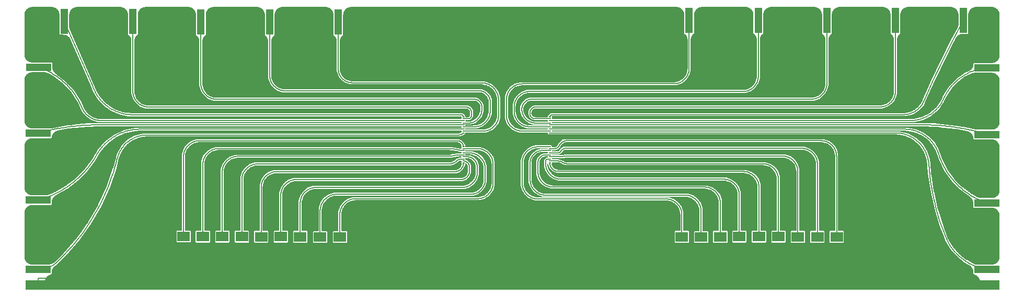
<source format=gbr>
G04 EAGLE Gerber RS-274X export*
G75*
%MOMM*%
%FSLAX34Y34*%
%LPD*%
%INTop Copper*%
%IPPOS*%
%AMOC8*
5,1,8,0,0,1.08239X$1,22.5*%
G01*
%ADD10R,2.000000X1.600000*%
%ADD11R,0.304800X0.152400*%
%ADD12R,1.524000X4.064000*%
%ADD13R,1.270000X4.064000*%
%ADD14R,4.064000X1.524000*%
%ADD15R,4.064000X1.270000*%
%ADD16C,0.177800*%
%ADD17C,0.756400*%
%ADD18C,0.203200*%

G36*
X208726Y779767D02*
X208726Y779767D01*
X208142Y779748D01*
X204328Y779536D01*
X204069Y779511D01*
X203809Y779497D01*
X203567Y779463D01*
X203325Y779440D01*
X203069Y779395D01*
X202913Y779374D01*
X202647Y779356D01*
X202525Y779329D01*
X202472Y779327D01*
X201845Y779156D01*
X194797Y777567D01*
X194692Y777539D01*
X194586Y777517D01*
X194205Y777408D01*
X193823Y777306D01*
X193721Y777270D01*
X193617Y777240D01*
X193247Y777102D01*
X192874Y776969D01*
X192774Y776925D01*
X192673Y776887D01*
X192140Y776649D01*
X191457Y776324D01*
X190625Y776097D01*
X190445Y776018D01*
X190408Y776006D01*
X188825Y775074D01*
X185250Y773375D01*
X185154Y773325D01*
X185055Y773280D01*
X184708Y773091D01*
X184358Y772907D01*
X184266Y772849D01*
X184171Y772797D01*
X183840Y772580D01*
X183505Y772369D01*
X183418Y772304D01*
X183328Y772245D01*
X182860Y771895D01*
X181150Y770554D01*
X179827Y769774D01*
X179674Y769650D01*
X179641Y769628D01*
X178569Y768528D01*
X176859Y767186D01*
X176776Y767116D01*
X176690Y767051D01*
X176394Y766790D01*
X176092Y766533D01*
X176014Y766456D01*
X175933Y766385D01*
X175659Y766101D01*
X175378Y765821D01*
X175308Y765739D01*
X175232Y765661D01*
X174853Y765217D01*
X172353Y762148D01*
X171072Y760833D01*
X170957Y760673D01*
X170931Y760644D01*
X170513Y759890D01*
X170035Y759303D01*
X169970Y759216D01*
X169899Y759134D01*
X169667Y758814D01*
X169430Y758497D01*
X169372Y758406D01*
X169308Y758318D01*
X169102Y757980D01*
X168891Y757646D01*
X168840Y757550D01*
X168784Y757458D01*
X168512Y756941D01*
X165291Y750473D01*
X164976Y749905D01*
X164933Y749788D01*
X164906Y749742D01*
X164818Y749463D01*
X164799Y749415D01*
X164699Y749193D01*
X164611Y748948D01*
X164514Y748706D01*
X164386Y748315D01*
X164360Y748244D01*
X164351Y748212D01*
X164332Y748152D01*
X163219Y744498D01*
X163204Y744439D01*
X163184Y744382D01*
X163032Y743819D01*
X162318Y740900D01*
X162317Y740899D01*
X159115Y727822D01*
X148294Y696712D01*
X134583Y666763D01*
X118104Y638243D01*
X101148Y614418D01*
X101148Y614417D01*
X101147Y614417D01*
X99005Y611407D01*
X77457Y586495D01*
X65554Y575112D01*
X63383Y573036D01*
X63382Y573035D01*
X61135Y570886D01*
X60844Y570723D01*
X60517Y570522D01*
X60186Y570327D01*
X60088Y570257D01*
X59985Y570194D01*
X59675Y569968D01*
X59361Y569748D01*
X59269Y569671D01*
X59172Y569600D01*
X58880Y569349D01*
X58585Y569105D01*
X58499Y569021D01*
X58408Y568943D01*
X58137Y568670D01*
X57862Y568403D01*
X57783Y568313D01*
X57698Y568227D01*
X57451Y567934D01*
X57197Y567646D01*
X57125Y567549D01*
X57048Y567458D01*
X56824Y567146D01*
X56594Y566838D01*
X56530Y566736D01*
X56460Y566639D01*
X56262Y566310D01*
X56057Y565985D01*
X56002Y565879D01*
X55939Y565776D01*
X55768Y565433D01*
X55590Y565093D01*
X55543Y564982D01*
X55489Y564875D01*
X55345Y564519D01*
X55194Y564166D01*
X55156Y564052D01*
X55111Y563940D01*
X54996Y563574D01*
X54874Y563210D01*
X54845Y563094D01*
X54809Y562979D01*
X54723Y562605D01*
X54630Y562233D01*
X54610Y562114D01*
X54583Y561997D01*
X54527Y561617D01*
X54464Y561239D01*
X54454Y561119D01*
X54437Y561000D01*
X54411Y560617D01*
X54378Y560235D01*
X54374Y560068D01*
X54369Y559994D01*
X54371Y559904D01*
X54365Y559651D01*
X54365Y557447D01*
X54133Y556886D01*
X53704Y556457D01*
X50892Y555293D01*
X50867Y555281D01*
X50842Y555272D01*
X50414Y555072D01*
X49977Y554870D01*
X49953Y554857D01*
X49929Y554846D01*
X49518Y554613D01*
X49098Y554377D01*
X49076Y554362D01*
X49053Y554349D01*
X48658Y554082D01*
X48261Y553815D01*
X48240Y553799D01*
X48218Y553784D01*
X47845Y553485D01*
X47472Y553189D01*
X47452Y553171D01*
X47431Y553154D01*
X47085Y552829D01*
X46734Y552502D01*
X46716Y552482D01*
X46697Y552464D01*
X46377Y552112D01*
X46053Y551759D01*
X46037Y551738D01*
X46019Y551718D01*
X45726Y551339D01*
X45434Y550964D01*
X45419Y550942D01*
X45403Y550921D01*
X45141Y550519D01*
X44879Y550123D01*
X44867Y550100D01*
X44852Y550077D01*
X44623Y549657D01*
X44393Y549240D01*
X44382Y549216D01*
X44369Y549193D01*
X44176Y548759D01*
X43979Y548322D01*
X43969Y548297D01*
X43959Y548272D01*
X43800Y547823D01*
X43638Y547373D01*
X43631Y547348D01*
X43622Y547323D01*
X43498Y546857D01*
X43374Y546401D01*
X43369Y546375D01*
X43362Y546349D01*
X43276Y545880D01*
X43188Y545410D01*
X43185Y545384D01*
X43180Y545358D01*
X43131Y544882D01*
X43080Y544408D01*
X43080Y544382D01*
X43077Y544355D01*
X43066Y543878D01*
X43053Y543401D01*
X43054Y543374D01*
X43054Y543348D01*
X43081Y542870D01*
X43106Y542395D01*
X43109Y542368D01*
X43111Y542342D01*
X43176Y541865D01*
X43238Y541396D01*
X43243Y541370D01*
X43247Y541343D01*
X43348Y540879D01*
X43449Y540410D01*
X43457Y540384D01*
X43462Y540359D01*
X43600Y539904D01*
X43737Y539445D01*
X43747Y539420D01*
X43755Y539394D01*
X43930Y538949D01*
X44101Y538505D01*
X44113Y538481D01*
X44123Y538456D01*
X44333Y538025D01*
X44539Y537597D01*
X44552Y537574D01*
X44564Y537550D01*
X44807Y537138D01*
X45047Y536727D01*
X45062Y536705D01*
X45076Y536682D01*
X45350Y536291D01*
X45623Y535900D01*
X45639Y535879D01*
X45655Y535857D01*
X45959Y535490D01*
X46262Y535121D01*
X46280Y535101D01*
X46297Y535081D01*
X46630Y534738D01*
X46961Y534395D01*
X46981Y534377D01*
X46999Y534358D01*
X47362Y534040D01*
X47715Y533727D01*
X47736Y533711D01*
X47757Y533693D01*
X48143Y533404D01*
X48520Y533120D01*
X48543Y533106D01*
X48564Y533090D01*
X48968Y532836D01*
X49371Y532580D01*
X49394Y532567D01*
X49417Y532553D01*
X49839Y532332D01*
X50262Y532109D01*
X50286Y532098D01*
X50310Y532086D01*
X50750Y531898D01*
X51187Y531709D01*
X51212Y531701D01*
X51236Y531690D01*
X51690Y531538D01*
X52141Y531385D01*
X52167Y531378D01*
X52192Y531370D01*
X52656Y531254D01*
X53118Y531137D01*
X53144Y531132D01*
X53170Y531126D01*
X53641Y531047D01*
X54111Y530967D01*
X54137Y530965D01*
X54164Y530960D01*
X54640Y530919D01*
X55115Y530877D01*
X55141Y530876D01*
X55168Y530874D01*
X55751Y530861D01*
X1545652Y530861D01*
X1545679Y530862D01*
X1545705Y530861D01*
X1546178Y530882D01*
X1546659Y530901D01*
X1546686Y530904D01*
X1546712Y530905D01*
X1547184Y530963D01*
X1547660Y531020D01*
X1547686Y531026D01*
X1547712Y531029D01*
X1548177Y531124D01*
X1548648Y531219D01*
X1548674Y531226D01*
X1548699Y531232D01*
X1549154Y531363D01*
X1549617Y531495D01*
X1549642Y531505D01*
X1549667Y531512D01*
X1550110Y531680D01*
X1550561Y531848D01*
X1550585Y531859D01*
X1550610Y531868D01*
X1551040Y532072D01*
X1551474Y532274D01*
X1551497Y532287D01*
X1551521Y532298D01*
X1551938Y532537D01*
X1552351Y532771D01*
X1552373Y532786D01*
X1552396Y532799D01*
X1552792Y533070D01*
X1553185Y533336D01*
X1553206Y533353D01*
X1553228Y533368D01*
X1553600Y533668D01*
X1553972Y533966D01*
X1553992Y533984D01*
X1554012Y534001D01*
X1554360Y534330D01*
X1554707Y534656D01*
X1554724Y534675D01*
X1554744Y534694D01*
X1555064Y535050D01*
X1555384Y535402D01*
X1555400Y535423D01*
X1555418Y535442D01*
X1555708Y535820D01*
X1556000Y536199D01*
X1556015Y536221D01*
X1556031Y536242D01*
X1556289Y536641D01*
X1556551Y537043D01*
X1556564Y537066D01*
X1556579Y537088D01*
X1556805Y537508D01*
X1557034Y537927D01*
X1557045Y537952D01*
X1557057Y537975D01*
X1557252Y538415D01*
X1557445Y538848D01*
X1557453Y538872D01*
X1557464Y538897D01*
X1557622Y539349D01*
X1557781Y539797D01*
X1557788Y539823D01*
X1557797Y539848D01*
X1557918Y540309D01*
X1558041Y540771D01*
X1558046Y540797D01*
X1558053Y540823D01*
X1558137Y541293D01*
X1558224Y541762D01*
X1558226Y541789D01*
X1558231Y541815D01*
X1558278Y542290D01*
X1558326Y542765D01*
X1558327Y542791D01*
X1558330Y542818D01*
X1558339Y543292D01*
X1558350Y543772D01*
X1558348Y543799D01*
X1558349Y543825D01*
X1558320Y544300D01*
X1558293Y544778D01*
X1558289Y544805D01*
X1558288Y544831D01*
X1558221Y545303D01*
X1558156Y545777D01*
X1558151Y545803D01*
X1558147Y545829D01*
X1558042Y546299D01*
X1557941Y546761D01*
X1557934Y546786D01*
X1557928Y546813D01*
X1557786Y547272D01*
X1557649Y547726D01*
X1557639Y547750D01*
X1557631Y547776D01*
X1557454Y548221D01*
X1557281Y548664D01*
X1557269Y548687D01*
X1557259Y548712D01*
X1557049Y549139D01*
X1556839Y549570D01*
X1556826Y549593D01*
X1556814Y549616D01*
X1556572Y550024D01*
X1556328Y550438D01*
X1556313Y550459D01*
X1556299Y550482D01*
X1556022Y550873D01*
X1555749Y551263D01*
X1555732Y551283D01*
X1555716Y551305D01*
X1555411Y551671D01*
X1555106Y552039D01*
X1555088Y552058D01*
X1555071Y552078D01*
X1554735Y552421D01*
X1554404Y552762D01*
X1554384Y552779D01*
X1554366Y552798D01*
X1554006Y553112D01*
X1553647Y553427D01*
X1553625Y553443D01*
X1553606Y553460D01*
X1553224Y553743D01*
X1552839Y554030D01*
X1552817Y554044D01*
X1552795Y554060D01*
X1552391Y554312D01*
X1551987Y554567D01*
X1551963Y554579D01*
X1551940Y554593D01*
X1551516Y554813D01*
X1551094Y555034D01*
X1551069Y555045D01*
X1551046Y555057D01*
X1550512Y555293D01*
X1547796Y556417D01*
X1547367Y556846D01*
X1547135Y557407D01*
X1547135Y560080D01*
X1547118Y560507D01*
X1547107Y560931D01*
X1547098Y561009D01*
X1547095Y561087D01*
X1547045Y561511D01*
X1546999Y561933D01*
X1546985Y562010D01*
X1546976Y562087D01*
X1546891Y562506D01*
X1546813Y562924D01*
X1546792Y562999D01*
X1546777Y563075D01*
X1546660Y563486D01*
X1546548Y563896D01*
X1546522Y563970D01*
X1546501Y564045D01*
X1546352Y564444D01*
X1546208Y564845D01*
X1546176Y564915D01*
X1546148Y564989D01*
X1545968Y565375D01*
X1545793Y565763D01*
X1545755Y565831D01*
X1545722Y565902D01*
X1545512Y566272D01*
X1545306Y566646D01*
X1545263Y566711D01*
X1545225Y566778D01*
X1544986Y567131D01*
X1544751Y567487D01*
X1544703Y567548D01*
X1544660Y567613D01*
X1544394Y567946D01*
X1544132Y568281D01*
X1544079Y568339D01*
X1544030Y568400D01*
X1543739Y568710D01*
X1543451Y569024D01*
X1543394Y569078D01*
X1543340Y569134D01*
X1543026Y569420D01*
X1542713Y569711D01*
X1542652Y569759D01*
X1542594Y569812D01*
X1542257Y570073D01*
X1541924Y570337D01*
X1541859Y570380D01*
X1541797Y570428D01*
X1541440Y570662D01*
X1541087Y570898D01*
X1540997Y570951D01*
X1540953Y570979D01*
X1540873Y571023D01*
X1540583Y571193D01*
X1532870Y575459D01*
X1520831Y585128D01*
X1510618Y596709D01*
X1502530Y609863D01*
X1499668Y617033D01*
X1499668Y617034D01*
X1498553Y619825D01*
X1498553Y619826D01*
X1494033Y631150D01*
X1484975Y660167D01*
X1478183Y689796D01*
X1473697Y719861D01*
X1472808Y732396D01*
X1472621Y735022D01*
X1472619Y735045D01*
X1472619Y735046D01*
X1472618Y735053D01*
X1472616Y735070D01*
X1472614Y735118D01*
X1472601Y735247D01*
X1472600Y735267D01*
X1472596Y735293D01*
X1472555Y735699D01*
X1472035Y739859D01*
X1471998Y740080D01*
X1471971Y740303D01*
X1471916Y740577D01*
X1471870Y740853D01*
X1471816Y741071D01*
X1471800Y741149D01*
X1471764Y741417D01*
X1471753Y741445D01*
X1471748Y741486D01*
X1471578Y741998D01*
X1469265Y749889D01*
X1469246Y749946D01*
X1469230Y750005D01*
X1469085Y750424D01*
X1468943Y750844D01*
X1468919Y750900D01*
X1468899Y750957D01*
X1468722Y751362D01*
X1468547Y751770D01*
X1468519Y751824D01*
X1468494Y751880D01*
X1468227Y752398D01*
X1467958Y752891D01*
X1467701Y753664D01*
X1467681Y753695D01*
X1467660Y753749D01*
X1466527Y755514D01*
X1464217Y759748D01*
X1464186Y759799D01*
X1464158Y759854D01*
X1463926Y760234D01*
X1463700Y760612D01*
X1463665Y760662D01*
X1463633Y760714D01*
X1463372Y761073D01*
X1463115Y761434D01*
X1463076Y761480D01*
X1463041Y761529D01*
X1462669Y761979D01*
X1461532Y763292D01*
X1460726Y764547D01*
X1460705Y764568D01*
X1460690Y764594D01*
X1460677Y764604D01*
X1460665Y764620D01*
X1459201Y765984D01*
X1457188Y768308D01*
X1457147Y768352D01*
X1457108Y768399D01*
X1456802Y768719D01*
X1456499Y769043D01*
X1456454Y769084D01*
X1456412Y769128D01*
X1456080Y769424D01*
X1455753Y769721D01*
X1455706Y769758D01*
X1455660Y769799D01*
X1455201Y770159D01*
X1452741Y772002D01*
X1451276Y773366D01*
X1451244Y773385D01*
X1451199Y773422D01*
X1449890Y774137D01*
X1448500Y775178D01*
X1448450Y775212D01*
X1448402Y775250D01*
X1448035Y775498D01*
X1447670Y775749D01*
X1447618Y775780D01*
X1447567Y775814D01*
X1447182Y776032D01*
X1446797Y776253D01*
X1446742Y776280D01*
X1446690Y776309D01*
X1446165Y776564D01*
X1441778Y778568D01*
X1439938Y779574D01*
X1439902Y779584D01*
X1439849Y779608D01*
X1439061Y779810D01*
X1438550Y780043D01*
X1438493Y780066D01*
X1438439Y780093D01*
X1438027Y780257D01*
X1437617Y780425D01*
X1437559Y780444D01*
X1437503Y780466D01*
X1437079Y780597D01*
X1436657Y780732D01*
X1436598Y780746D01*
X1436540Y780764D01*
X1435973Y780901D01*
X1427938Y782650D01*
X1427416Y782783D01*
X1427386Y782784D01*
X1427346Y782794D01*
X1427048Y782813D01*
X1426800Y782856D01*
X1426576Y782878D01*
X1426354Y782909D01*
X1425826Y782949D01*
X1425797Y782952D01*
X1425788Y782952D01*
X1425772Y782954D01*
X1421586Y783178D01*
X1421538Y783179D01*
X1421489Y783183D01*
X1420906Y783196D01*
X860290Y783196D01*
X860275Y783212D01*
X860210Y783252D01*
X860148Y783296D01*
X860136Y783298D01*
X860127Y783303D01*
X860090Y783307D01*
X860006Y783323D01*
X859134Y783323D01*
X858241Y784216D01*
X858241Y785816D01*
X858230Y785866D01*
X858228Y785917D01*
X858210Y785949D01*
X858202Y785985D01*
X858169Y786024D01*
X858145Y786069D01*
X858115Y786090D01*
X858092Y786118D01*
X858045Y786139D01*
X858003Y786169D01*
X857961Y786177D01*
X857933Y786189D01*
X857903Y786188D01*
X857861Y786196D01*
X812720Y786196D01*
X808479Y787333D01*
X805006Y788461D01*
X801212Y790651D01*
X798262Y792795D01*
X795166Y795891D01*
X792919Y798983D01*
X792096Y800117D01*
X791409Y801062D01*
X791290Y801225D01*
X788568Y809605D01*
X788568Y844254D01*
X791290Y852633D01*
X791662Y853145D01*
X792851Y854781D01*
X795166Y857968D01*
X798262Y861064D01*
X801212Y863207D01*
X805006Y865398D01*
X808479Y866526D01*
X812720Y867662D01*
X1061540Y867662D01*
X1061664Y867667D01*
X1061787Y867665D01*
X1062370Y867689D01*
X1063713Y867777D01*
X1064161Y867825D01*
X1064610Y867868D01*
X1064663Y867878D01*
X1064715Y867883D01*
X1064973Y867931D01*
X1065106Y867942D01*
X1065140Y867953D01*
X1065194Y867959D01*
X1065282Y867988D01*
X1065602Y868045D01*
X1065670Y868061D01*
X1065706Y868068D01*
X1065783Y868089D01*
X1066170Y868183D01*
X1068764Y868878D01*
X1069109Y868986D01*
X1069458Y869085D01*
X1069591Y869135D01*
X1069726Y869177D01*
X1070062Y869312D01*
X1070402Y869439D01*
X1070530Y869499D01*
X1070661Y869552D01*
X1070986Y869713D01*
X1071314Y869867D01*
X1071490Y869963D01*
X1071564Y869999D01*
X1071638Y870044D01*
X1071680Y870067D01*
X1071920Y870145D01*
X1071953Y870165D01*
X1072026Y870199D01*
X1072452Y870508D01*
X1074152Y871489D01*
X1074458Y871683D01*
X1074769Y871870D01*
X1074884Y871952D01*
X1075004Y872027D01*
X1075294Y872245D01*
X1075589Y872455D01*
X1075697Y872546D01*
X1075811Y872631D01*
X1076083Y872871D01*
X1076360Y873104D01*
X1076504Y873242D01*
X1076567Y873297D01*
X1076627Y873360D01*
X1076782Y873508D01*
X1077317Y874043D01*
X1077748Y874356D01*
X1077773Y874385D01*
X1077832Y874440D01*
X1078146Y874871D01*
X1078681Y875406D01*
X1078927Y875673D01*
X1079179Y875933D01*
X1079269Y876043D01*
X1079365Y876147D01*
X1079589Y876432D01*
X1079819Y876711D01*
X1079900Y876828D01*
X1079988Y876939D01*
X1080189Y877241D01*
X1080396Y877538D01*
X1080499Y877708D01*
X1080546Y877778D01*
X1080588Y877853D01*
X1080699Y878037D01*
X1082042Y880362D01*
X1082210Y880683D01*
X1082386Y881000D01*
X1082445Y881129D01*
X1082511Y881254D01*
X1082653Y881587D01*
X1082803Y881917D01*
X1082852Y882051D01*
X1082907Y882181D01*
X1083023Y882523D01*
X1083147Y882865D01*
X1083203Y883058D01*
X1083229Y883136D01*
X1083250Y883218D01*
X1083310Y883425D01*
X1084006Y886019D01*
X1084062Y886269D01*
X1084128Y886517D01*
X1084163Y886708D01*
X1084208Y886898D01*
X1084216Y886950D01*
X1084228Y887002D01*
X1084264Y887255D01*
X1084310Y887508D01*
X1084330Y887701D01*
X1084360Y887894D01*
X1084366Y887964D01*
X1084371Y887999D01*
X1084376Y888077D01*
X1084411Y888476D01*
X1084499Y889818D01*
X1084502Y889941D01*
X1084513Y890065D01*
X1084526Y890648D01*
X1084526Y936447D01*
X1084520Y936606D01*
X1084522Y936765D01*
X1084500Y937109D01*
X1084486Y937454D01*
X1084467Y937612D01*
X1084457Y937771D01*
X1084408Y938112D01*
X1084367Y938455D01*
X1084335Y938611D01*
X1084312Y938768D01*
X1084236Y939104D01*
X1084168Y939443D01*
X1084124Y939596D01*
X1084089Y939751D01*
X1083986Y940080D01*
X1083892Y940412D01*
X1083836Y940561D01*
X1083788Y940713D01*
X1083660Y941033D01*
X1083539Y941356D01*
X1083472Y941500D01*
X1083413Y941648D01*
X1083259Y941957D01*
X1083113Y942269D01*
X1083035Y942407D01*
X1082964Y942550D01*
X1082786Y942846D01*
X1082616Y943146D01*
X1082527Y943277D01*
X1082445Y943414D01*
X1082244Y943695D01*
X1082051Y943980D01*
X1081951Y944104D01*
X1081859Y944234D01*
X1081637Y944497D01*
X1081421Y944767D01*
X1081312Y944883D01*
X1081210Y945005D01*
X1080807Y945427D01*
X1079297Y946936D01*
X1079065Y947497D01*
X1079065Y977140D01*
X1079061Y977246D01*
X1079063Y977352D01*
X1079041Y977749D01*
X1079025Y978147D01*
X1079013Y978252D01*
X1079007Y978358D01*
X1078953Y978753D01*
X1078906Y979148D01*
X1078885Y979252D01*
X1078870Y979357D01*
X1078785Y979745D01*
X1078707Y980136D01*
X1078678Y980238D01*
X1078655Y980341D01*
X1078540Y980721D01*
X1078431Y981105D01*
X1078393Y981204D01*
X1078363Y981306D01*
X1078217Y981676D01*
X1078078Y982049D01*
X1078033Y982145D01*
X1077995Y982244D01*
X1077820Y982602D01*
X1077652Y982962D01*
X1077600Y983054D01*
X1077553Y983150D01*
X1077351Y983493D01*
X1077155Y983839D01*
X1077095Y983926D01*
X1077042Y984018D01*
X1076813Y984344D01*
X1076590Y984673D01*
X1076523Y984756D01*
X1076463Y984843D01*
X1076209Y985148D01*
X1075960Y985460D01*
X1075887Y985538D01*
X1075820Y985619D01*
X1075543Y985904D01*
X1075270Y986194D01*
X1075192Y986266D01*
X1075118Y986342D01*
X1074819Y986605D01*
X1074524Y986872D01*
X1074441Y986937D01*
X1074361Y987007D01*
X1074041Y987245D01*
X1073727Y987488D01*
X1073638Y987546D01*
X1073553Y987610D01*
X1073216Y987822D01*
X1072883Y988039D01*
X1072790Y988090D01*
X1072700Y988147D01*
X1072348Y988331D01*
X1071999Y988522D01*
X1071902Y988565D01*
X1071808Y988614D01*
X1071441Y988771D01*
X1071078Y988933D01*
X1070979Y988968D01*
X1070881Y989010D01*
X1070503Y989137D01*
X1070129Y989269D01*
X1070026Y989296D01*
X1069925Y989330D01*
X1069538Y989427D01*
X1069155Y989529D01*
X1069051Y989548D01*
X1068948Y989574D01*
X1068554Y989640D01*
X1068164Y989711D01*
X1068058Y989722D01*
X1067954Y989740D01*
X1067557Y989774D01*
X1067161Y989814D01*
X1067055Y989817D01*
X1066949Y989826D01*
X1066366Y989839D01*
X539174Y989839D01*
X539068Y989835D01*
X538962Y989837D01*
X538565Y989815D01*
X538167Y989799D01*
X538062Y989787D01*
X537956Y989781D01*
X537561Y989727D01*
X537166Y989680D01*
X537062Y989659D01*
X536957Y989644D01*
X536569Y989559D01*
X536178Y989481D01*
X536076Y989452D01*
X535973Y989429D01*
X535593Y989314D01*
X535209Y989205D01*
X535110Y989167D01*
X535008Y989137D01*
X534638Y988991D01*
X534265Y988852D01*
X534169Y988807D01*
X534070Y988769D01*
X533712Y988594D01*
X533352Y988426D01*
X533260Y988374D01*
X533164Y988327D01*
X532821Y988125D01*
X532475Y987929D01*
X532388Y987869D01*
X532296Y987816D01*
X531970Y987587D01*
X531641Y987364D01*
X531558Y987297D01*
X531471Y987237D01*
X531166Y986983D01*
X530854Y986734D01*
X530776Y986661D01*
X530695Y986594D01*
X530410Y986317D01*
X530120Y986044D01*
X530048Y985966D01*
X529972Y985892D01*
X529709Y985593D01*
X529442Y985298D01*
X529377Y985215D01*
X529307Y985135D01*
X529069Y984815D01*
X528826Y984501D01*
X528768Y984412D01*
X528704Y984327D01*
X528492Y983990D01*
X528275Y983657D01*
X528224Y983564D01*
X528167Y983474D01*
X527983Y983122D01*
X527792Y982773D01*
X527749Y982676D01*
X527700Y982582D01*
X527543Y982215D01*
X527381Y981852D01*
X527346Y981753D01*
X527304Y981655D01*
X527177Y981277D01*
X527045Y980903D01*
X527018Y980800D01*
X526984Y980699D01*
X526887Y980312D01*
X526785Y979929D01*
X526766Y979825D01*
X526740Y979722D01*
X526674Y979328D01*
X526603Y978938D01*
X526592Y978832D01*
X526574Y978728D01*
X526540Y978331D01*
X526500Y977935D01*
X526497Y977829D01*
X526488Y977723D01*
X526475Y977140D01*
X526475Y945057D01*
X526243Y944496D01*
X524733Y942987D01*
X524625Y942870D01*
X524511Y942759D01*
X524283Y942500D01*
X524050Y942247D01*
X523951Y942122D01*
X523846Y942002D01*
X523640Y941725D01*
X523427Y941455D01*
X523339Y941322D01*
X523243Y941194D01*
X523059Y940902D01*
X522869Y940616D01*
X522791Y940476D01*
X522706Y940342D01*
X522546Y940036D01*
X522379Y939735D01*
X522313Y939590D01*
X522239Y939449D01*
X522103Y939132D01*
X521960Y938818D01*
X521906Y938668D01*
X521843Y938522D01*
X521733Y938194D01*
X521616Y937871D01*
X521574Y937718D01*
X521523Y937567D01*
X521439Y937231D01*
X521348Y936900D01*
X521318Y936744D01*
X521279Y936589D01*
X521222Y936248D01*
X521157Y935910D01*
X521140Y935752D01*
X521113Y935595D01*
X521084Y935251D01*
X521046Y934908D01*
X521041Y934750D01*
X521027Y934591D01*
X521014Y934007D01*
X521014Y889450D01*
X521019Y889326D01*
X521016Y889202D01*
X521041Y888619D01*
X521104Y887651D01*
X521152Y887201D01*
X521195Y886754D01*
X521205Y886702D01*
X521210Y886649D01*
X521293Y886205D01*
X521372Y885762D01*
X521388Y885694D01*
X521395Y885658D01*
X521416Y885582D01*
X521510Y885195D01*
X522011Y883326D01*
X522118Y882979D01*
X522218Y882631D01*
X522268Y882498D01*
X522310Y882363D01*
X522444Y882028D01*
X522572Y881687D01*
X522632Y881559D01*
X522685Y881428D01*
X522846Y881103D01*
X522999Y880775D01*
X523095Y880599D01*
X523118Y880553D01*
X523153Y880447D01*
X523272Y880209D01*
X523277Y880204D01*
X523279Y880199D01*
X523460Y879950D01*
X524247Y878587D01*
X524440Y878281D01*
X524627Y877969D01*
X524710Y877854D01*
X524785Y877734D01*
X525002Y877445D01*
X525213Y877149D01*
X525304Y877041D01*
X525389Y876928D01*
X525630Y876655D01*
X525862Y876378D01*
X526000Y876234D01*
X526055Y876171D01*
X526117Y876111D01*
X526265Y875956D01*
X526617Y875605D01*
X526814Y875333D01*
X527001Y875144D01*
X527008Y875140D01*
X527011Y875137D01*
X527282Y874940D01*
X527634Y874588D01*
X527900Y874342D01*
X528161Y874090D01*
X528270Y874000D01*
X528374Y873904D01*
X528659Y873680D01*
X528939Y873450D01*
X529055Y873369D01*
X529166Y873281D01*
X529469Y873080D01*
X529766Y872873D01*
X529936Y872769D01*
X530006Y872723D01*
X530081Y872681D01*
X530264Y872570D01*
X531628Y871782D01*
X531877Y871601D01*
X532113Y871479D01*
X532120Y871478D01*
X532125Y871475D01*
X532272Y871427D01*
X532578Y871257D01*
X532707Y871199D01*
X532832Y871133D01*
X533165Y870990D01*
X533496Y870840D01*
X533629Y870792D01*
X533759Y870736D01*
X534102Y870621D01*
X534443Y870497D01*
X534635Y870441D01*
X534714Y870414D01*
X534797Y870394D01*
X535003Y870333D01*
X536873Y869832D01*
X537314Y869733D01*
X537751Y869630D01*
X537804Y869622D01*
X537856Y869610D01*
X538008Y869588D01*
X538050Y869576D01*
X538154Y869567D01*
X538301Y869546D01*
X538747Y869478D01*
X538817Y869472D01*
X538853Y869467D01*
X538932Y869462D01*
X539329Y869427D01*
X540296Y869363D01*
X540420Y869360D01*
X540544Y869349D01*
X541127Y869336D01*
X754082Y869336D01*
X758760Y868083D01*
X762592Y866837D01*
X766778Y864421D01*
X770032Y862056D01*
X773448Y858640D01*
X777724Y852755D01*
X780728Y843510D01*
X780728Y809605D01*
X778005Y801225D01*
X774130Y795891D01*
X771034Y792795D01*
X768084Y790652D01*
X764290Y788461D01*
X760817Y787333D01*
X756576Y786196D01*
X725297Y786196D01*
X725195Y786181D01*
X725093Y786173D01*
X725065Y786161D01*
X725034Y786156D01*
X724942Y786112D01*
X724846Y786074D01*
X724823Y786054D01*
X724795Y786041D01*
X724720Y785971D01*
X724640Y785906D01*
X724623Y785880D01*
X724601Y785859D01*
X724550Y785770D01*
X724493Y785685D01*
X724487Y785661D01*
X724469Y785629D01*
X724411Y785369D01*
X724414Y785331D01*
X724409Y785308D01*
X724409Y784216D01*
X723516Y783323D01*
X722823Y783323D01*
X722810Y783321D01*
X722798Y783323D01*
X722679Y783302D01*
X722560Y783283D01*
X722549Y783278D01*
X722536Y783276D01*
X722507Y783258D01*
X722321Y783168D01*
X722248Y783100D01*
X722207Y783075D01*
X720982Y781896D01*
X715699Y779767D01*
X208846Y779767D01*
X208789Y779765D01*
X208787Y779765D01*
X208782Y779765D01*
X208726Y779767D01*
G37*
%LPC*%
G36*
X1095887Y607405D02*
X1095887Y607405D01*
X1095384Y607613D01*
X1095330Y607633D01*
X1094665Y608298D01*
X1094665Y625562D01*
X1095558Y626455D01*
X1103396Y626455D01*
X1103446Y626466D01*
X1103497Y626468D01*
X1103529Y626486D01*
X1103565Y626494D01*
X1103604Y626527D01*
X1103649Y626551D01*
X1103670Y626581D01*
X1103698Y626604D01*
X1103719Y626651D01*
X1103749Y626693D01*
X1103757Y626735D01*
X1103769Y626763D01*
X1103768Y626793D01*
X1103776Y626835D01*
X1103776Y658534D01*
X1103773Y658548D01*
X1103775Y658564D01*
X1103487Y662220D01*
X1103477Y662254D01*
X1103470Y662307D01*
X1101211Y669261D01*
X1101191Y669294D01*
X1101157Y669367D01*
X1096859Y675282D01*
X1096830Y675307D01*
X1096775Y675366D01*
X1090860Y679663D01*
X1090825Y679678D01*
X1090754Y679717D01*
X1083801Y681976D01*
X1083765Y681979D01*
X1083713Y681994D01*
X1080058Y682281D01*
X1080045Y682279D01*
X1080028Y682283D01*
X849788Y682283D01*
X841638Y684931D01*
X834706Y689967D01*
X829669Y696900D01*
X827021Y705050D01*
X827021Y740687D01*
X829205Y747408D01*
X833359Y753126D01*
X839076Y757280D01*
X845797Y759464D01*
X857861Y759464D01*
X857911Y759475D01*
X857962Y759477D01*
X857994Y759495D01*
X858030Y759503D01*
X858069Y759536D01*
X858114Y759560D01*
X858135Y759590D01*
X858163Y759613D01*
X858184Y759660D01*
X858214Y759702D01*
X858222Y759744D01*
X858234Y759772D01*
X858233Y759802D01*
X858241Y759844D01*
X858241Y760256D01*
X858230Y760306D01*
X858228Y760357D01*
X858210Y760389D01*
X858202Y760425D01*
X858169Y760464D01*
X858145Y760509D01*
X858115Y760530D01*
X858092Y760558D01*
X858045Y760579D01*
X858003Y760609D01*
X857961Y760617D01*
X857933Y760629D01*
X857903Y760628D01*
X857861Y760636D01*
X842005Y760636D01*
X841992Y760633D01*
X841975Y760635D01*
X838439Y760357D01*
X838405Y760346D01*
X838351Y760339D01*
X831624Y758154D01*
X831592Y758134D01*
X831578Y758128D01*
X831560Y758123D01*
X831548Y758114D01*
X831518Y758100D01*
X825797Y753942D01*
X825771Y753913D01*
X825712Y753858D01*
X821555Y748136D01*
X821540Y748101D01*
X821501Y748030D01*
X819316Y741304D01*
X819313Y741268D01*
X819298Y741216D01*
X819020Y737680D01*
X819022Y737667D01*
X819019Y737650D01*
X819019Y703783D01*
X819022Y703770D01*
X819020Y703753D01*
X819298Y700217D01*
X819309Y700183D01*
X819316Y700129D01*
X821501Y693403D01*
X821521Y693370D01*
X821555Y693297D01*
X825712Y687575D01*
X825721Y687568D01*
X825723Y687564D01*
X825736Y687555D01*
X825741Y687550D01*
X825797Y687491D01*
X831518Y683333D01*
X831554Y683319D01*
X831624Y683279D01*
X838351Y681094D01*
X838387Y681091D01*
X838439Y681076D01*
X841975Y680798D01*
X841988Y680800D01*
X842005Y680797D01*
X1054105Y680797D01*
X1062484Y678074D01*
X1069612Y672896D01*
X1074791Y665768D01*
X1077514Y657389D01*
X1077514Y626935D01*
X1077525Y626885D01*
X1077527Y626834D01*
X1077545Y626802D01*
X1077553Y626766D01*
X1077586Y626727D01*
X1077610Y626682D01*
X1077640Y626661D01*
X1077663Y626633D01*
X1077710Y626612D01*
X1077752Y626582D01*
X1077794Y626574D01*
X1077822Y626562D01*
X1077852Y626563D01*
X1077894Y626555D01*
X1085732Y626555D01*
X1086625Y625662D01*
X1086625Y608398D01*
X1085951Y607724D01*
X1085664Y607613D01*
X1085403Y607505D01*
X1064797Y607505D01*
X1064236Y607737D01*
X1063807Y608166D01*
X1063575Y608727D01*
X1063575Y625333D01*
X1063807Y625894D01*
X1064236Y626323D01*
X1064797Y626555D01*
X1072306Y626555D01*
X1072356Y626566D01*
X1072407Y626568D01*
X1072439Y626586D01*
X1072475Y626594D01*
X1072514Y626627D01*
X1072559Y626651D01*
X1072580Y626681D01*
X1072608Y626704D01*
X1072629Y626751D01*
X1072659Y626793D01*
X1072667Y626835D01*
X1072679Y626863D01*
X1072678Y626893D01*
X1072686Y626935D01*
X1072686Y652983D01*
X1072681Y653107D01*
X1072684Y653231D01*
X1072659Y653814D01*
X1072571Y655156D01*
X1072524Y655604D01*
X1072480Y656054D01*
X1072471Y656106D01*
X1072465Y656159D01*
X1072417Y656416D01*
X1072407Y656549D01*
X1072396Y656583D01*
X1072389Y656637D01*
X1072361Y656725D01*
X1072304Y657046D01*
X1072287Y657113D01*
X1072280Y657149D01*
X1072260Y657226D01*
X1072166Y657613D01*
X1071470Y660207D01*
X1071363Y660552D01*
X1071263Y660901D01*
X1071213Y661034D01*
X1071171Y661169D01*
X1071037Y661505D01*
X1070909Y661845D01*
X1070849Y661973D01*
X1070797Y662105D01*
X1070636Y662429D01*
X1070482Y662757D01*
X1070386Y662933D01*
X1070349Y663007D01*
X1070305Y663081D01*
X1070282Y663123D01*
X1070204Y663364D01*
X1070184Y663396D01*
X1070150Y663470D01*
X1069841Y663895D01*
X1068859Y665595D01*
X1068666Y665901D01*
X1068479Y666212D01*
X1068397Y666327D01*
X1068321Y666447D01*
X1068104Y666738D01*
X1067893Y667032D01*
X1067802Y667140D01*
X1067717Y667254D01*
X1067477Y667526D01*
X1067244Y667803D01*
X1067106Y667947D01*
X1067051Y668010D01*
X1066989Y668070D01*
X1066841Y668225D01*
X1066306Y668760D01*
X1065993Y669192D01*
X1065964Y669217D01*
X1065908Y669276D01*
X1065477Y669589D01*
X1064942Y670124D01*
X1064903Y670160D01*
X1064867Y670199D01*
X1064638Y670407D01*
X1064415Y670622D01*
X1064305Y670712D01*
X1064202Y670808D01*
X1064160Y670840D01*
X1064121Y670876D01*
X1063876Y671066D01*
X1063637Y671262D01*
X1063520Y671344D01*
X1063410Y671431D01*
X1063366Y671460D01*
X1063323Y671493D01*
X1063064Y671662D01*
X1062811Y671839D01*
X1062639Y671943D01*
X1062571Y671989D01*
X1062524Y672015D01*
X1062480Y672044D01*
X1062424Y672074D01*
X1062312Y672142D01*
X1060612Y673124D01*
X1060186Y673433D01*
X1060151Y673448D01*
X1060080Y673487D01*
X1059824Y673570D01*
X1059665Y673654D01*
X1059349Y673829D01*
X1059220Y673888D01*
X1059094Y673954D01*
X1058761Y674097D01*
X1058431Y674247D01*
X1058298Y674295D01*
X1058168Y674351D01*
X1057825Y674466D01*
X1057484Y674590D01*
X1057291Y674646D01*
X1057213Y674672D01*
X1057130Y674693D01*
X1056924Y674754D01*
X1054330Y675449D01*
X1053889Y675548D01*
X1053451Y675651D01*
X1053398Y675659D01*
X1053389Y675661D01*
X1053354Y675673D01*
X1053318Y675676D01*
X1053266Y675690D01*
X1053148Y675699D01*
X1052901Y675735D01*
X1052455Y675803D01*
X1052385Y675809D01*
X1052349Y675814D01*
X1052270Y675819D01*
X1051873Y675854D01*
X1050531Y675942D01*
X1050407Y675945D01*
X1050283Y675956D01*
X1049700Y675969D01*
X838343Y675969D01*
X834102Y677106D01*
X830630Y678234D01*
X826836Y680425D01*
X823885Y682568D01*
X820790Y685664D01*
X818646Y688614D01*
X816456Y692408D01*
X815328Y695880D01*
X814191Y700121D01*
X814191Y741312D01*
X815328Y745553D01*
X816456Y749025D01*
X818646Y752819D01*
X820790Y755769D01*
X823885Y758865D01*
X826836Y761008D01*
X829417Y762499D01*
X829589Y762608D01*
X829766Y762708D01*
X830015Y762877D01*
X830270Y763037D01*
X830375Y763116D01*
X837600Y765464D01*
X862290Y765464D01*
X862305Y765448D01*
X862370Y765408D01*
X862432Y765364D01*
X862444Y765362D01*
X862453Y765357D01*
X862490Y765353D01*
X862574Y765337D01*
X863446Y765337D01*
X864339Y764444D01*
X864339Y762844D01*
X864350Y762794D01*
X864352Y762743D01*
X864370Y762711D01*
X864378Y762675D01*
X864411Y762636D01*
X864435Y762591D01*
X864465Y762570D01*
X864488Y762542D01*
X864535Y762521D01*
X864577Y762491D01*
X864619Y762483D01*
X864647Y762471D01*
X864677Y762472D01*
X864719Y762464D01*
X867850Y762464D01*
X867865Y762467D01*
X867884Y762465D01*
X869152Y762580D01*
X869189Y762592D01*
X869253Y762603D01*
X871624Y763501D01*
X871645Y763515D01*
X871659Y763523D01*
X871669Y763526D01*
X871685Y763539D01*
X871741Y763572D01*
X873641Y765251D01*
X873664Y765283D01*
X873708Y765329D01*
X874401Y766397D01*
X874406Y766412D01*
X874419Y766427D01*
X874433Y766454D01*
X874958Y767451D01*
X876262Y769925D01*
X882601Y774651D01*
X885646Y775254D01*
X885682Y775271D01*
X885721Y775277D01*
X885770Y775311D01*
X885804Y775326D01*
X885818Y775343D01*
X885841Y775359D01*
X885948Y775465D01*
X886674Y775465D01*
X886704Y775472D01*
X886748Y775473D01*
X887460Y775614D01*
X887585Y775530D01*
X887622Y775516D01*
X887654Y775493D01*
X887712Y775482D01*
X887747Y775468D01*
X887769Y775471D01*
X887797Y775465D01*
X1304785Y775465D01*
X1313165Y772743D01*
X1320292Y767564D01*
X1323738Y762821D01*
X1325929Y759027D01*
X1327057Y755554D01*
X1328194Y751313D01*
X1328194Y626895D01*
X1328205Y626845D01*
X1328207Y626794D01*
X1328225Y626762D01*
X1328233Y626726D01*
X1328266Y626687D01*
X1328290Y626642D01*
X1328320Y626621D01*
X1328343Y626593D01*
X1328390Y626572D01*
X1328432Y626542D01*
X1328474Y626534D01*
X1328502Y626522D01*
X1328532Y626523D01*
X1328574Y626515D01*
X1336083Y626515D01*
X1336644Y626283D01*
X1337073Y625854D01*
X1337305Y625293D01*
X1337305Y608687D01*
X1337073Y608126D01*
X1336644Y607697D01*
X1336083Y607465D01*
X1315477Y607465D01*
X1314964Y607678D01*
X1314920Y607694D01*
X1314255Y608358D01*
X1314255Y625622D01*
X1315148Y626515D01*
X1322986Y626515D01*
X1323036Y626526D01*
X1323087Y626528D01*
X1323119Y626546D01*
X1323155Y626554D01*
X1323194Y626587D01*
X1323239Y626611D01*
X1323260Y626641D01*
X1323288Y626664D01*
X1323309Y626711D01*
X1323339Y626753D01*
X1323347Y626795D01*
X1323359Y626823D01*
X1323358Y626853D01*
X1323366Y626895D01*
X1323366Y747652D01*
X1323363Y747665D01*
X1323365Y747681D01*
X1323087Y751218D01*
X1323076Y751252D01*
X1323069Y751305D01*
X1320884Y758032D01*
X1320864Y758065D01*
X1320830Y758138D01*
X1316672Y763860D01*
X1316643Y763885D01*
X1316588Y763944D01*
X1310866Y768101D01*
X1310831Y768116D01*
X1310760Y768155D01*
X1304034Y770341D01*
X1303998Y770344D01*
X1303946Y770358D01*
X1300410Y770637D01*
X1300397Y770635D01*
X1300380Y770638D01*
X887322Y770638D01*
X887285Y770629D01*
X887208Y770620D01*
X884780Y769851D01*
X884749Y769833D01*
X884667Y769793D01*
X880328Y766558D01*
X880305Y766530D01*
X880240Y766466D01*
X878711Y764213D01*
X878704Y764196D01*
X878689Y764177D01*
X878150Y763153D01*
X877644Y762193D01*
X874285Y759224D01*
X870092Y757636D01*
X864719Y757636D01*
X864669Y757625D01*
X864618Y757623D01*
X864586Y757605D01*
X864550Y757597D01*
X864511Y757564D01*
X864466Y757540D01*
X864445Y757510D01*
X864417Y757487D01*
X864396Y757440D01*
X864366Y757398D01*
X864358Y757356D01*
X864346Y757328D01*
X864347Y757298D01*
X864339Y757256D01*
X864339Y755884D01*
X864350Y755834D01*
X864352Y755783D01*
X864370Y755751D01*
X864378Y755715D01*
X864411Y755676D01*
X864435Y755631D01*
X864465Y755610D01*
X864488Y755582D01*
X864535Y755561D01*
X864577Y755531D01*
X864619Y755523D01*
X864647Y755511D01*
X864677Y755512D01*
X864719Y755504D01*
X873623Y755504D01*
X873644Y755509D01*
X873672Y755507D01*
X874586Y755624D01*
X874587Y755625D01*
X874724Y755670D01*
X876319Y756564D01*
X876319Y756565D01*
X876429Y756658D01*
X877007Y757377D01*
X877016Y757396D01*
X877034Y757417D01*
X878571Y759931D01*
X883667Y762888D01*
X885504Y762942D01*
X885572Y762960D01*
X885641Y762973D01*
X885647Y762976D01*
X886643Y762976D01*
X886648Y762977D01*
X886654Y762976D01*
X887648Y763006D01*
X887651Y763004D01*
X887669Y763000D01*
X887682Y762993D01*
X887721Y762990D01*
X887793Y762976D01*
X1273675Y762976D01*
X1282055Y760254D01*
X1289182Y755075D01*
X1294361Y747947D01*
X1297084Y739568D01*
X1297084Y626995D01*
X1297095Y626945D01*
X1297097Y626894D01*
X1297115Y626862D01*
X1297123Y626826D01*
X1297156Y626787D01*
X1297180Y626742D01*
X1297210Y626721D01*
X1297233Y626693D01*
X1297280Y626672D01*
X1297322Y626642D01*
X1297364Y626634D01*
X1297392Y626622D01*
X1297422Y626623D01*
X1297464Y626615D01*
X1305302Y626615D01*
X1306195Y625722D01*
X1306195Y608458D01*
X1305521Y607785D01*
X1305244Y607678D01*
X1304973Y607565D01*
X1284367Y607565D01*
X1283806Y607797D01*
X1283145Y608458D01*
X1283145Y625722D01*
X1284038Y626615D01*
X1291876Y626615D01*
X1291926Y626626D01*
X1291977Y626628D01*
X1292009Y626646D01*
X1292045Y626654D01*
X1292084Y626687D01*
X1292129Y626711D01*
X1292150Y626741D01*
X1292178Y626764D01*
X1292199Y626811D01*
X1292229Y626853D01*
X1292237Y626895D01*
X1292249Y626923D01*
X1292248Y626953D01*
X1292256Y626995D01*
X1292256Y735162D01*
X1292253Y735176D01*
X1292255Y735192D01*
X1291977Y738729D01*
X1291966Y738763D01*
X1291959Y738816D01*
X1289774Y745543D01*
X1289754Y745576D01*
X1289720Y745649D01*
X1285562Y751371D01*
X1285533Y751396D01*
X1285478Y751455D01*
X1279756Y755612D01*
X1279721Y755627D01*
X1279650Y755666D01*
X1272924Y757852D01*
X1272888Y757855D01*
X1272836Y757869D01*
X1269300Y758147D01*
X1269287Y758145D01*
X1269270Y758149D01*
X886758Y758149D01*
X886733Y758143D01*
X886700Y758144D01*
X885137Y757902D01*
X885123Y757896D01*
X885005Y757855D01*
X882277Y756273D01*
X882266Y756262D01*
X882171Y756181D01*
X881181Y754938D01*
X881172Y754919D01*
X881154Y754899D01*
X880550Y753912D01*
X879951Y752932D01*
X875929Y750676D01*
X864719Y750676D01*
X864669Y750665D01*
X864618Y750663D01*
X864586Y750645D01*
X864550Y750637D01*
X864511Y750604D01*
X864466Y750580D01*
X864445Y750550D01*
X864417Y750527D01*
X864396Y750480D01*
X864366Y750438D01*
X864358Y750396D01*
X864346Y750368D01*
X864347Y750338D01*
X864339Y750296D01*
X864339Y749884D01*
X864350Y749834D01*
X864352Y749783D01*
X864370Y749751D01*
X864378Y749715D01*
X864411Y749676D01*
X864435Y749631D01*
X864465Y749610D01*
X864488Y749582D01*
X864535Y749561D01*
X864577Y749531D01*
X864619Y749523D01*
X864647Y749511D01*
X864677Y749512D01*
X864719Y749504D01*
X875670Y749504D01*
X875677Y749505D01*
X875686Y749504D01*
X881709Y749754D01*
X881723Y749758D01*
X881740Y749757D01*
X886883Y750400D01*
X886932Y750418D01*
X886984Y750427D01*
X887018Y750450D01*
X887045Y750460D01*
X887067Y750483D01*
X887105Y750508D01*
X887137Y750540D01*
X887904Y750540D01*
X887931Y750546D01*
X887967Y750545D01*
X888724Y750672D01*
X888810Y750611D01*
X888852Y750594D01*
X888888Y750568D01*
X888938Y750558D01*
X888970Y750545D01*
X888996Y750547D01*
X889031Y750540D01*
X1242025Y750540D01*
X1250405Y747818D01*
X1257532Y742639D01*
X1262711Y735511D01*
X1265434Y727132D01*
X1265434Y627035D01*
X1265445Y626985D01*
X1265447Y626934D01*
X1265465Y626902D01*
X1265473Y626866D01*
X1265506Y626827D01*
X1265530Y626782D01*
X1265560Y626761D01*
X1265583Y626733D01*
X1265630Y626712D01*
X1265672Y626682D01*
X1265714Y626674D01*
X1265742Y626662D01*
X1265772Y626663D01*
X1265814Y626655D01*
X1273652Y626655D01*
X1274545Y625762D01*
X1274545Y608498D01*
X1273884Y607837D01*
X1273323Y607605D01*
X1252717Y607605D01*
X1252156Y607837D01*
X1251495Y608498D01*
X1251495Y625762D01*
X1252388Y626655D01*
X1260226Y626655D01*
X1260276Y626666D01*
X1260327Y626668D01*
X1260359Y626686D01*
X1260395Y626694D01*
X1260434Y626727D01*
X1260479Y626751D01*
X1260500Y626781D01*
X1260528Y626804D01*
X1260549Y626851D01*
X1260579Y626893D01*
X1260587Y626935D01*
X1260599Y626963D01*
X1260598Y626993D01*
X1260606Y627035D01*
X1260606Y722727D01*
X1260603Y722740D01*
X1260605Y722756D01*
X1260327Y726293D01*
X1260318Y726321D01*
X1260318Y726323D01*
X1260317Y726324D01*
X1260316Y726327D01*
X1260309Y726380D01*
X1258124Y733107D01*
X1258104Y733140D01*
X1258070Y733213D01*
X1253912Y738935D01*
X1253883Y738960D01*
X1253828Y739019D01*
X1248106Y743176D01*
X1248071Y743191D01*
X1248000Y743230D01*
X1241274Y745416D01*
X1241238Y745419D01*
X1241186Y745433D01*
X1237650Y745712D01*
X1237637Y745710D01*
X1237620Y745713D01*
X888369Y745713D01*
X888342Y745707D01*
X888306Y745708D01*
X882147Y744676D01*
X864719Y744676D01*
X864669Y744665D01*
X864618Y744663D01*
X864586Y744645D01*
X864550Y744637D01*
X864511Y744604D01*
X864466Y744580D01*
X864445Y744550D01*
X864417Y744527D01*
X864396Y744480D01*
X864366Y744438D01*
X864358Y744396D01*
X864346Y744368D01*
X864347Y744338D01*
X864339Y744296D01*
X864339Y742924D01*
X864350Y742874D01*
X864352Y742823D01*
X864370Y742791D01*
X864378Y742755D01*
X864411Y742716D01*
X864435Y742671D01*
X864465Y742650D01*
X864488Y742622D01*
X864535Y742601D01*
X864577Y742571D01*
X864619Y742563D01*
X864647Y742551D01*
X864677Y742552D01*
X864719Y742544D01*
X873670Y742544D01*
X873723Y742556D01*
X873777Y742559D01*
X873811Y742577D01*
X873838Y742583D01*
X873864Y742604D01*
X873906Y742626D01*
X873927Y742643D01*
X874760Y742546D01*
X874779Y742548D01*
X874803Y742544D01*
X875642Y742544D01*
X875661Y742524D01*
X875707Y742496D01*
X875748Y742459D01*
X875784Y742448D01*
X875808Y742433D01*
X875841Y742430D01*
X875886Y742415D01*
X877358Y742245D01*
X882010Y740686D01*
X883128Y740029D01*
X884126Y739443D01*
X884137Y739440D01*
X884148Y739431D01*
X885318Y738845D01*
X885348Y738838D01*
X885388Y738818D01*
X887907Y738133D01*
X887939Y738132D01*
X887982Y738121D01*
X889287Y738034D01*
X889298Y738036D01*
X889312Y738033D01*
X1210515Y738033D01*
X1218895Y735311D01*
X1226022Y730132D01*
X1231201Y723004D01*
X1233924Y714625D01*
X1233924Y627155D01*
X1233935Y627105D01*
X1233937Y627054D01*
X1233955Y627022D01*
X1233963Y626986D01*
X1233996Y626947D01*
X1234020Y626902D01*
X1234050Y626881D01*
X1234073Y626853D01*
X1234120Y626832D01*
X1234162Y626802D01*
X1234204Y626794D01*
X1234232Y626782D01*
X1234262Y626783D01*
X1234304Y626775D01*
X1242142Y626775D01*
X1243035Y625882D01*
X1243035Y608618D01*
X1242369Y607952D01*
X1242260Y607910D01*
X1241813Y607725D01*
X1221207Y607725D01*
X1220646Y607957D01*
X1219985Y608618D01*
X1219985Y625882D01*
X1220878Y626775D01*
X1228716Y626775D01*
X1228766Y626786D01*
X1228817Y626788D01*
X1228849Y626806D01*
X1228885Y626814D01*
X1228924Y626847D01*
X1228969Y626871D01*
X1228990Y626901D01*
X1229018Y626924D01*
X1229039Y626971D01*
X1229069Y627013D01*
X1229077Y627055D01*
X1229089Y627083D01*
X1229088Y627113D01*
X1229096Y627155D01*
X1229096Y710220D01*
X1229093Y710233D01*
X1229095Y710249D01*
X1228817Y713786D01*
X1228806Y713820D01*
X1228799Y713873D01*
X1226614Y720600D01*
X1226594Y720633D01*
X1226560Y720706D01*
X1222402Y726428D01*
X1222373Y726453D01*
X1222357Y726471D01*
X1222355Y726475D01*
X1222350Y726478D01*
X1222318Y726512D01*
X1216596Y730669D01*
X1216561Y730684D01*
X1216490Y730723D01*
X1209764Y732909D01*
X1209728Y732912D01*
X1209676Y732926D01*
X1206140Y733205D01*
X1206127Y733203D01*
X1206110Y733206D01*
X887300Y733206D01*
X883417Y734262D01*
X882680Y734695D01*
X882679Y734695D01*
X882675Y734697D01*
X881968Y735112D01*
X881682Y735281D01*
X881673Y735283D01*
X881664Y735290D01*
X879976Y736167D01*
X879951Y736174D01*
X879921Y736190D01*
X876317Y737398D01*
X876292Y737400D01*
X876260Y737412D01*
X874494Y737711D01*
X874466Y737709D01*
X874430Y737716D01*
X864719Y737716D01*
X864669Y737705D01*
X864618Y737703D01*
X864586Y737685D01*
X864550Y737677D01*
X864511Y737644D01*
X864466Y737620D01*
X864445Y737590D01*
X864417Y737567D01*
X864396Y737520D01*
X864366Y737478D01*
X864358Y737436D01*
X864346Y737408D01*
X864347Y737378D01*
X864339Y737336D01*
X864339Y735736D01*
X864011Y735409D01*
X864007Y735402D01*
X864000Y735398D01*
X863961Y735329D01*
X863920Y735262D01*
X863919Y735254D01*
X863915Y735247D01*
X863902Y735103D01*
X863922Y734892D01*
X863930Y734869D01*
X863930Y734867D01*
X863932Y734864D01*
X863935Y734855D01*
X863949Y734784D01*
X865634Y730718D01*
X865635Y730717D01*
X865635Y730715D01*
X865716Y730595D01*
X868828Y727483D01*
X868830Y727482D01*
X868830Y727480D01*
X868951Y727400D01*
X873017Y725716D01*
X873055Y725710D01*
X873090Y725694D01*
X873106Y725695D01*
X873126Y725689D01*
X875326Y725472D01*
X875342Y725474D01*
X875363Y725470D01*
X1179065Y725470D01*
X1187445Y722748D01*
X1194572Y717569D01*
X1199751Y710441D01*
X1202474Y702062D01*
X1202474Y627175D01*
X1202485Y627125D01*
X1202487Y627074D01*
X1202505Y627042D01*
X1202513Y627006D01*
X1202546Y626967D01*
X1202570Y626922D01*
X1202600Y626901D01*
X1202623Y626873D01*
X1202670Y626852D01*
X1202712Y626822D01*
X1202754Y626814D01*
X1202782Y626802D01*
X1202812Y626803D01*
X1202854Y626795D01*
X1210692Y626795D01*
X1211585Y625902D01*
X1211585Y608638D01*
X1210923Y607976D01*
X1210901Y607968D01*
X1210363Y607745D01*
X1189757Y607745D01*
X1189196Y607977D01*
X1188535Y608638D01*
X1188535Y625902D01*
X1189428Y626795D01*
X1197266Y626795D01*
X1197316Y626806D01*
X1197367Y626808D01*
X1197399Y626826D01*
X1197435Y626834D01*
X1197474Y626867D01*
X1197519Y626891D01*
X1197540Y626921D01*
X1197568Y626944D01*
X1197589Y626991D01*
X1197619Y627033D01*
X1197627Y627075D01*
X1197639Y627103D01*
X1197638Y627133D01*
X1197646Y627175D01*
X1197646Y697657D01*
X1197643Y697670D01*
X1197645Y697687D01*
X1197367Y701223D01*
X1197356Y701257D01*
X1197349Y701311D01*
X1195164Y708037D01*
X1195144Y708070D01*
X1195110Y708143D01*
X1190952Y713865D01*
X1190923Y713890D01*
X1190868Y713949D01*
X1185146Y718106D01*
X1185111Y718121D01*
X1185040Y718160D01*
X1178314Y720346D01*
X1178278Y720349D01*
X1178226Y720363D01*
X1174690Y720642D01*
X1174677Y720640D01*
X1174660Y720643D01*
X872084Y720643D01*
X866024Y723153D01*
X861386Y727791D01*
X858876Y733851D01*
X858876Y734944D01*
X858859Y735018D01*
X858846Y735093D01*
X858839Y735103D01*
X858837Y735113D01*
X858813Y735141D01*
X858765Y735213D01*
X858241Y735736D01*
X858241Y740336D01*
X858230Y740386D01*
X858228Y740437D01*
X858210Y740469D01*
X858202Y740505D01*
X858169Y740544D01*
X858145Y740589D01*
X858115Y740610D01*
X858092Y740638D01*
X858045Y740659D01*
X858003Y740689D01*
X857961Y740697D01*
X857933Y740709D01*
X857903Y740708D01*
X857861Y740716D01*
X857458Y740716D01*
X857436Y740711D01*
X857408Y740713D01*
X857351Y740705D01*
X857349Y740705D01*
X857348Y740705D01*
X857211Y740658D01*
X857112Y740601D01*
X857092Y740582D01*
X857068Y740571D01*
X857013Y740508D01*
X856985Y740482D01*
X856982Y740472D01*
X856973Y740462D01*
X856916Y740363D01*
X856915Y740361D01*
X856914Y740360D01*
X856868Y740222D01*
X856860Y740165D01*
X856862Y740143D01*
X856857Y740115D01*
X856857Y735861D01*
X856860Y735848D01*
X856858Y735831D01*
X857137Y732295D01*
X857147Y732261D01*
X857154Y732207D01*
X859340Y725480D01*
X859359Y725448D01*
X859394Y725374D01*
X863551Y719653D01*
X863580Y719627D01*
X863635Y719568D01*
X869357Y715411D01*
X869392Y715396D01*
X869463Y715357D01*
X876189Y713172D01*
X876225Y713169D01*
X876277Y713154D01*
X879813Y712876D01*
X879827Y712878D01*
X879843Y712875D01*
X1147145Y712875D01*
X1155525Y710152D01*
X1162652Y704973D01*
X1167831Y697845D01*
X1170554Y689466D01*
X1170554Y627085D01*
X1170565Y627035D01*
X1170567Y626984D01*
X1170585Y626952D01*
X1170593Y626916D01*
X1170626Y626877D01*
X1170650Y626832D01*
X1170680Y626811D01*
X1170703Y626783D01*
X1170750Y626762D01*
X1170792Y626732D01*
X1170834Y626724D01*
X1170862Y626712D01*
X1170892Y626713D01*
X1170934Y626705D01*
X1178772Y626705D01*
X1179665Y625812D01*
X1179665Y608548D01*
X1179004Y607887D01*
X1178443Y607655D01*
X1157837Y607655D01*
X1157754Y607690D01*
X1157604Y607745D01*
X1157458Y607808D01*
X1157303Y607860D01*
X1156615Y608548D01*
X1156615Y625812D01*
X1157508Y626705D01*
X1165346Y626705D01*
X1165396Y626716D01*
X1165447Y626718D01*
X1165479Y626736D01*
X1165515Y626744D01*
X1165554Y626777D01*
X1165599Y626801D01*
X1165620Y626831D01*
X1165648Y626854D01*
X1165669Y626901D01*
X1165699Y626943D01*
X1165707Y626985D01*
X1165719Y627013D01*
X1165718Y627043D01*
X1165726Y627085D01*
X1165726Y685061D01*
X1165723Y685074D01*
X1165725Y685091D01*
X1165447Y688627D01*
X1165437Y688659D01*
X1165436Y688678D01*
X1165433Y688683D01*
X1165429Y688715D01*
X1163244Y695441D01*
X1163224Y695474D01*
X1163190Y695547D01*
X1159032Y701269D01*
X1159003Y701294D01*
X1158948Y701353D01*
X1153226Y705511D01*
X1153191Y705526D01*
X1153120Y705565D01*
X1146394Y707750D01*
X1146358Y707753D01*
X1146306Y707768D01*
X1142770Y708046D01*
X1142757Y708044D01*
X1142740Y708047D01*
X875438Y708047D01*
X867059Y710770D01*
X859931Y715948D01*
X854752Y723076D01*
X852030Y731456D01*
X852030Y741570D01*
X853484Y744089D01*
X856003Y745544D01*
X857861Y745544D01*
X857911Y745555D01*
X857962Y745557D01*
X857994Y745575D01*
X858030Y745583D01*
X858069Y745616D01*
X858114Y745640D01*
X858135Y745670D01*
X858163Y745693D01*
X858184Y745740D01*
X858214Y745782D01*
X858222Y745824D01*
X858234Y745852D01*
X858233Y745882D01*
X858241Y745924D01*
X858241Y747296D01*
X858230Y747346D01*
X858228Y747397D01*
X858210Y747429D01*
X858202Y747465D01*
X858169Y747504D01*
X858145Y747549D01*
X858115Y747570D01*
X858092Y747598D01*
X858045Y747619D01*
X858003Y747649D01*
X857961Y747657D01*
X857933Y747669D01*
X857903Y747668D01*
X857861Y747676D01*
X854601Y747676D01*
X854585Y747672D01*
X854564Y747674D01*
X852629Y747484D01*
X852591Y747471D01*
X852520Y747457D01*
X848945Y745976D01*
X848943Y745975D01*
X848942Y745974D01*
X848914Y745956D01*
X848912Y745955D01*
X848904Y745949D01*
X848821Y745893D01*
X846085Y743157D01*
X846084Y743155D01*
X846082Y743154D01*
X846002Y743033D01*
X844521Y739458D01*
X844515Y739419D01*
X844494Y739350D01*
X844304Y737415D01*
X844306Y737398D01*
X844302Y737377D01*
X844302Y723072D01*
X844305Y723059D01*
X844303Y723042D01*
X844581Y719506D01*
X844592Y719472D01*
X844599Y719418D01*
X846784Y712692D01*
X846804Y712659D01*
X846838Y712586D01*
X850996Y706864D01*
X851025Y706839D01*
X851080Y706779D01*
X856802Y702622D01*
X856837Y702607D01*
X856908Y702568D01*
X863634Y700383D01*
X863670Y700380D01*
X863722Y700365D01*
X867258Y700087D01*
X867272Y700089D01*
X867288Y700086D01*
X1116315Y700086D01*
X1124695Y697363D01*
X1131822Y692184D01*
X1137001Y685057D01*
X1139724Y676677D01*
X1139724Y626945D01*
X1139735Y626895D01*
X1139737Y626844D01*
X1139755Y626812D01*
X1139763Y626776D01*
X1139796Y626737D01*
X1139820Y626692D01*
X1139850Y626671D01*
X1139873Y626643D01*
X1139920Y626622D01*
X1139962Y626592D01*
X1140004Y626584D01*
X1140032Y626572D01*
X1140062Y626573D01*
X1140104Y626565D01*
X1147942Y626565D01*
X1148835Y625672D01*
X1148835Y608408D01*
X1148168Y607741D01*
X1148034Y607690D01*
X1147613Y607515D01*
X1127007Y607515D01*
X1126743Y607625D01*
X1126593Y607680D01*
X1126454Y607740D01*
X1125785Y608408D01*
X1125785Y625672D01*
X1126678Y626565D01*
X1134516Y626565D01*
X1134566Y626576D01*
X1134617Y626578D01*
X1134649Y626596D01*
X1134685Y626604D01*
X1134724Y626637D01*
X1134769Y626661D01*
X1134790Y626691D01*
X1134818Y626714D01*
X1134839Y626761D01*
X1134869Y626803D01*
X1134877Y626845D01*
X1134889Y626873D01*
X1134888Y626902D01*
X1134889Y626904D01*
X1134889Y626908D01*
X1134896Y626945D01*
X1134896Y672272D01*
X1134893Y672285D01*
X1134895Y672302D01*
X1134617Y675838D01*
X1134606Y675872D01*
X1134599Y675926D01*
X1132414Y682652D01*
X1132394Y682685D01*
X1132360Y682758D01*
X1128202Y688480D01*
X1128173Y688505D01*
X1128118Y688564D01*
X1122396Y692722D01*
X1122361Y692737D01*
X1122290Y692776D01*
X1115564Y694961D01*
X1115528Y694964D01*
X1115476Y694979D01*
X1111940Y695257D01*
X1111927Y695255D01*
X1111910Y695258D01*
X862883Y695258D01*
X854504Y697981D01*
X847376Y703160D01*
X842197Y710287D01*
X839474Y718667D01*
X839474Y740386D01*
X841777Y745946D01*
X846032Y750201D01*
X851592Y752504D01*
X857861Y752504D01*
X857911Y752515D01*
X857962Y752517D01*
X857994Y752535D01*
X858030Y752543D01*
X858069Y752576D01*
X858114Y752600D01*
X858135Y752630D01*
X858163Y752653D01*
X858184Y752700D01*
X858214Y752742D01*
X858222Y752784D01*
X858234Y752812D01*
X858233Y752842D01*
X858241Y752884D01*
X858241Y754256D01*
X858230Y754306D01*
X858228Y754357D01*
X858210Y754389D01*
X858202Y754425D01*
X858169Y754464D01*
X858145Y754509D01*
X858115Y754530D01*
X858092Y754558D01*
X858045Y754579D01*
X858003Y754609D01*
X857961Y754617D01*
X857933Y754629D01*
X857903Y754628D01*
X857861Y754636D01*
X849331Y754636D01*
X849318Y754633D01*
X849301Y754635D01*
X846626Y754425D01*
X846592Y754414D01*
X846538Y754407D01*
X841449Y752754D01*
X841416Y752734D01*
X841343Y752700D01*
X837014Y749554D01*
X836989Y749525D01*
X836930Y749470D01*
X833785Y745141D01*
X833770Y745106D01*
X833731Y745035D01*
X832077Y739947D01*
X832074Y739911D01*
X832060Y739859D01*
X831849Y737184D01*
X831851Y737170D01*
X831848Y737154D01*
X831848Y709334D01*
X831851Y709321D01*
X831849Y709305D01*
X832118Y705887D01*
X832129Y705853D01*
X832136Y705800D01*
X834248Y699300D01*
X834268Y699267D01*
X834302Y699194D01*
X838319Y693665D01*
X838329Y693656D01*
X838334Y693648D01*
X838353Y693634D01*
X838403Y693581D01*
X843932Y689564D01*
X843968Y689549D01*
X844038Y689510D01*
X850538Y687398D01*
X850573Y687395D01*
X850625Y687380D01*
X854043Y687111D01*
X854056Y687113D01*
X854072Y687110D01*
X1084554Y687110D01*
X1093163Y684313D01*
X1100486Y678992D01*
X1105807Y671669D01*
X1108604Y663060D01*
X1108604Y626835D01*
X1108615Y626785D01*
X1108617Y626734D01*
X1108635Y626702D01*
X1108643Y626666D01*
X1108676Y626627D01*
X1108700Y626582D01*
X1108730Y626561D01*
X1108753Y626533D01*
X1108800Y626512D01*
X1108842Y626482D01*
X1108884Y626474D01*
X1108912Y626462D01*
X1108942Y626463D01*
X1108984Y626455D01*
X1116822Y626455D01*
X1117715Y625562D01*
X1117715Y608298D01*
X1117052Y607636D01*
X1117023Y607625D01*
X1116493Y607405D01*
X1095887Y607405D01*
G37*
%LPD*%
%LPC*%
G36*
X266682Y755363D02*
X266682Y755363D01*
X267811Y758836D01*
X268898Y760718D01*
X269087Y761079D01*
X269282Y761435D01*
X269321Y761524D01*
X269366Y761610D01*
X269519Y761966D01*
X273448Y767373D01*
X280575Y772552D01*
X288955Y775275D01*
X713991Y775275D01*
X718484Y773414D01*
X721923Y769975D01*
X723784Y765482D01*
X723784Y765447D01*
X723787Y765426D01*
X723785Y765405D01*
X723807Y765294D01*
X723824Y765184D01*
X723833Y765165D01*
X723837Y765144D01*
X723861Y765106D01*
X723939Y764944D01*
X724016Y764862D01*
X724044Y764818D01*
X724419Y764444D01*
X724419Y763332D01*
X724434Y763230D01*
X724442Y763128D01*
X724454Y763100D01*
X724459Y763069D01*
X724503Y762977D01*
X724541Y762881D01*
X724561Y762858D01*
X724574Y762830D01*
X724644Y762755D01*
X724709Y762675D01*
X724735Y762658D01*
X724756Y762636D01*
X724845Y762585D01*
X724930Y762528D01*
X724954Y762522D01*
X724986Y762504D01*
X725246Y762446D01*
X725284Y762449D01*
X725307Y762444D01*
X748384Y762444D01*
X751564Y761411D01*
X751608Y761394D01*
X751660Y761379D01*
X755354Y760179D01*
X759148Y757989D01*
X762098Y755845D01*
X765194Y752750D01*
X767337Y749799D01*
X769528Y746005D01*
X770656Y742532D01*
X771792Y738292D01*
X771792Y700683D01*
X770656Y696443D01*
X769528Y692969D01*
X767337Y689175D01*
X765194Y686225D01*
X762098Y683129D01*
X759148Y680986D01*
X755354Y678795D01*
X751881Y677667D01*
X747640Y676531D01*
X546560Y676531D01*
X546490Y676528D01*
X546436Y676526D01*
X546312Y676528D01*
X545729Y676504D01*
X544387Y676416D01*
X543938Y676368D01*
X543490Y676325D01*
X543437Y676315D01*
X543385Y676310D01*
X543141Y676264D01*
X543033Y676256D01*
X542879Y676220D01*
X542829Y676215D01*
X542773Y676197D01*
X542498Y676148D01*
X542430Y676132D01*
X542394Y676125D01*
X542318Y676104D01*
X541930Y676010D01*
X539336Y675315D01*
X538991Y675207D01*
X538642Y675108D01*
X538509Y675058D01*
X538374Y675016D01*
X538038Y674881D01*
X537698Y674754D01*
X537570Y674694D01*
X537439Y674641D01*
X537114Y674480D01*
X536786Y674326D01*
X536610Y674230D01*
X536536Y674194D01*
X536462Y674149D01*
X536450Y674143D01*
X536253Y674079D01*
X536016Y673960D01*
X536010Y673955D01*
X536006Y673953D01*
X535597Y673655D01*
X533948Y672704D01*
X533642Y672510D01*
X533331Y672323D01*
X533216Y672241D01*
X533096Y672166D01*
X532806Y671948D01*
X532511Y671738D01*
X532403Y671647D01*
X532289Y671562D01*
X532017Y671322D01*
X531740Y671089D01*
X531596Y670951D01*
X531533Y670896D01*
X531473Y670833D01*
X531318Y670685D01*
X530811Y670178D01*
X530412Y669889D01*
X530223Y669702D01*
X530220Y669696D01*
X530216Y669692D01*
X529926Y669294D01*
X529419Y668787D01*
X529173Y668520D01*
X528921Y668260D01*
X528831Y668150D01*
X528735Y668046D01*
X528511Y667761D01*
X528281Y667482D01*
X528200Y667365D01*
X528112Y667254D01*
X527911Y666952D01*
X527704Y666655D01*
X527601Y666485D01*
X527554Y666415D01*
X527512Y666340D01*
X527401Y666156D01*
X526449Y664508D01*
X526152Y664099D01*
X526030Y663863D01*
X526028Y663856D01*
X526026Y663851D01*
X525956Y663636D01*
X525889Y663510D01*
X525714Y663193D01*
X525655Y663064D01*
X525589Y662939D01*
X525447Y662606D01*
X525297Y662276D01*
X525248Y662142D01*
X525193Y662012D01*
X525077Y661670D01*
X524954Y661328D01*
X524897Y661136D01*
X524871Y661057D01*
X524850Y660974D01*
X524790Y660768D01*
X524094Y658174D01*
X523995Y657736D01*
X523892Y657295D01*
X523888Y657269D01*
X523883Y657237D01*
X523872Y657191D01*
X523861Y657112D01*
X523849Y657071D01*
X523840Y656968D01*
X523809Y656747D01*
X523740Y656299D01*
X523734Y656230D01*
X523729Y656194D01*
X523724Y656114D01*
X523689Y655718D01*
X523601Y654375D01*
X523598Y654251D01*
X523587Y654128D01*
X523574Y653545D01*
X523574Y627233D01*
X523589Y627131D01*
X523597Y627029D01*
X523609Y627001D01*
X523614Y626970D01*
X523658Y626878D01*
X523696Y626782D01*
X523716Y626759D01*
X523729Y626731D01*
X523799Y626656D01*
X523864Y626576D01*
X523890Y626559D01*
X523911Y626537D01*
X524000Y626486D01*
X524085Y626429D01*
X524109Y626423D01*
X524141Y626405D01*
X524401Y626347D01*
X524439Y626350D01*
X524462Y626345D01*
X531463Y626345D01*
X532024Y626113D01*
X532453Y625684D01*
X532685Y625123D01*
X532685Y608517D01*
X532453Y607956D01*
X532024Y607527D01*
X531463Y607295D01*
X510857Y607295D01*
X510296Y607527D01*
X509635Y608188D01*
X509635Y625452D01*
X510528Y626345D01*
X517858Y626345D01*
X517960Y626360D01*
X518062Y626368D01*
X518090Y626380D01*
X518121Y626385D01*
X518213Y626429D01*
X518309Y626467D01*
X518332Y626487D01*
X518360Y626500D01*
X518435Y626570D01*
X518515Y626635D01*
X518532Y626661D01*
X518554Y626682D01*
X518605Y626771D01*
X518662Y626856D01*
X518668Y626880D01*
X518686Y626912D01*
X518744Y627172D01*
X518741Y627210D01*
X518746Y627233D01*
X518746Y657950D01*
X521469Y666329D01*
X526648Y673457D01*
X533775Y678636D01*
X542155Y681358D01*
X743979Y681358D01*
X744022Y681365D01*
X744048Y681361D01*
X747505Y681633D01*
X747660Y681669D01*
X747710Y681674D01*
X754285Y683810D01*
X754523Y683929D01*
X754528Y683934D01*
X754533Y683936D01*
X760126Y688000D01*
X760316Y688187D01*
X760319Y688193D01*
X760323Y688197D01*
X764387Y693790D01*
X764509Y694026D01*
X764510Y694033D01*
X764513Y694038D01*
X766649Y700613D01*
X766675Y700769D01*
X766690Y700818D01*
X766962Y704275D01*
X766959Y704318D01*
X766965Y704344D01*
X766965Y734630D01*
X766958Y734673D01*
X766962Y734700D01*
X766690Y738157D01*
X766654Y738311D01*
X766649Y738361D01*
X764513Y744937D01*
X764394Y745174D01*
X764389Y745180D01*
X764387Y745184D01*
X760323Y750778D01*
X760136Y750967D01*
X760130Y750970D01*
X760126Y750974D01*
X754533Y755038D01*
X754297Y755160D01*
X754290Y755162D01*
X754285Y755164D01*
X747710Y757301D01*
X747554Y757327D01*
X747505Y757341D01*
X744048Y757614D01*
X744005Y757610D01*
X743979Y757616D01*
X725297Y757616D01*
X725195Y757601D01*
X725093Y757593D01*
X725065Y757581D01*
X725034Y757576D01*
X724942Y757532D01*
X724846Y757494D01*
X724823Y757474D01*
X724795Y757461D01*
X724720Y757391D01*
X724640Y757326D01*
X724623Y757300D01*
X724601Y757279D01*
X724550Y757190D01*
X724493Y757105D01*
X724487Y757081D01*
X724469Y757049D01*
X724411Y756789D01*
X724414Y756751D01*
X724409Y756728D01*
X724409Y756352D01*
X724424Y756250D01*
X724432Y756148D01*
X724444Y756120D01*
X724449Y756089D01*
X724493Y755997D01*
X724531Y755901D01*
X724551Y755878D01*
X724564Y755850D01*
X724634Y755775D01*
X724699Y755695D01*
X724725Y755678D01*
X724746Y755656D01*
X724835Y755605D01*
X724920Y755548D01*
X724944Y755542D01*
X724976Y755524D01*
X725236Y755466D01*
X725274Y755469D01*
X725297Y755464D01*
X735651Y755464D01*
X744030Y752741D01*
X751158Y747562D01*
X756337Y740435D01*
X759059Y732055D01*
X759059Y705774D01*
X756486Y697853D01*
X751591Y691116D01*
X744854Y686221D01*
X736934Y683648D01*
X516074Y683648D01*
X516031Y683641D01*
X516004Y683645D01*
X512309Y683354D01*
X512155Y683318D01*
X512104Y683314D01*
X505075Y681030D01*
X504838Y680911D01*
X504832Y680906D01*
X504828Y680904D01*
X498849Y676560D01*
X498659Y676373D01*
X498656Y676366D01*
X498652Y676363D01*
X494308Y670384D01*
X494216Y670207D01*
X494193Y670166D01*
X494191Y670159D01*
X494186Y670148D01*
X494184Y670141D01*
X494182Y670136D01*
X491898Y663107D01*
X491872Y662951D01*
X491857Y662903D01*
X491566Y659207D01*
X491570Y659164D01*
X491564Y659138D01*
X491564Y627203D01*
X491579Y627101D01*
X491587Y626999D01*
X491599Y626971D01*
X491604Y626940D01*
X491648Y626848D01*
X491686Y626752D01*
X491706Y626729D01*
X491719Y626701D01*
X491789Y626626D01*
X491854Y626546D01*
X491880Y626529D01*
X491901Y626507D01*
X491990Y626456D01*
X492075Y626399D01*
X492099Y626393D01*
X492131Y626375D01*
X492391Y626317D01*
X492429Y626320D01*
X492452Y626315D01*
X499782Y626315D01*
X500675Y625422D01*
X500675Y608158D01*
X500014Y607497D01*
X499453Y607265D01*
X478847Y607265D01*
X478286Y607497D01*
X477625Y608158D01*
X477625Y625422D01*
X478518Y626315D01*
X485848Y626315D01*
X485950Y626330D01*
X486052Y626338D01*
X486080Y626350D01*
X486111Y626355D01*
X486203Y626399D01*
X486299Y626437D01*
X486322Y626457D01*
X486350Y626470D01*
X486425Y626540D01*
X486505Y626605D01*
X486522Y626631D01*
X486544Y626652D01*
X486595Y626741D01*
X486652Y626826D01*
X486658Y626850D01*
X486676Y626882D01*
X486734Y627142D01*
X486734Y627147D01*
X486734Y627148D01*
X486731Y627181D01*
X486736Y627203D01*
X486736Y663784D01*
X489608Y672623D01*
X495070Y680141D01*
X502589Y685604D01*
X511427Y688475D01*
X732770Y688475D01*
X732813Y688482D01*
X732839Y688478D01*
X736058Y688731D01*
X736212Y688767D01*
X736263Y688772D01*
X742385Y690761D01*
X742622Y690880D01*
X742628Y690885D01*
X742632Y690887D01*
X747840Y694671D01*
X748029Y694858D01*
X748033Y694864D01*
X748036Y694868D01*
X751820Y700075D01*
X751942Y700311D01*
X751943Y700318D01*
X751946Y700323D01*
X753935Y706445D01*
X753961Y706601D01*
X753976Y706649D01*
X754229Y709868D01*
X754226Y709911D01*
X754232Y709938D01*
X754232Y727650D01*
X754225Y727693D01*
X754229Y727720D01*
X753957Y731177D01*
X753931Y731288D01*
X753927Y731339D01*
X753918Y731360D01*
X753916Y731381D01*
X751780Y737957D01*
X751661Y738194D01*
X751656Y738200D01*
X751654Y738204D01*
X747590Y743798D01*
X747403Y743987D01*
X747397Y743990D01*
X747393Y743994D01*
X741800Y748058D01*
X741564Y748180D01*
X741557Y748182D01*
X741552Y748184D01*
X734977Y750321D01*
X734821Y750347D01*
X734772Y750361D01*
X733155Y750489D01*
X732429Y751215D01*
X732377Y751247D01*
X732329Y751286D01*
X732301Y751294D01*
X732282Y751306D01*
X732245Y751310D01*
X732190Y751325D01*
X731276Y751397D01*
X731262Y751395D01*
X731246Y751398D01*
X724154Y751398D01*
X724104Y751387D01*
X724053Y751385D01*
X724021Y751367D01*
X723985Y751359D01*
X723946Y751326D01*
X723901Y751302D01*
X723880Y751272D01*
X723852Y751249D01*
X723831Y751202D01*
X723801Y751160D01*
X723793Y751118D01*
X723781Y751090D01*
X723782Y751060D01*
X723774Y751018D01*
X723774Y749082D01*
X723785Y749032D01*
X723787Y748981D01*
X723805Y748949D01*
X723813Y748913D01*
X723846Y748874D01*
X723870Y748829D01*
X723900Y748808D01*
X723923Y748780D01*
X723970Y748759D01*
X724012Y748729D01*
X724054Y748721D01*
X724082Y748709D01*
X724112Y748710D01*
X724154Y748702D01*
X730558Y748702D01*
X730574Y748695D01*
X730576Y748694D01*
X730578Y748693D01*
X730720Y748666D01*
X732282Y748666D01*
X732332Y748677D01*
X732383Y748679D01*
X732415Y748697D01*
X732451Y748705D01*
X732481Y748730D01*
X737894Y746488D01*
X743393Y740988D01*
X746370Y733803D01*
X746370Y718075D01*
X743647Y709695D01*
X738468Y702568D01*
X731341Y697389D01*
X722961Y694666D01*
X482300Y694666D01*
X482257Y694660D01*
X482230Y694664D01*
X478773Y694392D01*
X478619Y694356D01*
X478569Y694351D01*
X471993Y692214D01*
X471756Y692095D01*
X471750Y692090D01*
X471746Y692088D01*
X466152Y688024D01*
X465963Y687838D01*
X465960Y687831D01*
X465956Y687828D01*
X461892Y682234D01*
X461770Y681998D01*
X461768Y681991D01*
X461766Y681987D01*
X459629Y675411D01*
X459603Y675255D01*
X459589Y675207D01*
X459316Y671750D01*
X459320Y671706D01*
X459314Y671680D01*
X459314Y627483D01*
X459329Y627381D01*
X459337Y627279D01*
X459349Y627251D01*
X459354Y627220D01*
X459398Y627128D01*
X459436Y627032D01*
X459456Y627009D01*
X459469Y626981D01*
X459539Y626906D01*
X459604Y626826D01*
X459630Y626809D01*
X459651Y626787D01*
X459740Y626736D01*
X459825Y626679D01*
X459849Y626673D01*
X459881Y626655D01*
X460141Y626597D01*
X460179Y626600D01*
X460202Y626595D01*
X467532Y626595D01*
X468425Y625702D01*
X468425Y608438D01*
X467764Y607777D01*
X467203Y607545D01*
X446597Y607545D01*
X446036Y607777D01*
X445375Y608438D01*
X445375Y625702D01*
X446268Y626595D01*
X453598Y626595D01*
X453700Y626610D01*
X453802Y626618D01*
X453830Y626630D01*
X453861Y626635D01*
X453953Y626679D01*
X454049Y626717D01*
X454072Y626737D01*
X454100Y626750D01*
X454175Y626820D01*
X454255Y626885D01*
X454272Y626911D01*
X454294Y626932D01*
X454345Y627021D01*
X454402Y627106D01*
X454408Y627130D01*
X454426Y627162D01*
X454484Y627422D01*
X454481Y627460D01*
X454486Y627483D01*
X454486Y676085D01*
X457209Y684465D01*
X462388Y691593D01*
X469515Y696771D01*
X477895Y699494D01*
X718556Y699494D01*
X718599Y699500D01*
X718626Y699497D01*
X722082Y699769D01*
X722237Y699805D01*
X722287Y699809D01*
X728863Y701946D01*
X729100Y702065D01*
X729106Y702070D01*
X729110Y702072D01*
X734704Y706136D01*
X734893Y706323D01*
X734896Y706329D01*
X734900Y706332D01*
X738964Y711926D01*
X739086Y712162D01*
X739088Y712169D01*
X739090Y712173D01*
X741227Y718749D01*
X741252Y718905D01*
X741267Y718954D01*
X741539Y722410D01*
X741536Y722454D01*
X741542Y722480D01*
X741542Y729915D01*
X741534Y729969D01*
X741538Y730002D01*
X741272Y732701D01*
X741210Y732943D01*
X741209Y732953D01*
X739143Y737940D01*
X739006Y738168D01*
X738967Y738202D01*
X738951Y738228D01*
X735134Y742045D01*
X734920Y742202D01*
X734871Y742219D01*
X734846Y742237D01*
X729859Y744303D01*
X729616Y744363D01*
X729606Y744366D01*
X726908Y744632D01*
X726853Y744629D01*
X726821Y744636D01*
X725297Y744636D01*
X725195Y744621D01*
X725093Y744613D01*
X725065Y744601D01*
X725034Y744596D01*
X724942Y744552D01*
X724846Y744514D01*
X724823Y744494D01*
X724795Y744481D01*
X724720Y744411D01*
X724640Y744346D01*
X724623Y744320D01*
X724601Y744299D01*
X724550Y744210D01*
X724493Y744125D01*
X724487Y744101D01*
X724469Y744069D01*
X724411Y743809D01*
X724414Y743771D01*
X724409Y743748D01*
X724409Y742836D01*
X724418Y742775D01*
X724417Y742713D01*
X724438Y742644D01*
X724449Y742573D01*
X724476Y742517D01*
X724493Y742458D01*
X724533Y742398D01*
X724564Y742334D01*
X724607Y742288D01*
X724641Y742237D01*
X724680Y742209D01*
X724746Y742139D01*
X724932Y742033D01*
X724957Y742015D01*
X728245Y740653D01*
X731664Y737234D01*
X733515Y732767D01*
X733515Y720783D01*
X731007Y714729D01*
X726373Y710095D01*
X720319Y707587D01*
X450840Y707587D01*
X450797Y707581D01*
X450770Y707585D01*
X447313Y707313D01*
X447159Y707277D01*
X447109Y707272D01*
X440533Y705135D01*
X440296Y705016D01*
X440290Y705011D01*
X440286Y705009D01*
X434692Y700945D01*
X434503Y700759D01*
X434500Y700752D01*
X434496Y700749D01*
X430432Y695156D01*
X430310Y694920D01*
X430308Y694912D01*
X430306Y694908D01*
X428169Y688333D01*
X428143Y688176D01*
X428129Y688128D01*
X427856Y684671D01*
X427860Y684627D01*
X427854Y684601D01*
X427854Y627633D01*
X427869Y627531D01*
X427877Y627429D01*
X427889Y627401D01*
X427894Y627370D01*
X427938Y627278D01*
X427976Y627182D01*
X427996Y627159D01*
X428009Y627131D01*
X428079Y627056D01*
X428144Y626976D01*
X428170Y626959D01*
X428191Y626937D01*
X428280Y626886D01*
X428365Y626829D01*
X428389Y626823D01*
X428421Y626805D01*
X428681Y626747D01*
X428719Y626750D01*
X428742Y626745D01*
X436072Y626745D01*
X436965Y625852D01*
X436965Y608588D01*
X436296Y607920D01*
X436129Y607855D01*
X435743Y607695D01*
X415137Y607695D01*
X414576Y607927D01*
X413915Y608588D01*
X413915Y625852D01*
X414808Y626745D01*
X422138Y626745D01*
X422240Y626760D01*
X422342Y626768D01*
X422370Y626780D01*
X422401Y626785D01*
X422493Y626829D01*
X422589Y626867D01*
X422612Y626887D01*
X422640Y626900D01*
X422715Y626970D01*
X422795Y627035D01*
X422812Y627061D01*
X422834Y627082D01*
X422885Y627171D01*
X422942Y627256D01*
X422948Y627280D01*
X422966Y627312D01*
X423024Y627572D01*
X423021Y627610D01*
X423026Y627633D01*
X423026Y689006D01*
X425749Y697386D01*
X430928Y704514D01*
X438055Y709692D01*
X446435Y712415D01*
X717042Y712415D01*
X717096Y712423D01*
X717129Y712419D01*
X719228Y712626D01*
X719470Y712687D01*
X719480Y712689D01*
X723358Y714295D01*
X723586Y714433D01*
X723620Y714471D01*
X723646Y714488D01*
X726614Y717456D01*
X726772Y717670D01*
X726789Y717718D01*
X726807Y717744D01*
X728413Y721622D01*
X728473Y721865D01*
X728476Y721874D01*
X728683Y723973D01*
X728680Y724028D01*
X728687Y724060D01*
X728687Y730349D01*
X728679Y730404D01*
X728683Y730436D01*
X728559Y731692D01*
X728498Y731935D01*
X728496Y731945D01*
X727534Y734266D01*
X727397Y734494D01*
X727359Y734528D01*
X727342Y734554D01*
X725925Y735971D01*
X725884Y736002D01*
X725848Y736040D01*
X725777Y736080D01*
X725711Y736129D01*
X725662Y736146D01*
X725618Y736172D01*
X725538Y736189D01*
X725460Y736216D01*
X725408Y736218D01*
X725358Y736229D01*
X725276Y736223D01*
X725194Y736225D01*
X725145Y736212D01*
X725093Y736208D01*
X725017Y736177D01*
X724938Y736156D01*
X724894Y736128D01*
X724846Y736109D01*
X724783Y736057D01*
X724714Y736013D01*
X724680Y735974D01*
X724640Y735941D01*
X724613Y735901D01*
X724034Y735322D01*
X724021Y735305D01*
X724005Y735291D01*
X723978Y735250D01*
X723966Y735239D01*
X723940Y735194D01*
X723876Y735108D01*
X723869Y735088D01*
X723858Y735070D01*
X723850Y735037D01*
X723834Y735008D01*
X723819Y734944D01*
X723789Y734857D01*
X723787Y734798D01*
X723776Y734749D01*
X723779Y734715D01*
X723774Y734693D01*
X723774Y733762D01*
X721227Y727612D01*
X716520Y722906D01*
X710370Y720359D01*
X419030Y720359D01*
X418987Y720352D01*
X418960Y720356D01*
X415503Y720084D01*
X415349Y720048D01*
X415299Y720043D01*
X408723Y717907D01*
X408486Y717787D01*
X408480Y717782D01*
X408476Y717780D01*
X402882Y713716D01*
X402693Y713530D01*
X402690Y713523D01*
X402686Y713520D01*
X398622Y707927D01*
X398500Y707691D01*
X398498Y707683D01*
X398496Y707679D01*
X396359Y701104D01*
X396333Y700947D01*
X396319Y700899D01*
X396046Y697442D01*
X396050Y697399D01*
X396044Y697372D01*
X396044Y627573D01*
X396059Y627471D01*
X396067Y627369D01*
X396079Y627341D01*
X396084Y627310D01*
X396128Y627218D01*
X396166Y627122D01*
X396186Y627099D01*
X396199Y627071D01*
X396269Y626996D01*
X396334Y626916D01*
X396360Y626899D01*
X396381Y626877D01*
X396470Y626826D01*
X396555Y626769D01*
X396579Y626763D01*
X396611Y626745D01*
X396871Y626687D01*
X396909Y626690D01*
X396932Y626685D01*
X404262Y626685D01*
X405155Y625792D01*
X405155Y608528D01*
X404494Y607867D01*
X403933Y607635D01*
X383327Y607635D01*
X382857Y607830D01*
X382773Y607861D01*
X382105Y608528D01*
X382105Y625792D01*
X382998Y626685D01*
X390328Y626685D01*
X390430Y626700D01*
X390532Y626708D01*
X390560Y626720D01*
X390591Y626725D01*
X390683Y626769D01*
X390779Y626807D01*
X390802Y626827D01*
X390830Y626840D01*
X390905Y626910D01*
X390985Y626975D01*
X391002Y627001D01*
X391024Y627022D01*
X391075Y627111D01*
X391132Y627196D01*
X391138Y627220D01*
X391156Y627252D01*
X391214Y627512D01*
X391211Y627550D01*
X391216Y627573D01*
X391216Y701777D01*
X393939Y710157D01*
X399118Y717285D01*
X406245Y722463D01*
X414625Y725186D01*
X707042Y725186D01*
X707097Y725194D01*
X707129Y725190D01*
X709278Y725402D01*
X709521Y725464D01*
X709531Y725465D01*
X713502Y727110D01*
X713730Y727247D01*
X713764Y727286D01*
X713790Y727303D01*
X716830Y730342D01*
X716987Y730556D01*
X717004Y730605D01*
X717022Y730630D01*
X718657Y734576D01*
X718671Y734636D01*
X718696Y734693D01*
X718703Y734764D01*
X718720Y734834D01*
X718717Y734896D01*
X718723Y734957D01*
X718709Y735028D01*
X718705Y735099D01*
X718683Y735157D01*
X718671Y735218D01*
X718645Y735259D01*
X718612Y735348D01*
X718481Y735517D01*
X718464Y735544D01*
X718311Y735696D01*
X718311Y739788D01*
X718296Y739890D01*
X718288Y739992D01*
X718276Y740020D01*
X718271Y740051D01*
X718227Y740143D01*
X718189Y740239D01*
X718169Y740262D01*
X718156Y740290D01*
X718086Y740365D01*
X718021Y740445D01*
X717995Y740462D01*
X717974Y740484D01*
X717885Y740535D01*
X717800Y740592D01*
X717776Y740598D01*
X717744Y740616D01*
X717484Y740674D01*
X717446Y740671D01*
X717423Y740676D01*
X717309Y740676D01*
X717269Y740670D01*
X717245Y740674D01*
X716244Y740602D01*
X716108Y740571D01*
X716055Y740567D01*
X714136Y739997D01*
X714010Y739938D01*
X713959Y739923D01*
X713323Y739571D01*
X713128Y739421D01*
X713117Y739414D01*
X711291Y737542D01*
X705997Y734427D01*
X700070Y732812D01*
X387860Y732812D01*
X387817Y732806D01*
X387790Y732809D01*
X384333Y732537D01*
X384179Y732501D01*
X384129Y732497D01*
X377553Y730360D01*
X377316Y730241D01*
X377310Y730236D01*
X377306Y730234D01*
X371712Y726170D01*
X371523Y725983D01*
X371520Y725977D01*
X371516Y725974D01*
X367452Y720380D01*
X367330Y720144D01*
X367328Y720137D01*
X367326Y720133D01*
X365189Y713557D01*
X365163Y713401D01*
X365149Y713352D01*
X364876Y709896D01*
X364877Y709884D01*
X364876Y709878D01*
X364878Y709847D01*
X364874Y709826D01*
X364874Y627613D01*
X364889Y627511D01*
X364897Y627409D01*
X364909Y627381D01*
X364914Y627350D01*
X364958Y627258D01*
X364996Y627162D01*
X365016Y627139D01*
X365029Y627111D01*
X365099Y627036D01*
X365164Y626956D01*
X365190Y626939D01*
X365211Y626917D01*
X365300Y626866D01*
X365385Y626809D01*
X365409Y626803D01*
X365441Y626785D01*
X365701Y626727D01*
X365739Y626730D01*
X365762Y626725D01*
X373092Y626725D01*
X373985Y625832D01*
X373985Y608568D01*
X373316Y607899D01*
X373137Y607830D01*
X372763Y607675D01*
X352157Y607675D01*
X351596Y607907D01*
X350935Y608568D01*
X350935Y625832D01*
X351828Y626725D01*
X359158Y626725D01*
X359260Y626740D01*
X359362Y626748D01*
X359390Y626760D01*
X359421Y626765D01*
X359513Y626809D01*
X359609Y626847D01*
X359632Y626867D01*
X359660Y626880D01*
X359735Y626950D01*
X359815Y627015D01*
X359832Y627041D01*
X359854Y627062D01*
X359905Y627151D01*
X359962Y627236D01*
X359968Y627260D01*
X359986Y627292D01*
X360044Y627552D01*
X360041Y627590D01*
X360046Y627613D01*
X360046Y714231D01*
X362769Y722610D01*
X367948Y729738D01*
X375075Y734917D01*
X383455Y737640D01*
X696999Y737640D01*
X697035Y737645D01*
X697058Y737642D01*
X699344Y737794D01*
X699466Y737821D01*
X699519Y737823D01*
X703931Y739025D01*
X704111Y739104D01*
X704148Y739116D01*
X708089Y741436D01*
X708186Y741514D01*
X708232Y741540D01*
X709290Y742490D01*
X709345Y742556D01*
X709406Y742616D01*
X709421Y742648D01*
X709459Y742695D01*
X709541Y742895D01*
X710084Y743249D01*
X710191Y743344D01*
X710235Y743373D01*
X710678Y743827D01*
X710719Y743828D01*
X710775Y743837D01*
X710832Y743836D01*
X710879Y743854D01*
X710982Y743871D01*
X711156Y743958D01*
X711193Y743972D01*
X711934Y744454D01*
X715466Y745504D01*
X717423Y745504D01*
X717525Y745519D01*
X717627Y745527D01*
X717655Y745539D01*
X717686Y745544D01*
X717778Y745588D01*
X717874Y745626D01*
X717897Y745646D01*
X717925Y745659D01*
X718000Y745729D01*
X718080Y745794D01*
X718097Y745820D01*
X718119Y745841D01*
X718170Y745930D01*
X718227Y746015D01*
X718233Y746039D01*
X718251Y746071D01*
X718309Y746331D01*
X718306Y746369D01*
X718311Y746392D01*
X718311Y746697D01*
X718295Y746804D01*
X718285Y746912D01*
X718275Y746935D01*
X718271Y746960D01*
X718224Y747057D01*
X718183Y747157D01*
X718167Y747176D01*
X718156Y747199D01*
X718082Y747278D01*
X718012Y747361D01*
X717991Y747375D01*
X717974Y747393D01*
X717880Y747447D01*
X717789Y747506D01*
X717770Y747510D01*
X717744Y747525D01*
X717484Y747583D01*
X717439Y747579D01*
X717412Y747585D01*
X717016Y747580D01*
X715649Y747562D01*
X715629Y747559D01*
X715617Y747561D01*
X712121Y747391D01*
X712062Y747379D01*
X712027Y747382D01*
X705115Y746298D01*
X705058Y746280D01*
X705022Y746279D01*
X702385Y745570D01*
X702351Y745555D01*
X702313Y745548D01*
X702269Y745519D01*
X702142Y745464D01*
X702032Y745369D01*
X701988Y745341D01*
X701903Y745256D01*
X701399Y745256D01*
X701142Y745217D01*
X701138Y745216D01*
X700656Y745068D01*
X700498Y745152D01*
X700477Y745159D01*
X700459Y745172D01*
X700413Y745182D01*
X700247Y745240D01*
X700133Y745244D01*
X700082Y745256D01*
X356029Y745256D01*
X355986Y745249D01*
X355960Y745253D01*
X352508Y744981D01*
X352353Y744945D01*
X352303Y744940D01*
X345737Y742807D01*
X345499Y742688D01*
X345494Y742683D01*
X345489Y742681D01*
X339903Y738622D01*
X339714Y738436D01*
X339711Y738429D01*
X339707Y738426D01*
X335649Y732840D01*
X335526Y732604D01*
X335525Y732597D01*
X335522Y732593D01*
X333389Y726026D01*
X333363Y725870D01*
X333348Y725822D01*
X333076Y722370D01*
X333079Y722329D01*
X333076Y722313D01*
X333076Y722310D01*
X333074Y722300D01*
X333074Y627633D01*
X333089Y627531D01*
X333097Y627429D01*
X333109Y627401D01*
X333114Y627370D01*
X333158Y627278D01*
X333196Y627182D01*
X333216Y627159D01*
X333229Y627131D01*
X333299Y627056D01*
X333364Y626976D01*
X333390Y626959D01*
X333411Y626937D01*
X333500Y626886D01*
X333585Y626829D01*
X333609Y626823D01*
X333641Y626805D01*
X333901Y626747D01*
X333939Y626750D01*
X333962Y626745D01*
X341292Y626745D01*
X342185Y625852D01*
X342185Y608588D01*
X341524Y607927D01*
X340963Y607695D01*
X320357Y607695D01*
X319820Y607918D01*
X319798Y607926D01*
X319135Y608588D01*
X319135Y625852D01*
X320028Y626745D01*
X327358Y626745D01*
X327460Y626760D01*
X327562Y626768D01*
X327590Y626780D01*
X327621Y626785D01*
X327713Y626829D01*
X327809Y626867D01*
X327832Y626887D01*
X327860Y626900D01*
X327935Y626970D01*
X328015Y627035D01*
X328032Y627061D01*
X328054Y627082D01*
X328105Y627171D01*
X328162Y627256D01*
X328168Y627280D01*
X328186Y627312D01*
X328244Y627572D01*
X328241Y627610D01*
X328246Y627633D01*
X328246Y726700D01*
X330966Y735070D01*
X336139Y742190D01*
X343259Y747363D01*
X351629Y750083D01*
X700407Y750083D01*
X700664Y750122D01*
X700668Y750122D01*
X703936Y751126D01*
X711672Y752339D01*
X714850Y752380D01*
X717435Y752413D01*
X717530Y752429D01*
X717627Y752437D01*
X717661Y752450D01*
X717697Y752456D01*
X717783Y752500D01*
X717874Y752536D01*
X717902Y752559D01*
X717935Y752575D01*
X718005Y752642D01*
X718080Y752703D01*
X718100Y752734D01*
X718127Y752759D01*
X718173Y752844D01*
X718227Y752925D01*
X718233Y752952D01*
X718255Y752991D01*
X718310Y753252D01*
X718308Y753274D01*
X718309Y753280D01*
X718308Y753289D01*
X718311Y753301D01*
X718311Y753708D01*
X718296Y753810D01*
X718288Y753912D01*
X718276Y753940D01*
X718271Y753971D01*
X718227Y754063D01*
X718189Y754159D01*
X718169Y754182D01*
X718156Y754210D01*
X718086Y754285D01*
X718021Y754365D01*
X717995Y754382D01*
X717974Y754404D01*
X717885Y754455D01*
X717800Y754512D01*
X717776Y754518D01*
X717744Y754536D01*
X717484Y754594D01*
X717446Y754591D01*
X717423Y754596D01*
X717015Y754596D01*
X717009Y754595D01*
X717003Y754596D01*
X716982Y754591D01*
X716752Y754556D01*
X716672Y754518D01*
X716627Y754507D01*
X716410Y754402D01*
X715991Y754547D01*
X715730Y754596D01*
X715712Y754594D01*
X715700Y754596D01*
X715256Y754596D01*
X715133Y754720D01*
X715113Y754734D01*
X715097Y754753D01*
X715055Y754777D01*
X714919Y754877D01*
X714806Y754916D01*
X714761Y754942D01*
X711076Y756049D01*
X711005Y756060D01*
X710968Y756075D01*
X702009Y757583D01*
X701937Y757585D01*
X701899Y757595D01*
X697356Y757785D01*
X697334Y757782D01*
X697319Y757785D01*
X324660Y757785D01*
X324639Y757782D01*
X324619Y757782D01*
X324607Y757780D01*
X324590Y757783D01*
X321133Y757511D01*
X320979Y757475D01*
X320929Y757470D01*
X314353Y755333D01*
X314116Y755214D01*
X314110Y755209D01*
X314106Y755207D01*
X308512Y751143D01*
X308323Y750957D01*
X308320Y750950D01*
X308316Y750947D01*
X304252Y745353D01*
X304130Y745117D01*
X304128Y745110D01*
X304126Y745106D01*
X301989Y738530D01*
X301965Y738385D01*
X301961Y738367D01*
X301949Y738326D01*
X301676Y734869D01*
X301680Y734826D01*
X301674Y734799D01*
X301674Y627633D01*
X301689Y627531D01*
X301697Y627429D01*
X301709Y627401D01*
X301714Y627370D01*
X301758Y627278D01*
X301796Y627182D01*
X301816Y627159D01*
X301829Y627131D01*
X301899Y627056D01*
X301964Y626976D01*
X301990Y626959D01*
X302011Y626937D01*
X302100Y626886D01*
X302185Y626829D01*
X302209Y626823D01*
X302241Y626805D01*
X302501Y626747D01*
X302539Y626750D01*
X302562Y626745D01*
X309892Y626745D01*
X310785Y625852D01*
X310785Y608588D01*
X310123Y607926D01*
X310100Y607918D01*
X309563Y607695D01*
X288957Y607695D01*
X288396Y607927D01*
X287735Y608588D01*
X287735Y625852D01*
X288628Y626745D01*
X295958Y626745D01*
X296060Y626760D01*
X296162Y626768D01*
X296190Y626780D01*
X296221Y626785D01*
X296313Y626829D01*
X296409Y626867D01*
X296432Y626887D01*
X296460Y626900D01*
X296535Y626970D01*
X296615Y627035D01*
X296632Y627061D01*
X296654Y627082D01*
X296705Y627171D01*
X296762Y627256D01*
X296768Y627280D01*
X296786Y627312D01*
X296844Y627572D01*
X296841Y627610D01*
X296846Y627633D01*
X296846Y739204D01*
X299569Y747584D01*
X304748Y754712D01*
X311875Y759890D01*
X320255Y762613D01*
X702355Y762613D01*
X712288Y760940D01*
X716521Y759473D01*
X716783Y759424D01*
X716800Y759426D01*
X716812Y759424D01*
X717423Y759424D01*
X717525Y759439D01*
X717627Y759447D01*
X717655Y759459D01*
X717686Y759464D01*
X717778Y759508D01*
X717874Y759546D01*
X717897Y759566D01*
X717925Y759579D01*
X718000Y759649D01*
X718080Y759714D01*
X718097Y759740D01*
X718119Y759761D01*
X718170Y759850D01*
X718227Y759935D01*
X718233Y759959D01*
X718251Y759991D01*
X718309Y760251D01*
X718306Y760289D01*
X718311Y760312D01*
X718311Y761757D01*
X718321Y761802D01*
X718321Y764457D01*
X718359Y764493D01*
X718393Y764556D01*
X718435Y764614D01*
X718456Y764673D01*
X718485Y764727D01*
X718499Y764797D01*
X718523Y764865D01*
X718525Y764927D01*
X718537Y764988D01*
X718529Y765035D01*
X718532Y765131D01*
X718476Y765337D01*
X718470Y765368D01*
X717792Y767006D01*
X717760Y767059D01*
X717737Y767115D01*
X717693Y767169D01*
X717654Y767234D01*
X717616Y767268D01*
X717599Y767294D01*
X715803Y769090D01*
X715796Y769095D01*
X715794Y769098D01*
X715779Y769108D01*
X715589Y769248D01*
X715541Y769265D01*
X715515Y769283D01*
X713169Y770255D01*
X712926Y770315D01*
X712916Y770318D01*
X711646Y770443D01*
X711591Y770440D01*
X711559Y770447D01*
X293360Y770447D01*
X293317Y770441D01*
X293290Y770445D01*
X289833Y770172D01*
X289679Y770137D01*
X289629Y770132D01*
X283053Y767995D01*
X282816Y767876D01*
X282810Y767871D01*
X282806Y767869D01*
X277212Y763805D01*
X277023Y763619D01*
X277020Y763612D01*
X277016Y763609D01*
X272952Y758015D01*
X272830Y757779D01*
X272828Y757772D01*
X272826Y757768D01*
X270689Y751192D01*
X270663Y751036D01*
X270649Y750988D01*
X270376Y747531D01*
X270380Y747487D01*
X270374Y747461D01*
X270374Y627933D01*
X270389Y627831D01*
X270397Y627729D01*
X270409Y627701D01*
X270414Y627670D01*
X270458Y627578D01*
X270496Y627482D01*
X270516Y627459D01*
X270529Y627431D01*
X270599Y627356D01*
X270664Y627276D01*
X270690Y627259D01*
X270711Y627237D01*
X270800Y627186D01*
X270885Y627129D01*
X270909Y627123D01*
X270941Y627105D01*
X271201Y627047D01*
X271239Y627050D01*
X271262Y627045D01*
X278592Y627045D01*
X279485Y626152D01*
X279485Y608888D01*
X278805Y608208D01*
X278388Y608047D01*
X278263Y607995D01*
X257657Y607995D01*
X257096Y608227D01*
X256667Y608656D01*
X256435Y609217D01*
X256435Y625823D01*
X256667Y626384D01*
X257096Y626813D01*
X257657Y627045D01*
X264658Y627045D01*
X264760Y627060D01*
X264862Y627068D01*
X264890Y627080D01*
X264921Y627085D01*
X265013Y627129D01*
X265109Y627167D01*
X265132Y627187D01*
X265160Y627200D01*
X265235Y627270D01*
X265315Y627335D01*
X265332Y627361D01*
X265354Y627382D01*
X265405Y627471D01*
X265462Y627556D01*
X265468Y627580D01*
X265486Y627612D01*
X265544Y627872D01*
X265541Y627910D01*
X265546Y627933D01*
X265546Y751123D01*
X266682Y755363D01*
G37*
%LPD*%
G36*
X857931Y803995D02*
X857931Y803995D01*
X857982Y803997D01*
X858014Y804015D01*
X858050Y804023D01*
X858089Y804056D01*
X858134Y804080D01*
X858155Y804110D01*
X858183Y804133D01*
X858204Y804180D01*
X858234Y804222D01*
X858242Y804264D01*
X858254Y804292D01*
X858253Y804322D01*
X858261Y804364D01*
X858261Y805736D01*
X858250Y805786D01*
X858248Y805837D01*
X858230Y805869D01*
X858222Y805905D01*
X858189Y805944D01*
X858165Y805989D01*
X858135Y806010D01*
X858112Y806038D01*
X858065Y806059D01*
X858023Y806089D01*
X857981Y806097D01*
X857953Y806109D01*
X857923Y806108D01*
X857881Y806116D01*
X835792Y806116D01*
X831488Y807899D01*
X828194Y811193D01*
X826411Y815497D01*
X826411Y820289D01*
X828296Y824839D01*
X831778Y828321D01*
X836328Y830206D01*
X1395660Y830206D01*
X1395784Y830211D01*
X1395907Y830208D01*
X1396491Y830233D01*
X1397833Y830321D01*
X1398282Y830369D01*
X1398730Y830412D01*
X1398783Y830421D01*
X1398835Y830427D01*
X1399093Y830475D01*
X1399226Y830486D01*
X1399260Y830496D01*
X1399314Y830503D01*
X1399402Y830532D01*
X1399722Y830589D01*
X1399790Y830605D01*
X1399826Y830612D01*
X1399903Y830633D01*
X1400290Y830727D01*
X1402884Y831422D01*
X1403229Y831529D01*
X1403578Y831629D01*
X1403711Y831679D01*
X1403846Y831721D01*
X1404182Y831856D01*
X1404522Y831983D01*
X1404650Y832043D01*
X1404781Y832096D01*
X1405106Y832257D01*
X1405434Y832410D01*
X1405610Y832506D01*
X1405684Y832543D01*
X1405758Y832587D01*
X1405800Y832611D01*
X1406040Y832689D01*
X1406073Y832708D01*
X1406146Y832743D01*
X1406572Y833052D01*
X1408272Y834033D01*
X1408578Y834227D01*
X1408889Y834413D01*
X1409004Y834496D01*
X1409124Y834571D01*
X1409414Y834789D01*
X1409709Y834999D01*
X1409817Y835090D01*
X1409931Y835175D01*
X1410203Y835415D01*
X1410480Y835648D01*
X1410624Y835786D01*
X1410687Y835841D01*
X1410747Y835903D01*
X1410902Y836051D01*
X1411437Y836587D01*
X1411868Y836900D01*
X1411893Y836929D01*
X1411952Y836984D01*
X1412266Y837415D01*
X1412801Y837950D01*
X1413047Y838216D01*
X1413299Y838477D01*
X1413389Y838587D01*
X1413485Y838691D01*
X1413709Y838975D01*
X1413939Y839255D01*
X1414020Y839371D01*
X1414108Y839483D01*
X1414309Y839785D01*
X1414516Y840082D01*
X1414619Y840252D01*
X1414666Y840322D01*
X1414708Y840397D01*
X1414819Y840580D01*
X1415801Y842281D01*
X1416110Y842706D01*
X1416125Y842741D01*
X1416164Y842812D01*
X1416247Y843068D01*
X1416330Y843227D01*
X1416506Y843544D01*
X1416565Y843673D01*
X1416631Y843798D01*
X1416773Y844131D01*
X1416923Y844461D01*
X1416972Y844595D01*
X1417027Y844724D01*
X1417143Y845067D01*
X1417267Y845409D01*
X1417323Y845601D01*
X1417349Y845679D01*
X1417370Y845762D01*
X1417430Y845969D01*
X1418126Y848563D01*
X1418182Y848812D01*
X1418248Y849061D01*
X1418283Y849252D01*
X1418328Y849442D01*
X1418336Y849494D01*
X1418338Y849504D01*
X1418349Y849538D01*
X1418352Y849574D01*
X1418367Y849626D01*
X1418376Y849744D01*
X1418384Y849799D01*
X1418430Y850052D01*
X1418450Y850245D01*
X1418480Y850438D01*
X1418486Y850508D01*
X1418491Y850543D01*
X1418496Y850620D01*
X1418531Y851019D01*
X1418619Y852362D01*
X1418622Y852486D01*
X1418633Y852609D01*
X1418646Y853192D01*
X1418646Y936307D01*
X1418640Y936466D01*
X1418642Y936625D01*
X1418620Y936969D01*
X1418606Y937314D01*
X1418587Y937472D01*
X1418577Y937631D01*
X1418528Y937972D01*
X1418487Y938315D01*
X1418455Y938471D01*
X1418432Y938628D01*
X1418356Y938964D01*
X1418288Y939303D01*
X1418244Y939456D01*
X1418209Y939611D01*
X1418106Y939940D01*
X1418012Y940272D01*
X1417956Y940421D01*
X1417908Y940573D01*
X1417780Y940893D01*
X1417659Y941216D01*
X1417592Y941360D01*
X1417533Y941508D01*
X1417379Y941817D01*
X1417233Y942129D01*
X1417155Y942267D01*
X1417084Y942410D01*
X1416906Y942706D01*
X1416736Y943006D01*
X1416647Y943137D01*
X1416565Y943274D01*
X1416364Y943555D01*
X1416171Y943840D01*
X1416071Y943964D01*
X1415979Y944094D01*
X1415757Y944357D01*
X1415541Y944627D01*
X1415432Y944743D01*
X1415330Y944865D01*
X1414927Y945287D01*
X1413417Y946796D01*
X1413185Y947357D01*
X1413185Y977140D01*
X1413181Y977246D01*
X1413183Y977352D01*
X1413161Y977749D01*
X1413145Y978147D01*
X1413133Y978252D01*
X1413127Y978358D01*
X1413073Y978753D01*
X1413026Y979148D01*
X1413005Y979252D01*
X1412990Y979357D01*
X1412905Y979745D01*
X1412827Y980136D01*
X1412798Y980238D01*
X1412775Y980341D01*
X1412660Y980721D01*
X1412551Y981105D01*
X1412513Y981204D01*
X1412483Y981306D01*
X1412337Y981676D01*
X1412198Y982049D01*
X1412153Y982145D01*
X1412115Y982244D01*
X1411940Y982602D01*
X1411772Y982962D01*
X1411720Y983054D01*
X1411673Y983150D01*
X1411471Y983493D01*
X1411275Y983839D01*
X1411215Y983926D01*
X1411162Y984018D01*
X1410933Y984344D01*
X1410710Y984673D01*
X1410643Y984756D01*
X1410583Y984843D01*
X1410329Y985148D01*
X1410080Y985460D01*
X1410007Y985538D01*
X1409940Y985619D01*
X1409663Y985904D01*
X1409390Y986194D01*
X1409312Y986266D01*
X1409238Y986342D01*
X1408939Y986605D01*
X1408644Y986872D01*
X1408561Y986937D01*
X1408481Y987007D01*
X1408161Y987245D01*
X1407847Y987488D01*
X1407758Y987546D01*
X1407673Y987610D01*
X1407336Y987822D01*
X1407003Y988039D01*
X1406910Y988090D01*
X1406820Y988147D01*
X1406468Y988331D01*
X1406119Y988522D01*
X1406022Y988565D01*
X1405928Y988614D01*
X1405561Y988771D01*
X1405198Y988933D01*
X1405099Y988968D01*
X1405001Y989010D01*
X1404623Y989137D01*
X1404249Y989269D01*
X1404146Y989296D01*
X1404045Y989330D01*
X1403658Y989427D01*
X1403275Y989529D01*
X1403171Y989548D01*
X1403068Y989574D01*
X1402674Y989640D01*
X1402284Y989711D01*
X1402178Y989722D01*
X1402074Y989740D01*
X1401677Y989774D01*
X1401281Y989814D01*
X1401175Y989817D01*
X1401069Y989826D01*
X1400486Y989839D01*
X1330574Y989839D01*
X1330468Y989835D01*
X1330362Y989837D01*
X1329965Y989815D01*
X1329567Y989799D01*
X1329462Y989787D01*
X1329356Y989781D01*
X1328961Y989727D01*
X1328566Y989680D01*
X1328462Y989659D01*
X1328357Y989644D01*
X1327969Y989559D01*
X1327578Y989481D01*
X1327476Y989452D01*
X1327373Y989429D01*
X1326993Y989314D01*
X1326609Y989205D01*
X1326510Y989167D01*
X1326408Y989137D01*
X1326038Y988991D01*
X1325665Y988852D01*
X1325569Y988807D01*
X1325470Y988769D01*
X1325112Y988594D01*
X1324752Y988426D01*
X1324660Y988374D01*
X1324564Y988327D01*
X1324221Y988125D01*
X1323875Y987929D01*
X1323788Y987869D01*
X1323696Y987816D01*
X1323370Y987587D01*
X1323041Y987364D01*
X1322958Y987297D01*
X1322871Y987237D01*
X1322566Y986983D01*
X1322254Y986734D01*
X1322176Y986661D01*
X1322095Y986594D01*
X1321810Y986317D01*
X1321520Y986044D01*
X1321448Y985966D01*
X1321372Y985892D01*
X1321109Y985593D01*
X1320842Y985298D01*
X1320777Y985215D01*
X1320707Y985135D01*
X1320469Y984815D01*
X1320226Y984501D01*
X1320168Y984412D01*
X1320104Y984327D01*
X1319892Y983990D01*
X1319675Y983657D01*
X1319624Y983564D01*
X1319567Y983474D01*
X1319383Y983122D01*
X1319192Y982773D01*
X1319149Y982676D01*
X1319100Y982582D01*
X1318943Y982215D01*
X1318781Y981852D01*
X1318746Y981753D01*
X1318704Y981655D01*
X1318577Y981277D01*
X1318445Y980903D01*
X1318418Y980800D01*
X1318384Y980699D01*
X1318287Y980312D01*
X1318185Y979929D01*
X1318166Y979825D01*
X1318140Y979722D01*
X1318074Y979328D01*
X1318003Y978938D01*
X1317992Y978832D01*
X1317974Y978728D01*
X1317940Y978331D01*
X1317900Y977935D01*
X1317897Y977829D01*
X1317888Y977723D01*
X1317875Y977140D01*
X1317875Y947497D01*
X1317643Y946936D01*
X1316133Y945427D01*
X1316025Y945310D01*
X1315911Y945199D01*
X1315683Y944940D01*
X1315450Y944687D01*
X1315351Y944562D01*
X1315246Y944442D01*
X1315039Y944165D01*
X1314827Y943894D01*
X1314739Y943762D01*
X1314643Y943634D01*
X1314460Y943343D01*
X1314268Y943055D01*
X1314191Y942916D01*
X1314106Y942782D01*
X1313946Y942476D01*
X1313779Y942175D01*
X1313713Y942030D01*
X1313639Y941889D01*
X1313503Y941572D01*
X1313360Y941258D01*
X1313306Y941108D01*
X1313243Y940962D01*
X1313134Y940635D01*
X1313016Y940311D01*
X1312973Y940157D01*
X1312923Y940007D01*
X1312839Y939671D01*
X1312747Y939340D01*
X1312717Y939183D01*
X1312679Y939029D01*
X1312622Y938689D01*
X1312557Y938350D01*
X1312539Y938192D01*
X1312513Y938035D01*
X1312484Y937692D01*
X1312446Y937348D01*
X1312441Y937189D01*
X1312427Y937031D01*
X1312414Y936447D01*
X1312414Y862177D01*
X1311273Y857918D01*
X1310139Y854430D01*
X1307939Y850620D01*
X1304479Y845856D01*
X1297320Y840655D01*
X1288905Y837921D01*
X831788Y837921D01*
X831771Y837917D01*
X831750Y837919D01*
X829189Y837667D01*
X829152Y837654D01*
X829080Y837640D01*
X824347Y835679D01*
X824345Y835678D01*
X824343Y835678D01*
X824223Y835597D01*
X820600Y831974D01*
X820599Y831972D01*
X820598Y831971D01*
X820518Y831850D01*
X818557Y827116D01*
X818551Y827081D01*
X818542Y827061D01*
X818542Y827051D01*
X818530Y827008D01*
X818278Y824446D01*
X818280Y824430D01*
X818276Y824409D01*
X818279Y824396D01*
X818277Y824379D01*
X818524Y821243D01*
X818534Y821210D01*
X818535Y821184D01*
X818538Y821178D01*
X818541Y821156D01*
X820479Y815191D01*
X820499Y815158D01*
X820533Y815085D01*
X824219Y810012D01*
X824226Y810006D01*
X824227Y810004D01*
X824231Y810001D01*
X824248Y809986D01*
X824304Y809927D01*
X829377Y806241D01*
X829413Y806226D01*
X829483Y806187D01*
X835448Y804249D01*
X835483Y804246D01*
X835535Y804232D01*
X838671Y803985D01*
X838684Y803987D01*
X838701Y803984D01*
X857881Y803984D01*
X857931Y803995D01*
G37*
G36*
X733787Y827144D02*
X733787Y827144D01*
X736710Y822081D01*
X736710Y812221D01*
X734475Y808351D01*
X730605Y806116D01*
X725297Y806116D01*
X725195Y806101D01*
X725093Y806093D01*
X725065Y806081D01*
X725034Y806076D01*
X724942Y806032D01*
X724846Y805994D01*
X724823Y805974D01*
X724795Y805961D01*
X724720Y805891D01*
X724640Y805826D01*
X724623Y805800D01*
X724601Y805779D01*
X724550Y805690D01*
X724493Y805605D01*
X724487Y805581D01*
X724469Y805549D01*
X724411Y805289D01*
X724414Y805251D01*
X724409Y805228D01*
X724409Y804872D01*
X724424Y804770D01*
X724432Y804668D01*
X724444Y804640D01*
X724449Y804609D01*
X724493Y804517D01*
X724531Y804421D01*
X724551Y804398D01*
X724564Y804370D01*
X724634Y804295D01*
X724699Y804215D01*
X724725Y804198D01*
X724746Y804176D01*
X724835Y804125D01*
X724920Y804068D01*
X724944Y804062D01*
X724976Y804044D01*
X725236Y803986D01*
X725274Y803989D01*
X725297Y803984D01*
X729025Y803984D01*
X729068Y803990D01*
X729095Y803986D01*
X732038Y804218D01*
X732192Y804254D01*
X732242Y804259D01*
X737840Y806078D01*
X738078Y806197D01*
X738083Y806202D01*
X738088Y806204D01*
X742849Y809663D01*
X743038Y809850D01*
X743042Y809856D01*
X743046Y809860D01*
X746505Y814621D01*
X746628Y814857D01*
X746629Y814865D01*
X746631Y814869D01*
X748450Y820467D01*
X748476Y820623D01*
X748491Y820671D01*
X748722Y823614D01*
X748719Y823658D01*
X748725Y823684D01*
X748725Y827969D01*
X748717Y828023D01*
X748721Y828056D01*
X748548Y829816D01*
X748532Y829877D01*
X748527Y829934D01*
X748501Y830001D01*
X748486Y830058D01*
X748484Y830068D01*
X747138Y833320D01*
X747000Y833547D01*
X746962Y833582D01*
X746945Y833608D01*
X744457Y836096D01*
X744243Y836254D01*
X744194Y836271D01*
X744168Y836289D01*
X740917Y837636D01*
X740674Y837696D01*
X740664Y837699D01*
X738904Y837872D01*
X738850Y837870D01*
X738817Y837877D01*
X316995Y837877D01*
X308615Y840599D01*
X301488Y845778D01*
X298042Y850521D01*
X295851Y854315D01*
X294722Y857788D01*
X293586Y862029D01*
X293586Y934007D01*
X293580Y934166D01*
X293582Y934325D01*
X293560Y934669D01*
X293546Y935014D01*
X293527Y935172D01*
X293517Y935331D01*
X293468Y935672D01*
X293427Y936015D01*
X293395Y936171D01*
X293372Y936328D01*
X293296Y936664D01*
X293228Y937003D01*
X293184Y937156D01*
X293149Y937311D01*
X293046Y937640D01*
X292952Y937972D01*
X292896Y938121D01*
X292848Y938273D01*
X292720Y938593D01*
X292599Y938916D01*
X292532Y939060D01*
X292473Y939208D01*
X292319Y939517D01*
X292173Y939829D01*
X292095Y939967D01*
X292024Y940110D01*
X291846Y940406D01*
X291676Y940706D01*
X291587Y940837D01*
X291505Y940974D01*
X291304Y941254D01*
X291111Y941540D01*
X291011Y941664D01*
X290919Y941794D01*
X290697Y942057D01*
X290481Y942327D01*
X290372Y942443D01*
X290270Y942565D01*
X289867Y942987D01*
X288357Y944496D01*
X288125Y945057D01*
X288125Y977140D01*
X288121Y977246D01*
X288123Y977352D01*
X288101Y977749D01*
X288085Y978147D01*
X288073Y978252D01*
X288067Y978358D01*
X288013Y978753D01*
X287966Y979148D01*
X287945Y979252D01*
X287930Y979357D01*
X287845Y979745D01*
X287767Y980136D01*
X287738Y980238D01*
X287715Y980341D01*
X287600Y980721D01*
X287491Y981105D01*
X287453Y981204D01*
X287423Y981306D01*
X287277Y981676D01*
X287138Y982049D01*
X287093Y982145D01*
X287055Y982244D01*
X286880Y982602D01*
X286712Y982962D01*
X286660Y983054D01*
X286613Y983150D01*
X286411Y983493D01*
X286215Y983839D01*
X286155Y983926D01*
X286102Y984018D01*
X285873Y984344D01*
X285650Y984673D01*
X285583Y984756D01*
X285523Y984843D01*
X285269Y985148D01*
X285020Y985460D01*
X284947Y985538D01*
X284880Y985619D01*
X284603Y985904D01*
X284330Y986194D01*
X284252Y986266D01*
X284178Y986342D01*
X283879Y986605D01*
X283584Y986872D01*
X283501Y986937D01*
X283421Y987007D01*
X283101Y987245D01*
X282787Y987488D01*
X282698Y987546D01*
X282613Y987610D01*
X282276Y987822D01*
X281943Y988039D01*
X281850Y988090D01*
X281760Y988147D01*
X281408Y988331D01*
X281059Y988522D01*
X280962Y988565D01*
X280868Y988614D01*
X280501Y988771D01*
X280138Y988933D01*
X280039Y988968D01*
X279941Y989010D01*
X279563Y989137D01*
X279189Y989269D01*
X279086Y989296D01*
X278985Y989330D01*
X278598Y989427D01*
X278215Y989529D01*
X278111Y989548D01*
X278008Y989574D01*
X277614Y989640D01*
X277224Y989711D01*
X277118Y989722D01*
X277014Y989740D01*
X276617Y989774D01*
X276221Y989814D01*
X276115Y989817D01*
X276009Y989826D01*
X275426Y989839D01*
X206474Y989839D01*
X206368Y989835D01*
X206262Y989837D01*
X205865Y989815D01*
X205467Y989799D01*
X205362Y989787D01*
X205256Y989781D01*
X204861Y989727D01*
X204466Y989680D01*
X204362Y989659D01*
X204257Y989644D01*
X203869Y989559D01*
X203478Y989481D01*
X203376Y989452D01*
X203273Y989429D01*
X202893Y989314D01*
X202509Y989205D01*
X202410Y989167D01*
X202308Y989137D01*
X201938Y988991D01*
X201565Y988852D01*
X201469Y988807D01*
X201370Y988769D01*
X201012Y988594D01*
X200652Y988426D01*
X200560Y988374D01*
X200464Y988327D01*
X200121Y988125D01*
X199775Y987929D01*
X199688Y987869D01*
X199596Y987816D01*
X199270Y987587D01*
X198941Y987364D01*
X198858Y987297D01*
X198771Y987237D01*
X198466Y986983D01*
X198154Y986734D01*
X198076Y986661D01*
X197995Y986594D01*
X197710Y986317D01*
X197420Y986044D01*
X197348Y985966D01*
X197272Y985892D01*
X197009Y985593D01*
X196742Y985298D01*
X196677Y985215D01*
X196607Y985135D01*
X196369Y984815D01*
X196126Y984501D01*
X196068Y984412D01*
X196004Y984327D01*
X195792Y983990D01*
X195575Y983657D01*
X195524Y983564D01*
X195467Y983474D01*
X195283Y983122D01*
X195092Y982773D01*
X195049Y982676D01*
X195000Y982582D01*
X194843Y982215D01*
X194681Y981852D01*
X194646Y981753D01*
X194604Y981655D01*
X194477Y981277D01*
X194345Y980903D01*
X194318Y980800D01*
X194284Y980699D01*
X194187Y980312D01*
X194085Y979929D01*
X194066Y979825D01*
X194040Y979722D01*
X193974Y979328D01*
X193903Y978938D01*
X193892Y978832D01*
X193874Y978728D01*
X193840Y978331D01*
X193800Y977935D01*
X193797Y977829D01*
X193788Y977723D01*
X193775Y977140D01*
X193775Y945957D01*
X193543Y945396D01*
X192033Y943887D01*
X191925Y943770D01*
X191811Y943659D01*
X191583Y943400D01*
X191350Y943147D01*
X191251Y943022D01*
X191146Y942902D01*
X190939Y942625D01*
X190727Y942354D01*
X190639Y942222D01*
X190543Y942094D01*
X190360Y941803D01*
X190168Y941515D01*
X190091Y941376D01*
X190006Y941242D01*
X189846Y940936D01*
X189679Y940635D01*
X189613Y940490D01*
X189539Y940349D01*
X189403Y940032D01*
X189260Y939718D01*
X189206Y939568D01*
X189143Y939422D01*
X189034Y939095D01*
X188916Y938771D01*
X188873Y938618D01*
X188823Y938467D01*
X188739Y938131D01*
X188647Y937800D01*
X188617Y937643D01*
X188579Y937489D01*
X188522Y937149D01*
X188457Y936810D01*
X188439Y936652D01*
X188413Y936495D01*
X188384Y936152D01*
X188346Y935808D01*
X188341Y935649D01*
X188327Y935491D01*
X188314Y934907D01*
X188314Y853054D01*
X188316Y852984D01*
X188317Y852984D01*
X188319Y852930D01*
X188316Y852807D01*
X188341Y852223D01*
X188429Y850881D01*
X188476Y850433D01*
X188520Y849984D01*
X188529Y849931D01*
X188535Y849879D01*
X188580Y849635D01*
X188589Y849527D01*
X188624Y849373D01*
X188629Y849323D01*
X188647Y849267D01*
X188696Y848991D01*
X188713Y848924D01*
X188720Y848888D01*
X188740Y848811D01*
X188834Y848424D01*
X189530Y845830D01*
X189637Y845484D01*
X189737Y845136D01*
X189787Y845003D01*
X189829Y844868D01*
X189963Y844532D01*
X190091Y844192D01*
X190151Y844064D01*
X190203Y843933D01*
X190364Y843608D01*
X190518Y843280D01*
X190614Y843104D01*
X190651Y843030D01*
X190695Y842956D01*
X190702Y842943D01*
X190766Y842747D01*
X190821Y842636D01*
X190834Y842604D01*
X190843Y842593D01*
X190885Y842509D01*
X190890Y842504D01*
X190892Y842500D01*
X191189Y842091D01*
X192141Y840442D01*
X192334Y840136D01*
X192521Y839825D01*
X192603Y839710D01*
X192679Y839590D01*
X192897Y839299D01*
X193107Y839005D01*
X193198Y838897D01*
X193283Y838783D01*
X193523Y838511D01*
X193756Y838234D01*
X193894Y838090D01*
X193949Y838027D01*
X194011Y837967D01*
X194159Y837812D01*
X194666Y837305D01*
X194956Y836906D01*
X195142Y836717D01*
X195149Y836713D01*
X195152Y836710D01*
X195551Y836420D01*
X196058Y835913D01*
X196097Y835877D01*
X196133Y835838D01*
X196362Y835630D01*
X196585Y835415D01*
X196695Y835325D01*
X196798Y835229D01*
X196840Y835197D01*
X196879Y835161D01*
X197124Y834971D01*
X197363Y834775D01*
X197480Y834693D01*
X197590Y834606D01*
X197634Y834577D01*
X197677Y834544D01*
X197936Y834375D01*
X198189Y834198D01*
X198361Y834094D01*
X198429Y834048D01*
X198476Y834023D01*
X198520Y833993D01*
X198576Y833963D01*
X198688Y833895D01*
X200337Y832943D01*
X200746Y832646D01*
X200982Y832524D01*
X200989Y832522D01*
X200993Y832520D01*
X201208Y832450D01*
X201335Y832383D01*
X201651Y832208D01*
X201780Y832149D01*
X201906Y832083D01*
X202239Y831941D01*
X202569Y831791D01*
X202702Y831742D01*
X202832Y831687D01*
X203175Y831571D01*
X203516Y831447D01*
X203709Y831391D01*
X203787Y831365D01*
X203870Y831344D01*
X204076Y831283D01*
X206670Y830588D01*
X207112Y830489D01*
X207549Y830386D01*
X207574Y830382D01*
X207607Y830377D01*
X207653Y830366D01*
X207733Y830355D01*
X207773Y830342D01*
X207876Y830334D01*
X208102Y830302D01*
X208545Y830234D01*
X208614Y830228D01*
X208651Y830223D01*
X208731Y830218D01*
X209127Y830183D01*
X210469Y830095D01*
X210593Y830092D01*
X210716Y830081D01*
X211300Y830068D01*
X728723Y830068D01*
X733787Y827144D01*
G37*
G36*
X747164Y840461D02*
X747164Y840461D01*
X751309Y836316D01*
X753553Y830900D01*
X753553Y819799D01*
X751152Y812410D01*
X746585Y806124D01*
X740299Y801557D01*
X736620Y800362D01*
X736615Y800369D01*
X736361Y800623D01*
X736296Y800663D01*
X736234Y800707D01*
X736222Y800709D01*
X736214Y800714D01*
X736177Y800718D01*
X736092Y800734D01*
X735361Y800734D01*
X735323Y800726D01*
X735243Y800716D01*
X732789Y799918D01*
X724154Y799918D01*
X724104Y799907D01*
X724053Y799905D01*
X724021Y799887D01*
X723985Y799879D01*
X723946Y799846D01*
X723901Y799822D01*
X723880Y799792D01*
X723852Y799769D01*
X723831Y799722D01*
X723801Y799680D01*
X723793Y799638D01*
X723781Y799610D01*
X723782Y799580D01*
X723781Y799577D01*
X723781Y799576D01*
X723781Y799574D01*
X723774Y799538D01*
X723774Y797602D01*
X723785Y797552D01*
X723787Y797501D01*
X723805Y797469D01*
X723813Y797433D01*
X723846Y797394D01*
X723870Y797349D01*
X723900Y797328D01*
X723923Y797300D01*
X723970Y797279D01*
X724012Y797249D01*
X724054Y797241D01*
X724082Y797229D01*
X724112Y797230D01*
X724154Y797222D01*
X736346Y797222D01*
X736396Y797233D01*
X736447Y797235D01*
X736479Y797253D01*
X736515Y797261D01*
X736554Y797294D01*
X736599Y797318D01*
X736620Y797348D01*
X736648Y797371D01*
X736669Y797418D01*
X736699Y797460D01*
X736707Y797502D01*
X736719Y797530D01*
X736718Y797560D01*
X736726Y797602D01*
X736726Y797984D01*
X739201Y797984D01*
X739244Y797990D01*
X739271Y797986D01*
X742728Y798259D01*
X742882Y798294D01*
X742932Y798299D01*
X749508Y800436D01*
X749745Y800555D01*
X749751Y800560D01*
X749755Y800562D01*
X755349Y804626D01*
X755538Y804812D01*
X755541Y804819D01*
X755545Y804822D01*
X759609Y810416D01*
X759731Y810652D01*
X759733Y810659D01*
X759735Y810663D01*
X761872Y817239D01*
X761898Y817395D01*
X761912Y817443D01*
X762184Y820900D01*
X762181Y820944D01*
X762187Y820970D01*
X762187Y836224D01*
X762179Y836278D01*
X762183Y836311D01*
X761908Y839106D01*
X761846Y839349D01*
X761844Y839359D01*
X759705Y844523D01*
X759568Y844750D01*
X759529Y844785D01*
X759513Y844811D01*
X755560Y848763D01*
X755346Y848921D01*
X755298Y848938D01*
X755272Y848956D01*
X750108Y851095D01*
X749865Y851155D01*
X749855Y851158D01*
X747060Y851433D01*
X747005Y851431D01*
X746973Y851438D01*
X428495Y851438D01*
X420115Y854160D01*
X412988Y859339D01*
X409542Y864082D01*
X407351Y867876D01*
X406223Y871349D01*
X405086Y875590D01*
X405086Y933807D01*
X405080Y933966D01*
X405082Y934125D01*
X405060Y934469D01*
X405046Y934814D01*
X405027Y934972D01*
X405017Y935131D01*
X404968Y935472D01*
X404927Y935815D01*
X404895Y935971D01*
X404872Y936128D01*
X404796Y936464D01*
X404728Y936803D01*
X404684Y936956D01*
X404649Y937111D01*
X404546Y937440D01*
X404452Y937772D01*
X404396Y937921D01*
X404348Y938073D01*
X404220Y938393D01*
X404099Y938716D01*
X404032Y938860D01*
X403973Y939008D01*
X403819Y939317D01*
X403673Y939629D01*
X403595Y939767D01*
X403524Y939910D01*
X403346Y940206D01*
X403176Y940506D01*
X403087Y940637D01*
X403005Y940774D01*
X402804Y941055D01*
X402611Y941340D01*
X402511Y941464D01*
X402419Y941594D01*
X402197Y941857D01*
X401981Y942127D01*
X401872Y942243D01*
X401770Y942365D01*
X401367Y942787D01*
X399857Y944296D01*
X399625Y944857D01*
X399625Y977140D01*
X399621Y977246D01*
X399623Y977352D01*
X399601Y977749D01*
X399585Y978147D01*
X399573Y978252D01*
X399567Y978358D01*
X399513Y978753D01*
X399466Y979148D01*
X399445Y979252D01*
X399430Y979357D01*
X399345Y979745D01*
X399267Y980136D01*
X399238Y980238D01*
X399215Y980341D01*
X399100Y980721D01*
X398991Y981105D01*
X398953Y981204D01*
X398923Y981306D01*
X398777Y981676D01*
X398638Y982049D01*
X398593Y982145D01*
X398555Y982244D01*
X398380Y982602D01*
X398212Y982962D01*
X398160Y983054D01*
X398113Y983150D01*
X397911Y983493D01*
X397715Y983839D01*
X397655Y983926D01*
X397602Y984018D01*
X397373Y984344D01*
X397150Y984673D01*
X397083Y984756D01*
X397023Y984843D01*
X396769Y985148D01*
X396520Y985460D01*
X396447Y985538D01*
X396380Y985619D01*
X396103Y985904D01*
X395830Y986194D01*
X395752Y986266D01*
X395678Y986342D01*
X395379Y986605D01*
X395084Y986872D01*
X395001Y986937D01*
X394921Y987007D01*
X394601Y987245D01*
X394287Y987488D01*
X394198Y987546D01*
X394113Y987610D01*
X393776Y987822D01*
X393443Y988039D01*
X393350Y988090D01*
X393260Y988147D01*
X392908Y988331D01*
X392559Y988522D01*
X392462Y988565D01*
X392368Y988614D01*
X392001Y988771D01*
X391638Y988933D01*
X391539Y988968D01*
X391441Y989010D01*
X391063Y989137D01*
X390689Y989269D01*
X390586Y989296D01*
X390485Y989330D01*
X390098Y989427D01*
X389715Y989529D01*
X389611Y989548D01*
X389508Y989574D01*
X389114Y989640D01*
X388724Y989711D01*
X388618Y989722D01*
X388514Y989740D01*
X388117Y989774D01*
X387721Y989814D01*
X387615Y989817D01*
X387509Y989826D01*
X386926Y989839D01*
X316574Y989839D01*
X316468Y989835D01*
X316362Y989837D01*
X315965Y989815D01*
X315567Y989799D01*
X315462Y989787D01*
X315356Y989781D01*
X314961Y989727D01*
X314566Y989680D01*
X314462Y989659D01*
X314357Y989644D01*
X313969Y989559D01*
X313578Y989481D01*
X313476Y989452D01*
X313373Y989429D01*
X312993Y989314D01*
X312609Y989205D01*
X312510Y989167D01*
X312408Y989137D01*
X312038Y988991D01*
X311665Y988852D01*
X311569Y988807D01*
X311470Y988769D01*
X311112Y988594D01*
X310752Y988426D01*
X310660Y988374D01*
X310564Y988327D01*
X310221Y988125D01*
X309875Y987929D01*
X309788Y987869D01*
X309696Y987816D01*
X309370Y987587D01*
X309041Y987364D01*
X308958Y987297D01*
X308871Y987237D01*
X308566Y986983D01*
X308254Y986734D01*
X308176Y986661D01*
X308095Y986594D01*
X307810Y986317D01*
X307520Y986044D01*
X307448Y985966D01*
X307372Y985892D01*
X307109Y985593D01*
X306842Y985298D01*
X306777Y985215D01*
X306707Y985135D01*
X306469Y984815D01*
X306226Y984501D01*
X306168Y984412D01*
X306104Y984327D01*
X305892Y983990D01*
X305675Y983657D01*
X305624Y983564D01*
X305567Y983474D01*
X305383Y983122D01*
X305192Y982773D01*
X305149Y982676D01*
X305100Y982582D01*
X304943Y982215D01*
X304781Y981852D01*
X304746Y981753D01*
X304704Y981655D01*
X304577Y981277D01*
X304445Y980903D01*
X304418Y980800D01*
X304384Y980699D01*
X304287Y980312D01*
X304185Y979929D01*
X304166Y979825D01*
X304140Y979722D01*
X304074Y979328D01*
X304003Y978938D01*
X303992Y978832D01*
X303974Y978728D01*
X303940Y978331D01*
X303900Y977935D01*
X303897Y977829D01*
X303888Y977723D01*
X303875Y977140D01*
X303875Y945057D01*
X303643Y944496D01*
X302133Y942987D01*
X302025Y942870D01*
X301911Y942759D01*
X301683Y942500D01*
X301450Y942247D01*
X301351Y942122D01*
X301246Y942002D01*
X301039Y941725D01*
X300827Y941454D01*
X300739Y941322D01*
X300643Y941194D01*
X300460Y940903D01*
X300268Y940615D01*
X300191Y940476D01*
X300106Y940342D01*
X299946Y940036D01*
X299779Y939735D01*
X299713Y939590D01*
X299639Y939449D01*
X299503Y939132D01*
X299360Y938818D01*
X299306Y938668D01*
X299243Y938522D01*
X299134Y938195D01*
X299016Y937871D01*
X298973Y937718D01*
X298923Y937567D01*
X298839Y937231D01*
X298747Y936900D01*
X298717Y936743D01*
X298679Y936589D01*
X298622Y936249D01*
X298557Y935910D01*
X298539Y935752D01*
X298513Y935595D01*
X298484Y935252D01*
X298446Y934908D01*
X298441Y934749D01*
X298427Y934591D01*
X298414Y934007D01*
X298414Y865690D01*
X298419Y865567D01*
X298416Y865443D01*
X298441Y864860D01*
X298529Y863517D01*
X298576Y863068D01*
X298620Y862620D01*
X298629Y862568D01*
X298635Y862515D01*
X298680Y862272D01*
X298689Y862164D01*
X298724Y862010D01*
X298729Y861959D01*
X298747Y861903D01*
X298796Y861628D01*
X298813Y861560D01*
X298820Y861524D01*
X298840Y861448D01*
X298934Y861061D01*
X299630Y858467D01*
X299737Y858121D01*
X299837Y857772D01*
X299887Y857640D01*
X299929Y857505D01*
X300063Y857168D01*
X300191Y856829D01*
X300251Y856701D01*
X300303Y856569D01*
X300464Y856244D01*
X300618Y855916D01*
X300714Y855741D01*
X300751Y855666D01*
X300795Y855593D01*
X300802Y855580D01*
X300866Y855384D01*
X300985Y855146D01*
X300990Y855141D01*
X300992Y855136D01*
X301289Y854727D01*
X302241Y853078D01*
X302434Y852772D01*
X302621Y852461D01*
X302703Y852346D01*
X302779Y852226D01*
X302996Y851936D01*
X303207Y851641D01*
X303298Y851533D01*
X303383Y851420D01*
X303623Y851147D01*
X303856Y850870D01*
X303994Y850726D01*
X304049Y850663D01*
X304111Y850603D01*
X304259Y850448D01*
X304766Y849941D01*
X305056Y849543D01*
X305242Y849353D01*
X305249Y849350D01*
X305252Y849346D01*
X305651Y849057D01*
X306158Y848549D01*
X306424Y848304D01*
X306685Y848052D01*
X306794Y847962D01*
X306898Y847866D01*
X307183Y847642D01*
X307463Y847411D01*
X307579Y847330D01*
X307690Y847243D01*
X307993Y847042D01*
X308289Y846835D01*
X308460Y846731D01*
X308529Y846685D01*
X308605Y846643D01*
X308788Y846531D01*
X310437Y845579D01*
X310846Y845282D01*
X311082Y845160D01*
X311089Y845159D01*
X311093Y845156D01*
X311308Y845086D01*
X311435Y845020D01*
X311751Y844844D01*
X311880Y844786D01*
X312006Y844720D01*
X312339Y844577D01*
X312669Y844427D01*
X312802Y844379D01*
X312932Y844323D01*
X313275Y844208D01*
X313616Y844084D01*
X313809Y844027D01*
X313887Y844001D01*
X313970Y843980D01*
X314176Y843920D01*
X316770Y843225D01*
X317210Y843125D01*
X317649Y843023D01*
X317676Y843018D01*
X317707Y843013D01*
X317753Y843003D01*
X317833Y842991D01*
X317873Y842979D01*
X317976Y842971D01*
X318199Y842939D01*
X318645Y842871D01*
X318715Y842865D01*
X318751Y842860D01*
X318830Y842854D01*
X319227Y842819D01*
X320569Y842731D01*
X320693Y842728D01*
X320817Y842718D01*
X321400Y842704D01*
X741748Y842704D01*
X747164Y840461D01*
G37*
G36*
X857925Y797995D02*
X857925Y797995D01*
X857976Y797997D01*
X858008Y798015D01*
X858044Y798023D01*
X858083Y798056D01*
X858128Y798080D01*
X858149Y798110D01*
X858177Y798133D01*
X858198Y798180D01*
X858228Y798222D01*
X858236Y798264D01*
X858248Y798292D01*
X858247Y798322D01*
X858255Y798364D01*
X858255Y798776D01*
X858244Y798826D01*
X858242Y798877D01*
X858224Y798909D01*
X858216Y798945D01*
X858183Y798984D01*
X858159Y799029D01*
X858129Y799050D01*
X858106Y799078D01*
X858059Y799099D01*
X858017Y799129D01*
X857975Y799137D01*
X857947Y799149D01*
X857917Y799148D01*
X857875Y799156D01*
X834701Y799156D01*
X827094Y801628D01*
X820622Y806330D01*
X815920Y812802D01*
X813448Y820409D01*
X813448Y828057D01*
X816240Y834798D01*
X821399Y839957D01*
X828140Y842749D01*
X1284481Y842749D01*
X1284604Y842754D01*
X1284728Y842751D01*
X1285311Y842776D01*
X1286670Y842865D01*
X1287120Y842912D01*
X1287566Y842956D01*
X1287618Y842965D01*
X1287672Y842971D01*
X1287931Y843019D01*
X1288065Y843030D01*
X1288099Y843040D01*
X1288153Y843047D01*
X1288242Y843076D01*
X1288559Y843132D01*
X1288626Y843149D01*
X1288662Y843155D01*
X1288739Y843176D01*
X1289126Y843270D01*
X1291750Y843973D01*
X1292096Y844081D01*
X1292444Y844181D01*
X1292577Y844231D01*
X1292712Y844273D01*
X1293048Y844407D01*
X1293388Y844535D01*
X1293516Y844595D01*
X1293648Y844647D01*
X1293972Y844808D01*
X1294301Y844962D01*
X1294476Y845058D01*
X1294550Y845095D01*
X1294624Y845139D01*
X1294672Y845165D01*
X1294915Y845244D01*
X1294948Y845264D01*
X1294977Y845277D01*
X1294987Y845280D01*
X1294993Y845285D01*
X1295021Y845298D01*
X1295453Y845612D01*
X1297165Y846600D01*
X1297472Y846794D01*
X1297782Y846981D01*
X1297898Y847063D01*
X1298017Y847138D01*
X1298308Y847356D01*
X1298602Y847566D01*
X1298710Y847657D01*
X1298824Y847742D01*
X1299096Y847982D01*
X1299373Y848215D01*
X1299518Y848354D01*
X1299580Y848408D01*
X1299640Y848470D01*
X1299795Y848619D01*
X1300337Y849161D01*
X1300773Y849477D01*
X1300799Y849506D01*
X1300858Y849561D01*
X1301174Y849998D01*
X1301716Y850540D01*
X1301962Y850806D01*
X1302214Y851067D01*
X1302304Y851176D01*
X1302400Y851280D01*
X1302624Y851565D01*
X1302854Y851845D01*
X1302936Y851961D01*
X1303023Y852072D01*
X1303224Y852374D01*
X1303431Y852671D01*
X1303535Y852842D01*
X1303581Y852911D01*
X1303623Y852986D01*
X1303734Y853170D01*
X1304723Y854882D01*
X1305037Y855314D01*
X1305052Y855349D01*
X1305091Y855420D01*
X1305175Y855678D01*
X1305261Y855843D01*
X1305437Y856160D01*
X1305496Y856289D01*
X1305562Y856414D01*
X1305704Y856748D01*
X1305854Y857077D01*
X1305903Y857211D01*
X1305958Y857341D01*
X1306074Y857685D01*
X1306197Y858025D01*
X1306254Y858217D01*
X1306280Y858296D01*
X1306301Y858379D01*
X1306361Y858585D01*
X1307065Y861209D01*
X1307163Y861646D01*
X1307267Y862088D01*
X1307275Y862140D01*
X1307276Y862145D01*
X1307288Y862182D01*
X1307291Y862217D01*
X1307305Y862269D01*
X1307315Y862387D01*
X1307351Y862639D01*
X1307418Y863084D01*
X1307425Y863153D01*
X1307430Y863190D01*
X1307435Y863268D01*
X1307470Y863665D01*
X1307559Y865024D01*
X1307562Y865147D01*
X1307573Y865271D01*
X1307586Y865854D01*
X1307586Y936447D01*
X1307580Y936606D01*
X1307582Y936765D01*
X1307560Y937109D01*
X1307546Y937454D01*
X1307527Y937612D01*
X1307517Y937771D01*
X1307468Y938112D01*
X1307427Y938455D01*
X1307395Y938611D01*
X1307372Y938768D01*
X1307296Y939104D01*
X1307228Y939443D01*
X1307184Y939596D01*
X1307149Y939751D01*
X1307046Y940080D01*
X1306952Y940412D01*
X1306896Y940561D01*
X1306848Y940713D01*
X1306720Y941033D01*
X1306599Y941356D01*
X1306532Y941500D01*
X1306473Y941648D01*
X1306319Y941957D01*
X1306173Y942269D01*
X1306095Y942407D01*
X1306024Y942550D01*
X1305846Y942846D01*
X1305676Y943146D01*
X1305587Y943277D01*
X1305505Y943414D01*
X1305304Y943695D01*
X1305111Y943980D01*
X1305011Y944104D01*
X1304919Y944234D01*
X1304697Y944497D01*
X1304481Y944767D01*
X1304372Y944883D01*
X1304270Y945005D01*
X1303867Y945427D01*
X1302357Y946936D01*
X1302125Y947497D01*
X1302125Y977140D01*
X1302121Y977246D01*
X1302123Y977352D01*
X1302101Y977749D01*
X1302085Y978147D01*
X1302073Y978252D01*
X1302067Y978358D01*
X1302013Y978753D01*
X1301966Y979148D01*
X1301945Y979252D01*
X1301930Y979357D01*
X1301845Y979745D01*
X1301767Y980136D01*
X1301738Y980238D01*
X1301715Y980341D01*
X1301600Y980721D01*
X1301491Y981105D01*
X1301453Y981204D01*
X1301423Y981306D01*
X1301277Y981676D01*
X1301138Y982049D01*
X1301093Y982145D01*
X1301055Y982244D01*
X1300880Y982602D01*
X1300712Y982962D01*
X1300660Y983054D01*
X1300613Y983150D01*
X1300411Y983493D01*
X1300215Y983839D01*
X1300155Y983926D01*
X1300102Y984018D01*
X1299873Y984344D01*
X1299650Y984673D01*
X1299583Y984756D01*
X1299523Y984843D01*
X1299269Y985148D01*
X1299020Y985460D01*
X1298947Y985538D01*
X1298880Y985619D01*
X1298603Y985904D01*
X1298330Y986194D01*
X1298252Y986266D01*
X1298178Y986342D01*
X1297879Y986605D01*
X1297584Y986872D01*
X1297501Y986937D01*
X1297421Y987007D01*
X1297101Y987245D01*
X1296787Y987488D01*
X1296698Y987546D01*
X1296613Y987610D01*
X1296276Y987822D01*
X1295943Y988039D01*
X1295850Y988090D01*
X1295760Y988147D01*
X1295408Y988331D01*
X1295059Y988522D01*
X1294962Y988565D01*
X1294868Y988614D01*
X1294501Y988771D01*
X1294138Y988933D01*
X1294039Y988968D01*
X1293941Y989010D01*
X1293563Y989137D01*
X1293189Y989269D01*
X1293086Y989296D01*
X1292985Y989330D01*
X1292598Y989427D01*
X1292215Y989529D01*
X1292111Y989548D01*
X1292008Y989574D01*
X1291614Y989640D01*
X1291224Y989711D01*
X1291118Y989722D01*
X1291014Y989740D01*
X1290617Y989774D01*
X1290221Y989814D01*
X1290115Y989817D01*
X1290009Y989826D01*
X1289426Y989839D01*
X1219514Y989839D01*
X1219408Y989835D01*
X1219302Y989837D01*
X1218905Y989815D01*
X1218507Y989799D01*
X1218402Y989787D01*
X1218296Y989781D01*
X1217901Y989727D01*
X1217506Y989680D01*
X1217402Y989659D01*
X1217297Y989644D01*
X1216909Y989559D01*
X1216518Y989481D01*
X1216416Y989452D01*
X1216313Y989429D01*
X1215933Y989314D01*
X1215549Y989205D01*
X1215450Y989167D01*
X1215348Y989137D01*
X1214978Y988991D01*
X1214605Y988852D01*
X1214509Y988807D01*
X1214410Y988769D01*
X1214052Y988594D01*
X1213692Y988426D01*
X1213600Y988374D01*
X1213504Y988327D01*
X1213161Y988125D01*
X1212815Y987929D01*
X1212728Y987869D01*
X1212636Y987816D01*
X1212310Y987587D01*
X1211981Y987364D01*
X1211898Y987297D01*
X1211811Y987237D01*
X1211506Y986983D01*
X1211194Y986734D01*
X1211116Y986661D01*
X1211035Y986594D01*
X1210750Y986317D01*
X1210460Y986044D01*
X1210388Y985966D01*
X1210312Y985892D01*
X1210049Y985593D01*
X1209782Y985298D01*
X1209717Y985215D01*
X1209647Y985135D01*
X1209409Y984815D01*
X1209166Y984501D01*
X1209108Y984412D01*
X1209044Y984327D01*
X1208832Y983990D01*
X1208615Y983657D01*
X1208564Y983564D01*
X1208507Y983474D01*
X1208323Y983122D01*
X1208132Y982773D01*
X1208089Y982676D01*
X1208040Y982582D01*
X1207883Y982215D01*
X1207721Y981852D01*
X1207686Y981753D01*
X1207644Y981655D01*
X1207517Y981277D01*
X1207385Y980903D01*
X1207358Y980800D01*
X1207324Y980699D01*
X1207227Y980312D01*
X1207125Y979929D01*
X1207106Y979825D01*
X1207080Y979722D01*
X1207014Y979328D01*
X1206943Y978938D01*
X1206932Y978832D01*
X1206914Y978728D01*
X1206880Y978331D01*
X1206840Y977935D01*
X1206837Y977829D01*
X1206828Y977723D01*
X1206815Y977140D01*
X1206815Y947637D01*
X1206583Y947076D01*
X1205073Y945567D01*
X1204965Y945450D01*
X1204851Y945339D01*
X1204623Y945080D01*
X1204390Y944827D01*
X1204291Y944702D01*
X1204186Y944582D01*
X1203980Y944305D01*
X1203767Y944035D01*
X1203679Y943902D01*
X1203583Y943774D01*
X1203399Y943482D01*
X1203209Y943196D01*
X1203131Y943056D01*
X1203046Y942922D01*
X1202886Y942616D01*
X1202719Y942315D01*
X1202653Y942170D01*
X1202579Y942029D01*
X1202443Y941712D01*
X1202300Y941398D01*
X1202246Y941248D01*
X1202183Y941102D01*
X1202073Y940774D01*
X1201956Y940451D01*
X1201914Y940298D01*
X1201863Y940147D01*
X1201779Y939811D01*
X1201688Y939480D01*
X1201658Y939324D01*
X1201619Y939169D01*
X1201562Y938828D01*
X1201497Y938490D01*
X1201480Y938332D01*
X1201453Y938175D01*
X1201424Y937831D01*
X1201386Y937488D01*
X1201381Y937330D01*
X1201367Y937171D01*
X1201354Y936587D01*
X1201354Y874503D01*
X1200217Y870262D01*
X1199089Y866789D01*
X1196899Y862995D01*
X1193452Y858252D01*
X1186325Y853073D01*
X1177945Y850351D01*
X828281Y850351D01*
X828268Y850348D01*
X828251Y850349D01*
X824795Y850077D01*
X824761Y850067D01*
X824708Y850060D01*
X818134Y847924D01*
X818101Y847904D01*
X818028Y847870D01*
X812436Y843807D01*
X812411Y843778D01*
X812352Y843723D01*
X808289Y838131D01*
X808274Y838096D01*
X808235Y838025D01*
X806099Y831451D01*
X806096Y831415D01*
X806081Y831363D01*
X805809Y827907D01*
X805811Y827894D01*
X805808Y827878D01*
X805808Y820970D01*
X805811Y820957D01*
X805809Y820940D01*
X806088Y817404D01*
X806098Y817370D01*
X806105Y817316D01*
X808291Y810590D01*
X808310Y810557D01*
X808345Y810484D01*
X812502Y804762D01*
X812531Y804737D01*
X812586Y804678D01*
X818308Y800520D01*
X818343Y800505D01*
X818414Y800466D01*
X825141Y798281D01*
X825176Y798278D01*
X825228Y798263D01*
X828765Y797985D01*
X828778Y797987D01*
X828794Y797984D01*
X857875Y797984D01*
X857925Y797995D01*
G37*
G36*
X728445Y810955D02*
X728445Y810955D01*
X728486Y810951D01*
X729165Y811041D01*
X729421Y811114D01*
X729464Y811143D01*
X729493Y811152D01*
X730670Y811831D01*
X730700Y811855D01*
X730734Y811872D01*
X730770Y811911D01*
X730878Y811997D01*
X730959Y812118D01*
X730995Y812156D01*
X731674Y813333D01*
X731700Y813398D01*
X731713Y813421D01*
X731719Y813446D01*
X731771Y813580D01*
X731775Y813632D01*
X731785Y813661D01*
X731875Y814340D01*
X731873Y814415D01*
X731882Y814456D01*
X731882Y819158D01*
X731871Y819232D01*
X731875Y819274D01*
X731698Y820618D01*
X731624Y820873D01*
X731596Y820916D01*
X731586Y820946D01*
X730242Y823275D01*
X730218Y823305D01*
X730201Y823339D01*
X730162Y823375D01*
X730076Y823482D01*
X729956Y823564D01*
X729917Y823600D01*
X727588Y824944D01*
X727341Y825041D01*
X727289Y825045D01*
X727260Y825056D01*
X725916Y825233D01*
X725841Y825231D01*
X725800Y825240D01*
X206895Y825240D01*
X198515Y827963D01*
X191388Y833141D01*
X187942Y837884D01*
X185751Y841679D01*
X184622Y845152D01*
X183486Y849392D01*
X183486Y934907D01*
X183480Y935066D01*
X183482Y935225D01*
X183460Y935569D01*
X183446Y935914D01*
X183427Y936072D01*
X183417Y936231D01*
X183368Y936572D01*
X183327Y936915D01*
X183295Y937071D01*
X183272Y937228D01*
X183196Y937564D01*
X183128Y937903D01*
X183084Y938056D01*
X183049Y938211D01*
X182946Y938540D01*
X182852Y938872D01*
X182796Y939021D01*
X182748Y939173D01*
X182620Y939493D01*
X182499Y939816D01*
X182432Y939960D01*
X182373Y940108D01*
X182219Y940417D01*
X182073Y940729D01*
X181995Y940867D01*
X181924Y941010D01*
X181746Y941306D01*
X181576Y941606D01*
X181487Y941737D01*
X181405Y941874D01*
X181204Y942155D01*
X181011Y942440D01*
X180911Y942564D01*
X180819Y942694D01*
X180597Y942957D01*
X180381Y943227D01*
X180272Y943343D01*
X180170Y943465D01*
X179767Y943887D01*
X178257Y945396D01*
X178025Y945957D01*
X178025Y977140D01*
X178021Y977246D01*
X178023Y977352D01*
X178001Y977749D01*
X177985Y978147D01*
X177973Y978252D01*
X177967Y978358D01*
X177913Y978753D01*
X177866Y979148D01*
X177845Y979252D01*
X177830Y979357D01*
X177745Y979745D01*
X177667Y980136D01*
X177638Y980238D01*
X177615Y980341D01*
X177500Y980721D01*
X177391Y981105D01*
X177353Y981204D01*
X177323Y981306D01*
X177177Y981676D01*
X177038Y982049D01*
X176993Y982145D01*
X176955Y982244D01*
X176780Y982602D01*
X176612Y982962D01*
X176560Y983054D01*
X176513Y983150D01*
X176311Y983493D01*
X176115Y983839D01*
X176055Y983926D01*
X176002Y984018D01*
X175773Y984344D01*
X175550Y984673D01*
X175483Y984756D01*
X175423Y984843D01*
X175169Y985148D01*
X174920Y985460D01*
X174847Y985538D01*
X174780Y985619D01*
X174503Y985904D01*
X174230Y986194D01*
X174152Y986266D01*
X174078Y986342D01*
X173779Y986605D01*
X173484Y986872D01*
X173401Y986937D01*
X173321Y987007D01*
X173001Y987245D01*
X172687Y987488D01*
X172598Y987546D01*
X172513Y987610D01*
X172176Y987822D01*
X171843Y988039D01*
X171750Y988090D01*
X171660Y988147D01*
X171308Y988331D01*
X170959Y988522D01*
X170862Y988565D01*
X170768Y988614D01*
X170401Y988771D01*
X170038Y988933D01*
X169939Y988968D01*
X169841Y989010D01*
X169463Y989137D01*
X169089Y989269D01*
X168986Y989296D01*
X168885Y989330D01*
X168498Y989427D01*
X168115Y989529D01*
X168011Y989548D01*
X167908Y989574D01*
X167514Y989640D01*
X167124Y989711D01*
X167018Y989722D01*
X166914Y989740D01*
X166517Y989774D01*
X166121Y989814D01*
X166015Y989817D01*
X165909Y989826D01*
X165326Y989839D01*
X95474Y989839D01*
X95368Y989835D01*
X95262Y989837D01*
X94865Y989815D01*
X94467Y989799D01*
X94362Y989787D01*
X94256Y989781D01*
X93861Y989727D01*
X93466Y989680D01*
X93362Y989659D01*
X93257Y989644D01*
X92869Y989559D01*
X92478Y989481D01*
X92376Y989452D01*
X92273Y989429D01*
X91893Y989314D01*
X91509Y989205D01*
X91410Y989167D01*
X91308Y989137D01*
X90938Y988991D01*
X90565Y988852D01*
X90469Y988807D01*
X90370Y988769D01*
X90012Y988594D01*
X89652Y988426D01*
X89560Y988374D01*
X89464Y988327D01*
X89121Y988125D01*
X88775Y987929D01*
X88688Y987869D01*
X88596Y987816D01*
X88270Y987587D01*
X87941Y987364D01*
X87858Y987297D01*
X87771Y987237D01*
X87466Y986983D01*
X87154Y986734D01*
X87076Y986661D01*
X86995Y986594D01*
X86710Y986317D01*
X86420Y986044D01*
X86348Y985966D01*
X86272Y985892D01*
X86009Y985593D01*
X85742Y985298D01*
X85677Y985215D01*
X85607Y985135D01*
X85369Y984815D01*
X85126Y984501D01*
X85068Y984412D01*
X85004Y984327D01*
X84792Y983990D01*
X84575Y983657D01*
X84524Y983564D01*
X84467Y983474D01*
X84283Y983122D01*
X84092Y982773D01*
X84049Y982676D01*
X84000Y982582D01*
X83843Y982215D01*
X83681Y981852D01*
X83646Y981753D01*
X83604Y981655D01*
X83477Y981277D01*
X83345Y980903D01*
X83318Y980800D01*
X83284Y980699D01*
X83187Y980312D01*
X83085Y979929D01*
X83066Y979825D01*
X83040Y979722D01*
X82974Y979328D01*
X82903Y978938D01*
X82892Y978832D01*
X82874Y978728D01*
X82840Y978331D01*
X82800Y977935D01*
X82797Y977829D01*
X82788Y977723D01*
X82775Y977140D01*
X82775Y957340D01*
X82787Y957031D01*
X82790Y956724D01*
X82807Y956529D01*
X82815Y956333D01*
X82851Y956027D01*
X82878Y955720D01*
X82911Y955527D01*
X82934Y955332D01*
X82995Y955030D01*
X83046Y954727D01*
X83094Y954537D01*
X83133Y954344D01*
X83218Y954048D01*
X83293Y953749D01*
X83356Y953564D01*
X83409Y953375D01*
X83517Y953086D01*
X83616Y952795D01*
X83729Y952518D01*
X83762Y952431D01*
X83788Y952374D01*
X83837Y952255D01*
X122473Y863832D01*
X122943Y862756D01*
X123006Y862656D01*
X123067Y862553D01*
X123076Y862546D01*
X123085Y862531D01*
X123150Y862476D01*
X123305Y862026D01*
X123457Y861586D01*
X123478Y861548D01*
X123483Y861521D01*
X123669Y861095D01*
X123899Y860568D01*
X123906Y860488D01*
X123940Y860401D01*
X123948Y860355D01*
X124287Y859517D01*
X124291Y859505D01*
X124295Y859493D01*
X124299Y859481D01*
X124506Y858935D01*
X125765Y855825D01*
X125842Y855655D01*
X125910Y855482D01*
X125975Y855349D01*
X126008Y855267D01*
X126046Y855202D01*
X126049Y855196D01*
X126059Y855174D01*
X126069Y855144D01*
X126084Y855119D01*
X126180Y854907D01*
X126270Y854744D01*
X126351Y854576D01*
X126640Y854068D01*
X132201Y844778D01*
X132207Y844770D01*
X132212Y844761D01*
X132493Y844332D01*
X132753Y843935D01*
X132759Y843927D01*
X132764Y843918D01*
X132872Y843779D01*
X132880Y843767D01*
X132917Y843722D01*
X132971Y843653D01*
X132989Y843620D01*
X133029Y843578D01*
X133076Y843517D01*
X133370Y843138D01*
X133376Y843130D01*
X133382Y843122D01*
X133768Y842685D01*
X141115Y834730D01*
X141122Y834723D01*
X141129Y834716D01*
X141473Y834373D01*
X141828Y834018D01*
X141835Y834011D01*
X141842Y834004D01*
X141976Y833890D01*
X141986Y833880D01*
X142033Y833843D01*
X142099Y833786D01*
X142124Y833759D01*
X142171Y833725D01*
X142217Y833686D01*
X142595Y833364D01*
X142603Y833358D01*
X142610Y833352D01*
X143078Y833002D01*
X151898Y826721D01*
X151906Y826716D01*
X151914Y826710D01*
X152333Y826437D01*
X152741Y826170D01*
X152750Y826165D01*
X152758Y826159D01*
X152913Y826075D01*
X152925Y826067D01*
X152977Y826040D01*
X153054Y825999D01*
X153084Y825977D01*
X153137Y825954D01*
X153201Y825919D01*
X153626Y825687D01*
X153635Y825683D01*
X153643Y825678D01*
X154173Y825432D01*
X164092Y821090D01*
X164101Y821087D01*
X164110Y821082D01*
X164576Y820901D01*
X165031Y820723D01*
X165040Y820720D01*
X165049Y820717D01*
X165218Y820666D01*
X165231Y820660D01*
X165287Y820645D01*
X165372Y820620D01*
X165406Y820605D01*
X165462Y820593D01*
X165529Y820572D01*
X165995Y820432D01*
X166005Y820430D01*
X166015Y820427D01*
X166583Y820294D01*
X174628Y818611D01*
X174830Y818577D01*
X175030Y818533D01*
X175327Y818493D01*
X175622Y818444D01*
X175813Y818427D01*
X178385Y817889D01*
X178475Y817884D01*
X178521Y817871D01*
X185151Y817529D01*
X185179Y817532D01*
X185196Y817528D01*
X719383Y817528D01*
X722167Y815921D01*
X723139Y814236D01*
X723258Y814087D01*
X723281Y814052D01*
X724409Y812924D01*
X724409Y811832D01*
X724424Y811730D01*
X724432Y811628D01*
X724444Y811600D01*
X724449Y811569D01*
X724493Y811477D01*
X724531Y811381D01*
X724551Y811358D01*
X724564Y811330D01*
X724634Y811255D01*
X724699Y811175D01*
X724725Y811158D01*
X724746Y811136D01*
X724835Y811085D01*
X724920Y811028D01*
X724944Y811022D01*
X724976Y811004D01*
X725236Y810946D01*
X725274Y810949D01*
X725297Y810944D01*
X728370Y810944D01*
X728445Y810955D01*
G37*
G36*
X857911Y791035D02*
X857911Y791035D01*
X857962Y791037D01*
X857994Y791055D01*
X858030Y791063D01*
X858069Y791096D01*
X858114Y791120D01*
X858135Y791150D01*
X858163Y791173D01*
X858184Y791220D01*
X858214Y791262D01*
X858222Y791304D01*
X858234Y791332D01*
X858233Y791362D01*
X858241Y791404D01*
X858241Y792776D01*
X858230Y792826D01*
X858228Y792877D01*
X858210Y792909D01*
X858202Y792945D01*
X858169Y792984D01*
X858145Y793029D01*
X858115Y793050D01*
X858092Y793078D01*
X858045Y793099D01*
X858003Y793129D01*
X857961Y793137D01*
X857933Y793149D01*
X857903Y793148D01*
X857861Y793156D01*
X824389Y793156D01*
X816010Y795879D01*
X808882Y801058D01*
X803703Y808185D01*
X800981Y816565D01*
X800981Y832201D01*
X803653Y840426D01*
X808736Y847423D01*
X815733Y852506D01*
X823957Y855178D01*
X1173540Y855178D01*
X1173664Y855183D01*
X1173788Y855181D01*
X1174371Y855205D01*
X1175713Y855293D01*
X1176162Y855341D01*
X1176610Y855384D01*
X1176663Y855393D01*
X1176715Y855399D01*
X1176973Y855447D01*
X1177106Y855458D01*
X1177140Y855468D01*
X1177194Y855475D01*
X1177282Y855504D01*
X1177602Y855561D01*
X1177670Y855577D01*
X1177706Y855584D01*
X1177782Y855605D01*
X1178170Y855699D01*
X1180764Y856394D01*
X1181109Y856501D01*
X1181458Y856601D01*
X1181591Y856651D01*
X1181726Y856693D01*
X1182062Y856828D01*
X1182402Y856955D01*
X1182530Y857015D01*
X1182661Y857068D01*
X1182986Y857229D01*
X1183314Y857382D01*
X1183490Y857478D01*
X1183564Y857515D01*
X1183638Y857559D01*
X1183680Y857583D01*
X1183920Y857661D01*
X1183953Y857680D01*
X1184026Y857715D01*
X1184452Y858024D01*
X1186152Y859005D01*
X1186458Y859199D01*
X1186769Y859385D01*
X1186884Y859468D01*
X1187004Y859543D01*
X1187294Y859761D01*
X1187589Y859971D01*
X1187697Y860062D01*
X1187811Y860147D01*
X1188083Y860387D01*
X1188360Y860620D01*
X1188504Y860758D01*
X1188567Y860813D01*
X1188627Y860875D01*
X1188782Y861023D01*
X1189317Y861559D01*
X1189748Y861872D01*
X1189773Y861901D01*
X1189832Y861956D01*
X1190146Y862387D01*
X1190681Y862922D01*
X1190927Y863188D01*
X1191179Y863449D01*
X1191269Y863559D01*
X1191365Y863663D01*
X1191589Y863948D01*
X1191819Y864227D01*
X1191900Y864343D01*
X1191988Y864455D01*
X1192189Y864757D01*
X1192396Y865054D01*
X1192499Y865224D01*
X1192546Y865294D01*
X1192588Y865369D01*
X1192699Y865552D01*
X1193681Y867253D01*
X1193990Y867678D01*
X1194005Y867713D01*
X1194044Y867784D01*
X1194127Y868040D01*
X1194210Y868199D01*
X1194386Y868516D01*
X1194445Y868645D01*
X1194511Y868770D01*
X1194653Y869103D01*
X1194803Y869433D01*
X1194852Y869567D01*
X1194907Y869697D01*
X1195023Y870039D01*
X1195147Y870381D01*
X1195203Y870573D01*
X1195229Y870651D01*
X1195250Y870734D01*
X1195310Y870941D01*
X1196006Y873535D01*
X1196105Y873975D01*
X1196208Y874414D01*
X1196216Y874466D01*
X1196218Y874476D01*
X1196229Y874511D01*
X1196232Y874546D01*
X1196247Y874598D01*
X1196256Y874716D01*
X1196292Y874963D01*
X1196360Y875410D01*
X1196366Y875479D01*
X1196371Y875515D01*
X1196376Y875594D01*
X1196411Y875991D01*
X1196499Y877334D01*
X1196502Y877458D01*
X1196513Y877581D01*
X1196526Y878164D01*
X1196526Y936587D01*
X1196520Y936747D01*
X1196522Y936906D01*
X1196500Y937249D01*
X1196486Y937594D01*
X1196467Y937752D01*
X1196457Y937911D01*
X1196408Y938253D01*
X1196367Y938595D01*
X1196335Y938751D01*
X1196312Y938908D01*
X1196236Y939244D01*
X1196168Y939583D01*
X1196124Y939736D01*
X1196089Y939891D01*
X1195986Y940219D01*
X1195892Y940552D01*
X1195836Y940701D01*
X1195788Y940853D01*
X1195660Y941172D01*
X1195539Y941496D01*
X1195472Y941640D01*
X1195412Y941788D01*
X1195259Y942097D01*
X1195113Y942409D01*
X1195035Y942547D01*
X1194964Y942690D01*
X1194786Y942986D01*
X1194616Y943286D01*
X1194527Y943417D01*
X1194445Y943554D01*
X1194244Y943835D01*
X1194051Y944120D01*
X1193951Y944244D01*
X1193859Y944374D01*
X1193637Y944638D01*
X1193421Y944907D01*
X1193312Y945023D01*
X1193210Y945145D01*
X1192807Y945567D01*
X1191297Y947076D01*
X1191065Y947637D01*
X1191065Y977140D01*
X1191061Y977246D01*
X1191063Y977352D01*
X1191041Y977749D01*
X1191025Y978147D01*
X1191013Y978252D01*
X1191007Y978358D01*
X1190953Y978753D01*
X1190906Y979148D01*
X1190885Y979252D01*
X1190870Y979357D01*
X1190785Y979745D01*
X1190707Y980136D01*
X1190678Y980238D01*
X1190655Y980341D01*
X1190540Y980721D01*
X1190431Y981105D01*
X1190393Y981204D01*
X1190363Y981306D01*
X1190217Y981676D01*
X1190078Y982049D01*
X1190033Y982145D01*
X1189995Y982244D01*
X1189820Y982602D01*
X1189652Y982962D01*
X1189600Y983054D01*
X1189553Y983150D01*
X1189351Y983493D01*
X1189155Y983839D01*
X1189095Y983926D01*
X1189042Y984018D01*
X1188813Y984344D01*
X1188590Y984673D01*
X1188523Y984756D01*
X1188463Y984843D01*
X1188209Y985148D01*
X1187960Y985460D01*
X1187887Y985538D01*
X1187820Y985619D01*
X1187543Y985904D01*
X1187270Y986194D01*
X1187192Y986266D01*
X1187118Y986342D01*
X1186819Y986605D01*
X1186524Y986872D01*
X1186441Y986937D01*
X1186361Y987007D01*
X1186041Y987245D01*
X1185727Y987488D01*
X1185638Y987546D01*
X1185553Y987610D01*
X1185216Y987822D01*
X1184883Y988039D01*
X1184790Y988090D01*
X1184700Y988147D01*
X1184348Y988331D01*
X1183999Y988522D01*
X1183902Y988565D01*
X1183808Y988614D01*
X1183441Y988771D01*
X1183078Y988933D01*
X1182979Y988968D01*
X1182881Y989010D01*
X1182503Y989137D01*
X1182129Y989269D01*
X1182026Y989296D01*
X1181925Y989330D01*
X1181538Y989427D01*
X1181155Y989529D01*
X1181051Y989548D01*
X1180948Y989574D01*
X1180554Y989640D01*
X1180164Y989711D01*
X1180058Y989722D01*
X1179954Y989740D01*
X1179557Y989774D01*
X1179161Y989814D01*
X1179055Y989817D01*
X1178949Y989826D01*
X1178366Y989839D01*
X1107514Y989839D01*
X1107408Y989835D01*
X1107302Y989837D01*
X1106905Y989815D01*
X1106507Y989799D01*
X1106402Y989787D01*
X1106296Y989781D01*
X1105901Y989727D01*
X1105506Y989680D01*
X1105402Y989659D01*
X1105297Y989644D01*
X1104909Y989559D01*
X1104518Y989481D01*
X1104416Y989452D01*
X1104313Y989429D01*
X1103933Y989314D01*
X1103549Y989205D01*
X1103450Y989167D01*
X1103348Y989137D01*
X1102978Y988991D01*
X1102605Y988852D01*
X1102509Y988807D01*
X1102410Y988769D01*
X1102052Y988594D01*
X1101692Y988426D01*
X1101600Y988374D01*
X1101504Y988327D01*
X1101161Y988125D01*
X1100815Y987929D01*
X1100728Y987869D01*
X1100636Y987816D01*
X1100310Y987587D01*
X1099981Y987364D01*
X1099898Y987297D01*
X1099811Y987237D01*
X1099506Y986983D01*
X1099194Y986734D01*
X1099116Y986661D01*
X1099035Y986594D01*
X1098750Y986317D01*
X1098460Y986044D01*
X1098388Y985966D01*
X1098312Y985892D01*
X1098049Y985593D01*
X1097782Y985298D01*
X1097717Y985215D01*
X1097647Y985135D01*
X1097409Y984815D01*
X1097166Y984501D01*
X1097108Y984412D01*
X1097044Y984327D01*
X1096832Y983990D01*
X1096615Y983657D01*
X1096564Y983564D01*
X1096507Y983474D01*
X1096323Y983122D01*
X1096132Y982773D01*
X1096089Y982676D01*
X1096040Y982582D01*
X1095883Y982215D01*
X1095721Y981852D01*
X1095686Y981753D01*
X1095644Y981655D01*
X1095517Y981277D01*
X1095385Y980903D01*
X1095358Y980800D01*
X1095324Y980699D01*
X1095227Y980312D01*
X1095125Y979929D01*
X1095106Y979825D01*
X1095080Y979722D01*
X1095014Y979328D01*
X1094943Y978938D01*
X1094932Y978832D01*
X1094914Y978728D01*
X1094880Y978331D01*
X1094840Y977935D01*
X1094837Y977829D01*
X1094828Y977723D01*
X1094815Y977140D01*
X1094815Y947497D01*
X1094583Y946936D01*
X1093073Y945427D01*
X1092965Y945310D01*
X1092851Y945199D01*
X1092623Y944940D01*
X1092390Y944687D01*
X1092291Y944562D01*
X1092186Y944442D01*
X1091979Y944165D01*
X1091767Y943894D01*
X1091679Y943762D01*
X1091583Y943634D01*
X1091400Y943343D01*
X1091208Y943055D01*
X1091131Y942916D01*
X1091046Y942782D01*
X1090886Y942476D01*
X1090719Y942175D01*
X1090653Y942030D01*
X1090579Y941889D01*
X1090443Y941572D01*
X1090300Y941258D01*
X1090246Y941108D01*
X1090183Y940962D01*
X1090074Y940635D01*
X1089956Y940311D01*
X1089913Y940157D01*
X1089863Y940007D01*
X1089779Y939671D01*
X1089687Y939340D01*
X1089657Y939183D01*
X1089619Y939029D01*
X1089562Y938689D01*
X1089497Y938350D01*
X1089479Y938192D01*
X1089453Y938035D01*
X1089424Y937692D01*
X1089386Y937348D01*
X1089381Y937189D01*
X1089367Y937031D01*
X1089354Y936447D01*
X1089354Y886987D01*
X1087458Y879913D01*
X1084899Y875479D01*
X1081452Y870736D01*
X1074325Y865557D01*
X1065945Y862835D01*
X816381Y862835D01*
X816368Y862832D01*
X816351Y862834D01*
X812815Y862555D01*
X812781Y862544D01*
X812728Y862538D01*
X806001Y860352D01*
X805968Y860332D01*
X805895Y860298D01*
X800173Y856141D01*
X800148Y856112D01*
X800089Y856057D01*
X795932Y850335D01*
X795917Y850299D01*
X795878Y850229D01*
X793692Y843502D01*
X793689Y843467D01*
X793675Y843415D01*
X793396Y839878D01*
X793398Y839865D01*
X793395Y839849D01*
X793395Y814010D01*
X793398Y813997D01*
X793396Y813980D01*
X793675Y810444D01*
X793685Y810410D01*
X793692Y810356D01*
X795878Y803630D01*
X795898Y803597D01*
X795932Y803524D01*
X800089Y797802D01*
X800118Y797777D01*
X800173Y797718D01*
X805895Y793560D01*
X805930Y793545D01*
X806001Y793506D01*
X812728Y791321D01*
X812763Y791318D01*
X812815Y791303D01*
X816352Y791025D01*
X816365Y791027D01*
X816381Y791024D01*
X857861Y791024D01*
X857911Y791035D01*
G37*
G36*
X857941Y810955D02*
X857941Y810955D01*
X857992Y810957D01*
X858024Y810975D01*
X858060Y810983D01*
X858099Y811016D01*
X858144Y811040D01*
X858165Y811070D01*
X858193Y811093D01*
X858214Y811140D01*
X858244Y811182D01*
X858252Y811224D01*
X858264Y811252D01*
X858263Y811282D01*
X858271Y811324D01*
X858271Y812914D01*
X859197Y813839D01*
X859227Y813846D01*
X859257Y813871D01*
X859293Y813887D01*
X859332Y813933D01*
X859361Y813956D01*
X859369Y813976D01*
X859388Y813997D01*
X860549Y816009D01*
X863395Y817652D01*
X1433396Y817652D01*
X1433423Y817653D01*
X1433426Y817653D01*
X1433472Y817655D01*
X1433548Y817653D01*
X1434132Y817673D01*
X1436662Y817820D01*
X1436969Y817850D01*
X1437275Y817871D01*
X1437469Y817899D01*
X1437665Y817919D01*
X1437968Y817973D01*
X1438104Y817993D01*
X1438361Y818011D01*
X1438393Y818021D01*
X1438442Y818026D01*
X1438757Y818120D01*
X1438843Y818139D01*
X1443769Y819301D01*
X1443935Y819347D01*
X1444102Y819385D01*
X1444419Y819482D01*
X1444739Y819571D01*
X1444901Y819631D01*
X1445066Y819681D01*
X1445374Y819804D01*
X1445686Y819918D01*
X1445842Y819990D01*
X1446002Y820053D01*
X1446530Y820302D01*
X1447203Y820638D01*
X1447905Y820848D01*
X1447939Y820867D01*
X1448004Y820894D01*
X1448944Y821509D01*
X1451057Y822565D01*
X1451207Y822648D01*
X1451362Y822723D01*
X1451649Y822891D01*
X1451939Y823051D01*
X1452083Y823146D01*
X1452231Y823233D01*
X1452503Y823422D01*
X1452781Y823606D01*
X1452917Y823711D01*
X1453057Y823810D01*
X1453514Y824173D01*
X1455327Y825686D01*
X1456267Y826301D01*
X1456294Y826330D01*
X1456349Y826374D01*
X1456822Y826933D01*
X1457400Y827416D01*
X1457527Y827531D01*
X1457661Y827640D01*
X1457901Y827869D01*
X1458147Y828091D01*
X1458265Y828217D01*
X1458390Y828335D01*
X1458611Y828583D01*
X1458839Y828824D01*
X1458947Y828959D01*
X1459061Y829087D01*
X1459422Y829546D01*
X1462459Y833594D01*
X1462501Y833654D01*
X1462722Y833917D01*
X1462738Y833947D01*
X1462769Y833985D01*
X1462882Y834202D01*
X1462920Y834262D01*
X1463031Y834423D01*
X1463185Y834690D01*
X1463348Y834952D01*
X1463489Y835215D01*
X1463536Y835296D01*
X1463562Y835352D01*
X1463624Y835466D01*
X1464771Y837726D01*
X1464803Y837795D01*
X1464839Y837861D01*
X1464893Y837978D01*
X1464922Y838033D01*
X1464958Y838119D01*
X1465085Y838391D01*
X1465199Y838652D01*
X1465199Y838653D01*
X1466288Y841146D01*
X1474553Y860069D01*
X1479609Y871644D01*
X1479663Y871768D01*
X1511604Y937237D01*
X1521655Y955811D01*
X1521803Y956114D01*
X1521960Y956413D01*
X1522026Y956567D01*
X1522099Y956716D01*
X1522223Y957030D01*
X1522356Y957340D01*
X1522409Y957498D01*
X1522470Y957653D01*
X1522569Y957975D01*
X1522676Y958296D01*
X1522717Y958457D01*
X1522765Y958616D01*
X1522838Y958946D01*
X1522920Y959273D01*
X1522947Y959438D01*
X1522983Y959600D01*
X1523030Y959935D01*
X1523086Y960268D01*
X1523100Y960433D01*
X1523123Y960598D01*
X1523143Y960935D01*
X1523172Y961272D01*
X1523177Y961514D01*
X1523183Y961604D01*
X1523181Y961681D01*
X1523185Y961855D01*
X1523185Y977140D01*
X1523181Y977246D01*
X1523183Y977352D01*
X1523161Y977749D01*
X1523145Y978147D01*
X1523133Y978252D01*
X1523127Y978358D01*
X1523073Y978753D01*
X1523026Y979148D01*
X1523005Y979252D01*
X1522990Y979357D01*
X1522905Y979745D01*
X1522827Y980136D01*
X1522798Y980238D01*
X1522775Y980341D01*
X1522660Y980721D01*
X1522551Y981105D01*
X1522513Y981204D01*
X1522483Y981306D01*
X1522337Y981676D01*
X1522198Y982049D01*
X1522153Y982145D01*
X1522115Y982244D01*
X1521940Y982602D01*
X1521772Y982962D01*
X1521720Y983054D01*
X1521673Y983150D01*
X1521471Y983493D01*
X1521275Y983839D01*
X1521215Y983926D01*
X1521162Y984018D01*
X1520933Y984344D01*
X1520710Y984673D01*
X1520643Y984756D01*
X1520583Y984843D01*
X1520329Y985148D01*
X1520080Y985460D01*
X1520007Y985538D01*
X1519940Y985619D01*
X1519663Y985904D01*
X1519390Y986194D01*
X1519312Y986266D01*
X1519238Y986342D01*
X1518939Y986605D01*
X1518644Y986872D01*
X1518561Y986937D01*
X1518481Y987007D01*
X1518161Y987245D01*
X1517847Y987488D01*
X1517758Y987546D01*
X1517673Y987610D01*
X1517336Y987822D01*
X1517003Y988039D01*
X1516910Y988090D01*
X1516820Y988147D01*
X1516468Y988331D01*
X1516119Y988522D01*
X1516022Y988565D01*
X1515928Y988614D01*
X1515561Y988771D01*
X1515198Y988933D01*
X1515099Y988968D01*
X1515001Y989010D01*
X1514623Y989137D01*
X1514249Y989269D01*
X1514146Y989296D01*
X1514045Y989330D01*
X1513658Y989427D01*
X1513275Y989529D01*
X1513171Y989548D01*
X1513068Y989574D01*
X1512674Y989640D01*
X1512284Y989711D01*
X1512178Y989722D01*
X1512074Y989740D01*
X1511677Y989774D01*
X1511281Y989814D01*
X1511175Y989817D01*
X1511069Y989826D01*
X1510486Y989839D01*
X1441634Y989839D01*
X1441528Y989835D01*
X1441422Y989837D01*
X1441025Y989815D01*
X1440627Y989799D01*
X1440522Y989787D01*
X1440416Y989781D01*
X1440021Y989727D01*
X1439626Y989680D01*
X1439522Y989659D01*
X1439417Y989644D01*
X1439029Y989559D01*
X1438638Y989481D01*
X1438536Y989452D01*
X1438433Y989429D01*
X1438053Y989314D01*
X1437669Y989205D01*
X1437570Y989167D01*
X1437468Y989137D01*
X1437098Y988991D01*
X1436725Y988852D01*
X1436629Y988807D01*
X1436530Y988769D01*
X1436172Y988594D01*
X1435812Y988426D01*
X1435720Y988374D01*
X1435624Y988327D01*
X1435281Y988125D01*
X1434935Y987929D01*
X1434848Y987869D01*
X1434756Y987816D01*
X1434430Y987587D01*
X1434101Y987364D01*
X1434018Y987297D01*
X1433931Y987237D01*
X1433626Y986983D01*
X1433314Y986734D01*
X1433236Y986661D01*
X1433155Y986594D01*
X1432870Y986317D01*
X1432580Y986044D01*
X1432508Y985966D01*
X1432432Y985892D01*
X1432169Y985593D01*
X1431902Y985298D01*
X1431837Y985215D01*
X1431767Y985135D01*
X1431529Y984815D01*
X1431286Y984501D01*
X1431228Y984412D01*
X1431164Y984327D01*
X1430952Y983990D01*
X1430735Y983657D01*
X1430684Y983564D01*
X1430627Y983474D01*
X1430443Y983122D01*
X1430252Y982773D01*
X1430209Y982676D01*
X1430160Y982582D01*
X1430003Y982215D01*
X1429841Y981852D01*
X1429806Y981753D01*
X1429764Y981655D01*
X1429637Y981277D01*
X1429505Y980903D01*
X1429478Y980800D01*
X1429444Y980699D01*
X1429347Y980312D01*
X1429245Y979929D01*
X1429226Y979825D01*
X1429200Y979722D01*
X1429134Y979328D01*
X1429063Y978938D01*
X1429052Y978832D01*
X1429034Y978728D01*
X1429000Y978331D01*
X1428960Y977935D01*
X1428957Y977829D01*
X1428948Y977723D01*
X1428935Y977140D01*
X1428935Y947357D01*
X1428703Y946796D01*
X1427193Y945287D01*
X1427085Y945170D01*
X1426971Y945059D01*
X1426743Y944800D01*
X1426510Y944547D01*
X1426411Y944422D01*
X1426306Y944302D01*
X1426099Y944025D01*
X1425887Y943754D01*
X1425799Y943622D01*
X1425703Y943494D01*
X1425520Y943203D01*
X1425328Y942915D01*
X1425251Y942776D01*
X1425166Y942642D01*
X1425006Y942336D01*
X1424839Y942035D01*
X1424773Y941890D01*
X1424699Y941749D01*
X1424563Y941432D01*
X1424420Y941118D01*
X1424366Y940968D01*
X1424303Y940822D01*
X1424194Y940495D01*
X1424076Y940171D01*
X1424033Y940018D01*
X1423983Y939867D01*
X1423899Y939531D01*
X1423807Y939200D01*
X1423777Y939043D01*
X1423739Y938889D01*
X1423682Y938549D01*
X1423617Y938210D01*
X1423599Y938052D01*
X1423573Y937895D01*
X1423544Y937552D01*
X1423506Y937208D01*
X1423501Y937049D01*
X1423487Y936891D01*
X1423474Y936307D01*
X1423474Y849531D01*
X1422337Y845290D01*
X1421209Y841817D01*
X1419018Y838023D01*
X1415572Y833280D01*
X1408445Y828101D01*
X1400065Y825379D01*
X838791Y825379D01*
X838774Y825375D01*
X838753Y825377D01*
X837354Y825239D01*
X837317Y825226D01*
X837246Y825212D01*
X834661Y824141D01*
X834659Y824140D01*
X834657Y824140D01*
X834537Y824059D01*
X832559Y822080D01*
X832558Y822078D01*
X832556Y822077D01*
X832476Y821957D01*
X831405Y819371D01*
X831399Y819333D01*
X831378Y819263D01*
X831240Y817864D01*
X831245Y817833D01*
X831240Y817789D01*
X831365Y816521D01*
X831378Y816484D01*
X831392Y816413D01*
X832363Y814068D01*
X832365Y814067D01*
X832365Y814065D01*
X832446Y813945D01*
X834240Y812151D01*
X834242Y812150D01*
X834242Y812149D01*
X834363Y812069D01*
X836707Y811098D01*
X836746Y811091D01*
X836816Y811071D01*
X838084Y810946D01*
X838101Y810948D01*
X838122Y810944D01*
X857891Y810944D01*
X857941Y810955D01*
G37*
G36*
X758326Y853214D02*
X758326Y853214D01*
X763964Y847576D01*
X767015Y840210D01*
X767015Y816565D01*
X764292Y808185D01*
X759113Y801058D01*
X751985Y795879D01*
X743606Y793156D01*
X725297Y793156D01*
X725195Y793141D01*
X725093Y793133D01*
X725065Y793121D01*
X725034Y793116D01*
X724942Y793072D01*
X724846Y793034D01*
X724823Y793014D01*
X724795Y793001D01*
X724720Y792931D01*
X724640Y792866D01*
X724623Y792840D01*
X724601Y792819D01*
X724550Y792730D01*
X724493Y792645D01*
X724487Y792621D01*
X724469Y792589D01*
X724411Y792329D01*
X724414Y792291D01*
X724409Y792268D01*
X724409Y791912D01*
X724424Y791810D01*
X724432Y791708D01*
X724444Y791680D01*
X724449Y791649D01*
X724493Y791557D01*
X724531Y791461D01*
X724551Y791438D01*
X724564Y791410D01*
X724634Y791335D01*
X724699Y791255D01*
X724725Y791238D01*
X724746Y791216D01*
X724835Y791165D01*
X724920Y791108D01*
X724944Y791102D01*
X724976Y791084D01*
X725236Y791026D01*
X725274Y791029D01*
X725297Y791024D01*
X752914Y791024D01*
X752957Y791030D01*
X752984Y791026D01*
X756441Y791299D01*
X756595Y791334D01*
X756646Y791339D01*
X763221Y793476D01*
X763459Y793595D01*
X763464Y793600D01*
X763469Y793602D01*
X769062Y797666D01*
X769251Y797852D01*
X769255Y797859D01*
X769259Y797862D01*
X773322Y803456D01*
X773385Y803576D01*
X773428Y803651D01*
X773431Y803664D01*
X773445Y803692D01*
X773446Y803699D01*
X773449Y803703D01*
X775585Y810279D01*
X775611Y810435D01*
X775626Y810483D01*
X775898Y813940D01*
X775895Y813984D01*
X775901Y814010D01*
X775901Y838650D01*
X775894Y838693D01*
X775898Y838719D01*
X775590Y842626D01*
X775555Y842780D01*
X775550Y842830D01*
X773136Y850261D01*
X773016Y850498D01*
X773011Y850504D01*
X773009Y850508D01*
X768417Y856829D01*
X768231Y857018D01*
X768224Y857021D01*
X768221Y857025D01*
X761900Y861617D01*
X761664Y861740D01*
X761657Y861741D01*
X761653Y861743D01*
X754222Y864158D01*
X754066Y864184D01*
X754018Y864198D01*
X750111Y864506D01*
X750068Y864503D01*
X750042Y864509D01*
X537177Y864509D01*
X529663Y866950D01*
X523271Y871594D01*
X520181Y875847D01*
X518217Y879249D01*
X517205Y882364D01*
X516186Y886166D01*
X516186Y934007D01*
X516180Y934167D01*
X516182Y934326D01*
X516160Y934669D01*
X516146Y935014D01*
X516127Y935172D01*
X516117Y935331D01*
X516068Y935673D01*
X516027Y936015D01*
X515995Y936171D01*
X515972Y936328D01*
X515896Y936664D01*
X515828Y937003D01*
X515784Y937156D01*
X515749Y937311D01*
X515646Y937639D01*
X515552Y937972D01*
X515496Y938121D01*
X515448Y938273D01*
X515320Y938592D01*
X515199Y938916D01*
X515132Y939060D01*
X515072Y939208D01*
X514919Y939516D01*
X514773Y939829D01*
X514695Y939967D01*
X514624Y940110D01*
X514446Y940406D01*
X514276Y940706D01*
X514187Y940837D01*
X514105Y940974D01*
X513904Y941254D01*
X513711Y941540D01*
X513611Y941664D01*
X513519Y941794D01*
X513297Y942058D01*
X513081Y942327D01*
X512972Y942443D01*
X512870Y942565D01*
X512467Y942987D01*
X510957Y944496D01*
X510725Y945057D01*
X510725Y977140D01*
X510721Y977246D01*
X510723Y977352D01*
X510701Y977749D01*
X510685Y978147D01*
X510673Y978252D01*
X510667Y978358D01*
X510613Y978753D01*
X510566Y979148D01*
X510545Y979252D01*
X510530Y979357D01*
X510445Y979745D01*
X510367Y980136D01*
X510338Y980238D01*
X510315Y980341D01*
X510200Y980721D01*
X510091Y981105D01*
X510053Y981204D01*
X510023Y981306D01*
X509877Y981676D01*
X509738Y982049D01*
X509693Y982145D01*
X509655Y982244D01*
X509480Y982602D01*
X509312Y982962D01*
X509260Y983054D01*
X509213Y983150D01*
X509011Y983493D01*
X508815Y983839D01*
X508755Y983926D01*
X508702Y984018D01*
X508473Y984344D01*
X508250Y984673D01*
X508183Y984756D01*
X508123Y984843D01*
X507869Y985148D01*
X507620Y985460D01*
X507547Y985538D01*
X507480Y985619D01*
X507203Y985904D01*
X506930Y986194D01*
X506852Y986266D01*
X506778Y986342D01*
X506479Y986605D01*
X506184Y986872D01*
X506101Y986937D01*
X506021Y987007D01*
X505701Y987245D01*
X505387Y987488D01*
X505298Y987546D01*
X505213Y987610D01*
X504876Y987822D01*
X504543Y988039D01*
X504450Y988090D01*
X504360Y988147D01*
X504008Y988331D01*
X503659Y988522D01*
X503562Y988565D01*
X503468Y988614D01*
X503101Y988771D01*
X502738Y988933D01*
X502639Y988968D01*
X502541Y989010D01*
X502163Y989137D01*
X501789Y989269D01*
X501686Y989296D01*
X501585Y989330D01*
X501198Y989427D01*
X500815Y989529D01*
X500711Y989548D01*
X500608Y989574D01*
X500214Y989640D01*
X499824Y989711D01*
X499718Y989722D01*
X499614Y989740D01*
X499217Y989774D01*
X498821Y989814D01*
X498715Y989817D01*
X498609Y989826D01*
X498026Y989839D01*
X428074Y989839D01*
X427968Y989835D01*
X427862Y989837D01*
X427465Y989815D01*
X427067Y989799D01*
X426962Y989787D01*
X426856Y989781D01*
X426461Y989727D01*
X426066Y989680D01*
X425962Y989659D01*
X425857Y989644D01*
X425469Y989559D01*
X425078Y989481D01*
X424976Y989452D01*
X424873Y989429D01*
X424493Y989314D01*
X424109Y989205D01*
X424010Y989167D01*
X423908Y989137D01*
X423538Y988991D01*
X423165Y988852D01*
X423069Y988807D01*
X422970Y988769D01*
X422612Y988594D01*
X422252Y988426D01*
X422160Y988374D01*
X422064Y988327D01*
X421721Y988125D01*
X421375Y987929D01*
X421288Y987869D01*
X421196Y987816D01*
X420870Y987587D01*
X420541Y987364D01*
X420458Y987297D01*
X420371Y987237D01*
X420066Y986983D01*
X419754Y986734D01*
X419676Y986661D01*
X419595Y986594D01*
X419310Y986317D01*
X419020Y986044D01*
X418948Y985966D01*
X418872Y985892D01*
X418609Y985593D01*
X418342Y985298D01*
X418277Y985215D01*
X418207Y985135D01*
X417969Y984815D01*
X417726Y984501D01*
X417668Y984412D01*
X417604Y984327D01*
X417392Y983990D01*
X417175Y983657D01*
X417124Y983564D01*
X417067Y983474D01*
X416883Y983122D01*
X416692Y982773D01*
X416649Y982676D01*
X416600Y982582D01*
X416443Y982215D01*
X416281Y981852D01*
X416246Y981753D01*
X416204Y981655D01*
X416077Y981277D01*
X415945Y980903D01*
X415918Y980800D01*
X415884Y980699D01*
X415787Y980312D01*
X415685Y979929D01*
X415666Y979825D01*
X415640Y979722D01*
X415574Y979328D01*
X415503Y978938D01*
X415492Y978832D01*
X415474Y978728D01*
X415440Y978331D01*
X415400Y977935D01*
X415397Y977829D01*
X415388Y977723D01*
X415375Y977140D01*
X415375Y944857D01*
X415143Y944296D01*
X413633Y942787D01*
X413525Y942670D01*
X413411Y942559D01*
X413183Y942300D01*
X412950Y942047D01*
X412851Y941922D01*
X412746Y941802D01*
X412539Y941525D01*
X412327Y941254D01*
X412239Y941122D01*
X412143Y940994D01*
X411960Y940703D01*
X411768Y940415D01*
X411691Y940276D01*
X411606Y940142D01*
X411446Y939836D01*
X411279Y939535D01*
X411213Y939390D01*
X411139Y939249D01*
X411003Y938932D01*
X410860Y938618D01*
X410806Y938468D01*
X410743Y938322D01*
X410634Y937995D01*
X410516Y937671D01*
X410473Y937518D01*
X410423Y937367D01*
X410339Y937031D01*
X410247Y936700D01*
X410217Y936543D01*
X410179Y936389D01*
X410122Y936049D01*
X410057Y935710D01*
X410039Y935552D01*
X410013Y935395D01*
X409984Y935052D01*
X409946Y934708D01*
X409941Y934549D01*
X409927Y934391D01*
X409914Y933807D01*
X409914Y879251D01*
X409919Y879128D01*
X409916Y879004D01*
X409941Y878421D01*
X410029Y877078D01*
X410076Y876629D01*
X410120Y876181D01*
X410129Y876129D01*
X410135Y876076D01*
X410180Y875833D01*
X410189Y875725D01*
X410224Y875571D01*
X410229Y875520D01*
X410247Y875464D01*
X410296Y875189D01*
X410313Y875121D01*
X410320Y875085D01*
X410340Y875010D01*
X410434Y874622D01*
X411130Y872028D01*
X411237Y871682D01*
X411337Y871333D01*
X411387Y871201D01*
X411429Y871066D01*
X411563Y870729D01*
X411691Y870390D01*
X411751Y870262D01*
X411803Y870130D01*
X411964Y869805D01*
X412118Y869477D01*
X412214Y869302D01*
X412251Y869227D01*
X412295Y869154D01*
X412302Y869141D01*
X412366Y868945D01*
X412485Y868707D01*
X412490Y868702D01*
X412492Y868697D01*
X412789Y868288D01*
X413741Y866640D01*
X413934Y866333D01*
X414121Y866022D01*
X414203Y865907D01*
X414279Y865787D01*
X414496Y865497D01*
X414707Y865202D01*
X414798Y865094D01*
X414883Y864981D01*
X415123Y864708D01*
X415356Y864431D01*
X415494Y864287D01*
X415549Y864224D01*
X415611Y864164D01*
X415759Y864009D01*
X416266Y863502D01*
X416556Y863104D01*
X416742Y862914D01*
X416749Y862911D01*
X416752Y862907D01*
X417151Y862618D01*
X417658Y862111D01*
X417924Y861865D01*
X418185Y861613D01*
X418294Y861523D01*
X418398Y861427D01*
X418683Y861203D01*
X418963Y860972D01*
X419079Y860892D01*
X419190Y860804D01*
X419493Y860603D01*
X419789Y860396D01*
X419960Y860292D01*
X420029Y860246D01*
X420105Y860204D01*
X420288Y860092D01*
X421937Y859140D01*
X422346Y858843D01*
X422582Y858721D01*
X422589Y858720D01*
X422593Y858717D01*
X422808Y858647D01*
X422935Y858581D01*
X423251Y858405D01*
X423380Y858347D01*
X423506Y858281D01*
X423839Y858138D01*
X424169Y857988D01*
X424302Y857940D01*
X424432Y857884D01*
X424775Y857768D01*
X425116Y857645D01*
X425308Y857589D01*
X425387Y857562D01*
X425470Y857541D01*
X425676Y857481D01*
X428270Y856786D01*
X428711Y856686D01*
X429149Y856584D01*
X429175Y856580D01*
X429207Y856574D01*
X429253Y856564D01*
X429333Y856553D01*
X429373Y856540D01*
X429476Y856532D01*
X429699Y856500D01*
X430145Y856432D01*
X430215Y856426D01*
X430251Y856421D01*
X430330Y856416D01*
X430727Y856380D01*
X432069Y856292D01*
X432193Y856289D01*
X432317Y856279D01*
X432900Y856265D01*
X750960Y856265D01*
X758326Y853214D01*
G37*
G36*
X712904Y784603D02*
X712904Y784603D01*
X712936Y784599D01*
X714644Y784763D01*
X714871Y784820D01*
X714891Y784823D01*
X717755Y785977D01*
X717812Y786011D01*
X717874Y786036D01*
X717926Y786078D01*
X717984Y786113D01*
X718028Y786162D01*
X718080Y786203D01*
X718117Y786260D01*
X718163Y786309D01*
X718191Y786369D01*
X718227Y786425D01*
X718237Y786470D01*
X718275Y786550D01*
X718307Y786781D01*
X718311Y786801D01*
X718311Y788308D01*
X718296Y788410D01*
X718288Y788512D01*
X718276Y788540D01*
X718271Y788571D01*
X718227Y788663D01*
X718189Y788759D01*
X718169Y788782D01*
X718156Y788810D01*
X718086Y788885D01*
X718021Y788965D01*
X717995Y788982D01*
X717974Y789004D01*
X717885Y789055D01*
X717800Y789112D01*
X717776Y789118D01*
X717744Y789136D01*
X717484Y789194D01*
X717446Y789191D01*
X717423Y789196D01*
X197982Y789196D01*
X197953Y789192D01*
X197935Y789195D01*
X189737Y788761D01*
X189645Y788742D01*
X189597Y788742D01*
X173567Y785295D01*
X173534Y785282D01*
X173506Y785278D01*
X173444Y785248D01*
X173441Y785247D01*
X173389Y785236D01*
X158443Y778496D01*
X158329Y778423D01*
X158280Y778402D01*
X145085Y768670D01*
X144989Y768574D01*
X144946Y768543D01*
X138595Y761353D01*
X138479Y761258D01*
X138350Y761133D01*
X138216Y761016D01*
X137989Y760783D01*
X137755Y760557D01*
X137636Y760423D01*
X137512Y760295D01*
X137131Y759853D01*
X135256Y757573D01*
X134092Y756255D01*
X134041Y756176D01*
X134007Y756142D01*
X133715Y755681D01*
X133584Y755506D01*
X133305Y755138D01*
X133281Y755100D01*
X133255Y755065D01*
X132935Y754576D01*
X129875Y749649D01*
X129861Y749625D01*
X129590Y749167D01*
X129579Y749148D01*
X129036Y748182D01*
X128920Y747975D01*
X128118Y746546D01*
X124461Y740035D01*
X111870Y723293D01*
X107410Y718766D01*
X106217Y717555D01*
X106217Y717554D01*
X97169Y708370D01*
X80617Y695530D01*
X62508Y685000D01*
X62093Y684827D01*
X61978Y684774D01*
X61860Y684728D01*
X61521Y684562D01*
X61179Y684404D01*
X61069Y684342D01*
X60954Y684286D01*
X60629Y684095D01*
X60301Y683910D01*
X60195Y683839D01*
X60086Y683775D01*
X59778Y683558D01*
X59464Y683348D01*
X59365Y683269D01*
X59261Y683196D01*
X58971Y682956D01*
X58675Y682721D01*
X58582Y682634D01*
X58485Y682553D01*
X58215Y682291D01*
X57939Y682033D01*
X57853Y681940D01*
X57762Y681851D01*
X57513Y681567D01*
X57259Y681289D01*
X57181Y681190D01*
X57097Y681094D01*
X56871Y680791D01*
X56640Y680494D01*
X56570Y680388D01*
X56494Y680286D01*
X56293Y679967D01*
X56086Y679652D01*
X56025Y679541D01*
X55957Y679434D01*
X55782Y679099D01*
X55601Y678769D01*
X55549Y678654D01*
X55490Y678541D01*
X55341Y678192D01*
X55187Y677850D01*
X55144Y677731D01*
X55094Y677614D01*
X54974Y677255D01*
X54847Y676901D01*
X54814Y676779D01*
X54774Y676659D01*
X54682Y676292D01*
X54584Y675929D01*
X54561Y675804D01*
X54530Y675681D01*
X54468Y675308D01*
X54399Y674938D01*
X54385Y674812D01*
X54364Y674687D01*
X54332Y674311D01*
X54292Y673936D01*
X54289Y673809D01*
X54278Y673683D01*
X54265Y673099D01*
X54265Y669947D01*
X54033Y669386D01*
X53604Y668957D01*
X53043Y668725D01*
X22860Y668725D01*
X22754Y668721D01*
X22648Y668723D01*
X22251Y668701D01*
X21853Y668685D01*
X21748Y668673D01*
X21642Y668667D01*
X21247Y668613D01*
X20852Y668566D01*
X20748Y668545D01*
X20643Y668530D01*
X20255Y668445D01*
X19864Y668367D01*
X19762Y668338D01*
X19659Y668315D01*
X19279Y668200D01*
X18895Y668091D01*
X18796Y668053D01*
X18694Y668023D01*
X18324Y667877D01*
X17951Y667738D01*
X17855Y667693D01*
X17756Y667655D01*
X17398Y667480D01*
X17038Y667312D01*
X16946Y667260D01*
X16850Y667213D01*
X16507Y667011D01*
X16161Y666815D01*
X16074Y666755D01*
X15982Y666702D01*
X15656Y666473D01*
X15327Y666250D01*
X15244Y666183D01*
X15157Y666123D01*
X14852Y665869D01*
X14540Y665620D01*
X14462Y665547D01*
X14381Y665480D01*
X14096Y665203D01*
X13806Y664930D01*
X13734Y664852D01*
X13658Y664778D01*
X13395Y664479D01*
X13128Y664184D01*
X13063Y664100D01*
X12993Y664021D01*
X12755Y663701D01*
X12512Y663387D01*
X12454Y663298D01*
X12390Y663213D01*
X12178Y662876D01*
X11961Y662543D01*
X11910Y662450D01*
X11853Y662360D01*
X11669Y662008D01*
X11478Y661659D01*
X11435Y661562D01*
X11386Y661468D01*
X11229Y661101D01*
X11067Y660738D01*
X11032Y660639D01*
X10990Y660541D01*
X10863Y660163D01*
X10731Y659789D01*
X10704Y659686D01*
X10670Y659585D01*
X10573Y659198D01*
X10471Y658815D01*
X10452Y658711D01*
X10426Y658608D01*
X10360Y658214D01*
X10289Y657824D01*
X10278Y657718D01*
X10260Y657614D01*
X10226Y657217D01*
X10186Y656821D01*
X10183Y656715D01*
X10174Y656609D01*
X10161Y656026D01*
X10161Y584674D01*
X10165Y584568D01*
X10163Y584462D01*
X10185Y584065D01*
X10201Y583667D01*
X10213Y583562D01*
X10219Y583456D01*
X10273Y583061D01*
X10320Y582666D01*
X10341Y582562D01*
X10356Y582457D01*
X10441Y582069D01*
X10519Y581678D01*
X10548Y581576D01*
X10571Y581473D01*
X10686Y581093D01*
X10795Y580709D01*
X10833Y580610D01*
X10863Y580508D01*
X11009Y580138D01*
X11148Y579765D01*
X11193Y579669D01*
X11231Y579570D01*
X11406Y579212D01*
X11574Y578852D01*
X11626Y578760D01*
X11673Y578664D01*
X11875Y578321D01*
X12071Y577975D01*
X12131Y577888D01*
X12184Y577796D01*
X12413Y577470D01*
X12636Y577141D01*
X12703Y577058D01*
X12763Y576971D01*
X13017Y576666D01*
X13266Y576354D01*
X13339Y576276D01*
X13406Y576195D01*
X13683Y575910D01*
X13956Y575620D01*
X14034Y575548D01*
X14108Y575472D01*
X14407Y575209D01*
X14702Y574942D01*
X14785Y574877D01*
X14865Y574807D01*
X15185Y574569D01*
X15499Y574326D01*
X15588Y574268D01*
X15673Y574204D01*
X16010Y573992D01*
X16343Y573775D01*
X16436Y573724D01*
X16526Y573667D01*
X16878Y573483D01*
X17227Y573292D01*
X17324Y573249D01*
X17418Y573200D01*
X17785Y573043D01*
X18148Y572881D01*
X18247Y572846D01*
X18345Y572804D01*
X18723Y572677D01*
X19097Y572545D01*
X19200Y572518D01*
X19301Y572484D01*
X19688Y572387D01*
X20071Y572285D01*
X20175Y572266D01*
X20278Y572240D01*
X20672Y572174D01*
X21062Y572103D01*
X21168Y572092D01*
X21272Y572074D01*
X21669Y572040D01*
X22065Y572000D01*
X22171Y571997D01*
X22277Y571988D01*
X22860Y571975D01*
X49397Y571975D01*
X49835Y571992D01*
X50273Y572005D01*
X50338Y572012D01*
X50404Y572015D01*
X50839Y572067D01*
X51275Y572114D01*
X51339Y572127D01*
X51404Y572134D01*
X51834Y572221D01*
X52264Y572303D01*
X52328Y572320D01*
X52392Y572333D01*
X52816Y572454D01*
X53236Y572569D01*
X53298Y572591D01*
X53361Y572609D01*
X53773Y572763D01*
X54184Y572912D01*
X54244Y572939D01*
X54305Y572962D01*
X54703Y573147D01*
X55102Y573328D01*
X55178Y573369D01*
X55219Y573388D01*
X55294Y573430D01*
X55617Y573602D01*
X56695Y574208D01*
X57036Y574418D01*
X57381Y574622D01*
X57465Y574682D01*
X57554Y574736D01*
X57876Y574972D01*
X58204Y575203D01*
X58314Y575292D01*
X58367Y575331D01*
X58437Y575391D01*
X58659Y575569D01*
X61625Y578069D01*
X61808Y578236D01*
X61998Y578396D01*
X62006Y578404D01*
X62011Y578408D01*
X62221Y578609D01*
X62321Y578704D01*
X62369Y578748D01*
X62386Y578767D01*
X62420Y578800D01*
X62421Y578800D01*
X62425Y578804D01*
X62432Y578811D01*
X73467Y589876D01*
X73575Y589992D01*
X73689Y590103D01*
X74080Y590536D01*
X94521Y614166D01*
X94713Y614408D01*
X94913Y614643D01*
X95091Y614881D01*
X95149Y614954D01*
X95184Y615006D01*
X95262Y615111D01*
X102367Y625093D01*
X102367Y625094D01*
X102368Y625094D01*
X111405Y637793D01*
X111406Y637793D01*
X113379Y640566D01*
X113548Y640825D01*
X113725Y641078D01*
X113879Y641332D01*
X113930Y641410D01*
X113960Y641465D01*
X114028Y641576D01*
X129659Y668629D01*
X129803Y668903D01*
X129955Y669172D01*
X130085Y669439D01*
X130129Y669521D01*
X130153Y669579D01*
X130210Y669696D01*
X143216Y698105D01*
X143334Y698391D01*
X143377Y698488D01*
X143437Y698618D01*
X143439Y698627D01*
X143460Y698673D01*
X143564Y698951D01*
X143599Y699037D01*
X143618Y699097D01*
X143664Y699219D01*
X153929Y728729D01*
X153975Y728880D01*
X154029Y729030D01*
X154050Y729102D01*
X154063Y729139D01*
X154084Y729216D01*
X154100Y729261D01*
X154104Y729283D01*
X154111Y729307D01*
X154118Y729321D01*
X154153Y729452D01*
X154194Y729590D01*
X158269Y744676D01*
X158287Y744757D01*
X158324Y744894D01*
X158334Y744927D01*
X158337Y744941D01*
X158338Y744946D01*
X158338Y744948D01*
X158344Y744967D01*
X159274Y748766D01*
X159999Y751727D01*
X166749Y763900D01*
X176463Y773870D01*
X188457Y780934D01*
X201886Y784595D01*
X712851Y784595D01*
X712904Y784603D01*
G37*
G36*
X717525Y807959D02*
X717525Y807959D01*
X717627Y807967D01*
X717655Y807979D01*
X717686Y807984D01*
X717778Y808028D01*
X717874Y808066D01*
X717897Y808086D01*
X717925Y808099D01*
X718000Y808169D01*
X718080Y808234D01*
X718097Y808260D01*
X718119Y808281D01*
X718170Y808370D01*
X718227Y808455D01*
X718233Y808479D01*
X718251Y808511D01*
X718309Y808771D01*
X718306Y808809D01*
X718311Y808832D01*
X718311Y811812D01*
X718296Y811913D01*
X718288Y812016D01*
X718276Y812044D01*
X718271Y812075D01*
X718227Y812167D01*
X718189Y812262D01*
X718169Y812286D01*
X718156Y812314D01*
X718086Y812389D01*
X718021Y812469D01*
X717995Y812486D01*
X717974Y812508D01*
X717885Y812559D01*
X717800Y812616D01*
X717776Y812622D01*
X717744Y812640D01*
X717484Y812698D01*
X717446Y812695D01*
X717423Y812700D01*
X177939Y812700D01*
X163733Y815673D01*
X150437Y821492D01*
X138614Y829911D01*
X128767Y840573D01*
X121311Y853026D01*
X119137Y859309D01*
X118981Y859761D01*
X118960Y859800D01*
X118955Y859827D01*
X85345Y936747D01*
X85138Y937221D01*
X85133Y937230D01*
X85130Y937240D01*
X84914Y937683D01*
X84698Y938127D01*
X84693Y938136D01*
X84688Y938146D01*
X84434Y938577D01*
X84188Y938996D01*
X84182Y939005D01*
X84177Y939014D01*
X83895Y939415D01*
X83610Y939822D01*
X83604Y939830D01*
X83598Y939839D01*
X83287Y940214D01*
X82969Y940600D01*
X82962Y940607D01*
X82955Y940615D01*
X82616Y940964D01*
X82268Y941324D01*
X82260Y941330D01*
X82253Y941338D01*
X81872Y941673D01*
X81512Y941990D01*
X81504Y941996D01*
X81496Y942003D01*
X81092Y942304D01*
X80705Y942594D01*
X80697Y942600D01*
X80688Y942606D01*
X80270Y942869D01*
X79854Y943132D01*
X79844Y943137D01*
X79836Y943143D01*
X79397Y943373D01*
X78962Y943601D01*
X78952Y943605D01*
X78943Y943610D01*
X78484Y943806D01*
X78035Y943998D01*
X78026Y944002D01*
X78016Y944006D01*
X77545Y944164D01*
X77080Y944320D01*
X77070Y944323D01*
X77061Y944326D01*
X76578Y944447D01*
X76103Y944566D01*
X76093Y944568D01*
X76083Y944570D01*
X75600Y944651D01*
X75109Y944733D01*
X75099Y944734D01*
X75089Y944736D01*
X74605Y944777D01*
X74105Y944821D01*
X74095Y944821D01*
X74085Y944822D01*
X73501Y944835D01*
X68247Y944835D01*
X67686Y945067D01*
X67257Y945496D01*
X67025Y946057D01*
X67025Y977140D01*
X67021Y977246D01*
X67023Y977352D01*
X67001Y977749D01*
X66985Y978147D01*
X66973Y978252D01*
X66967Y978358D01*
X66913Y978753D01*
X66866Y979148D01*
X66845Y979252D01*
X66830Y979357D01*
X66745Y979745D01*
X66667Y980136D01*
X66638Y980238D01*
X66615Y980341D01*
X66500Y980721D01*
X66391Y981105D01*
X66353Y981204D01*
X66323Y981306D01*
X66177Y981676D01*
X66038Y982049D01*
X65993Y982145D01*
X65955Y982244D01*
X65780Y982602D01*
X65612Y982962D01*
X65560Y983054D01*
X65513Y983150D01*
X65311Y983493D01*
X65115Y983839D01*
X65055Y983926D01*
X65002Y984018D01*
X64773Y984344D01*
X64550Y984673D01*
X64483Y984756D01*
X64423Y984843D01*
X64169Y985148D01*
X63920Y985460D01*
X63847Y985538D01*
X63780Y985619D01*
X63503Y985904D01*
X63230Y986194D01*
X63152Y986266D01*
X63078Y986342D01*
X62779Y986605D01*
X62484Y986872D01*
X62401Y986937D01*
X62321Y987007D01*
X62001Y987245D01*
X61687Y987488D01*
X61598Y987546D01*
X61513Y987610D01*
X61176Y987822D01*
X60843Y988039D01*
X60750Y988090D01*
X60660Y988147D01*
X60308Y988331D01*
X59959Y988522D01*
X59862Y988565D01*
X59768Y988614D01*
X59401Y988771D01*
X59038Y988933D01*
X58939Y988968D01*
X58841Y989010D01*
X58463Y989137D01*
X58089Y989269D01*
X57986Y989296D01*
X57885Y989330D01*
X57498Y989427D01*
X57115Y989529D01*
X57011Y989548D01*
X56908Y989574D01*
X56514Y989640D01*
X56124Y989711D01*
X56018Y989722D01*
X55914Y989740D01*
X55517Y989774D01*
X55121Y989814D01*
X55015Y989817D01*
X54909Y989826D01*
X54326Y989839D01*
X22860Y989839D01*
X22754Y989835D01*
X22648Y989837D01*
X22251Y989815D01*
X21853Y989799D01*
X21748Y989787D01*
X21642Y989781D01*
X21247Y989727D01*
X20852Y989680D01*
X20748Y989659D01*
X20643Y989644D01*
X20255Y989559D01*
X19864Y989481D01*
X19762Y989452D01*
X19659Y989429D01*
X19279Y989314D01*
X18895Y989205D01*
X18796Y989167D01*
X18694Y989137D01*
X18324Y988991D01*
X17951Y988852D01*
X17855Y988807D01*
X17756Y988769D01*
X17398Y988594D01*
X17038Y988426D01*
X16946Y988374D01*
X16850Y988327D01*
X16507Y988125D01*
X16161Y987929D01*
X16074Y987869D01*
X15982Y987816D01*
X15656Y987587D01*
X15327Y987364D01*
X15244Y987297D01*
X15157Y987237D01*
X14852Y986983D01*
X14540Y986734D01*
X14462Y986661D01*
X14381Y986594D01*
X14096Y986317D01*
X13806Y986044D01*
X13734Y985966D01*
X13658Y985892D01*
X13395Y985593D01*
X13128Y985298D01*
X13063Y985215D01*
X12993Y985135D01*
X12755Y984815D01*
X12512Y984501D01*
X12454Y984412D01*
X12390Y984327D01*
X12178Y983990D01*
X11961Y983657D01*
X11910Y983564D01*
X11853Y983474D01*
X11669Y983122D01*
X11478Y982773D01*
X11435Y982676D01*
X11386Y982582D01*
X11229Y982215D01*
X11067Y981852D01*
X11032Y981753D01*
X10990Y981655D01*
X10863Y981277D01*
X10731Y980903D01*
X10704Y980800D01*
X10670Y980699D01*
X10573Y980312D01*
X10471Y979929D01*
X10452Y979825D01*
X10426Y979722D01*
X10360Y979328D01*
X10289Y978938D01*
X10278Y978832D01*
X10260Y978728D01*
X10226Y978331D01*
X10186Y977935D01*
X10183Y977829D01*
X10174Y977723D01*
X10161Y977140D01*
X10161Y912474D01*
X10165Y912368D01*
X10163Y912262D01*
X10185Y911865D01*
X10201Y911467D01*
X10213Y911362D01*
X10219Y911256D01*
X10273Y910861D01*
X10320Y910466D01*
X10341Y910362D01*
X10356Y910257D01*
X10441Y909869D01*
X10519Y909478D01*
X10548Y909376D01*
X10571Y909273D01*
X10686Y908893D01*
X10795Y908509D01*
X10833Y908410D01*
X10863Y908308D01*
X11009Y907938D01*
X11148Y907565D01*
X11193Y907469D01*
X11231Y907370D01*
X11406Y907012D01*
X11574Y906652D01*
X11626Y906560D01*
X11673Y906464D01*
X11875Y906121D01*
X12071Y905775D01*
X12131Y905688D01*
X12184Y905596D01*
X12413Y905270D01*
X12636Y904941D01*
X12703Y904858D01*
X12763Y904771D01*
X13017Y904466D01*
X13266Y904154D01*
X13339Y904076D01*
X13406Y903995D01*
X13683Y903710D01*
X13956Y903420D01*
X14034Y903348D01*
X14108Y903272D01*
X14407Y903009D01*
X14702Y902742D01*
X14785Y902677D01*
X14865Y902607D01*
X15185Y902369D01*
X15499Y902126D01*
X15588Y902068D01*
X15673Y902004D01*
X16010Y901792D01*
X16343Y901575D01*
X16436Y901524D01*
X16526Y901467D01*
X16878Y901283D01*
X17227Y901092D01*
X17324Y901049D01*
X17418Y901000D01*
X17785Y900843D01*
X18148Y900681D01*
X18247Y900646D01*
X18345Y900604D01*
X18723Y900477D01*
X19097Y900345D01*
X19200Y900318D01*
X19301Y900284D01*
X19688Y900187D01*
X20071Y900085D01*
X20175Y900066D01*
X20278Y900040D01*
X20672Y899974D01*
X21062Y899903D01*
X21168Y899892D01*
X21272Y899874D01*
X21669Y899840D01*
X22065Y899800D01*
X22171Y899797D01*
X22277Y899788D01*
X22860Y899775D01*
X54143Y899775D01*
X54704Y899543D01*
X55133Y899114D01*
X55365Y898553D01*
X55365Y892157D01*
X55383Y891697D01*
X55398Y891236D01*
X55403Y891193D01*
X55405Y891150D01*
X55460Y890689D01*
X55511Y890234D01*
X55519Y890192D01*
X55524Y890149D01*
X55615Y889697D01*
X55703Y889245D01*
X55715Y889203D01*
X55723Y889161D01*
X55850Y888718D01*
X55973Y888274D01*
X55988Y888233D01*
X55999Y888192D01*
X56161Y887760D01*
X56319Y887327D01*
X56337Y887288D01*
X56352Y887248D01*
X56546Y886831D01*
X56739Y886411D01*
X56760Y886373D01*
X56778Y886335D01*
X57005Y885935D01*
X57230Y885531D01*
X57254Y885496D01*
X57275Y885458D01*
X57534Y885076D01*
X57789Y884693D01*
X57816Y884659D01*
X57840Y884624D01*
X58129Y884263D01*
X58413Y883902D01*
X58443Y883870D01*
X58470Y883837D01*
X58786Y883500D01*
X59098Y883163D01*
X59130Y883134D01*
X59160Y883102D01*
X59501Y882792D01*
X59840Y882480D01*
X59874Y882454D01*
X59906Y882425D01*
X60271Y882142D01*
X60633Y881859D01*
X60669Y881835D01*
X60703Y881808D01*
X61090Y881556D01*
X61473Y881302D01*
X61521Y881274D01*
X61547Y881257D01*
X61610Y881223D01*
X61623Y881215D01*
X77568Y868626D01*
X91138Y853582D01*
X98762Y841566D01*
X98762Y841565D01*
X101992Y836474D01*
X105906Y827131D01*
X105928Y827097D01*
X105934Y827072D01*
X107952Y823100D01*
X107966Y823081D01*
X107973Y823062D01*
X108023Y823001D01*
X108035Y822984D01*
X108059Y822937D01*
X113717Y816086D01*
X113902Y815920D01*
X113910Y815912D01*
X121309Y810990D01*
X121533Y810885D01*
X121544Y810879D01*
X130050Y808308D01*
X130191Y808288D01*
X130241Y808273D01*
X134684Y807946D01*
X134725Y807949D01*
X134750Y807944D01*
X717423Y807944D01*
X717525Y807959D01*
G37*
G36*
X717525Y794039D02*
X717525Y794039D01*
X717627Y794047D01*
X717655Y794059D01*
X717686Y794064D01*
X717778Y794108D01*
X717874Y794146D01*
X717897Y794166D01*
X717925Y794179D01*
X718000Y794249D01*
X718080Y794314D01*
X718097Y794340D01*
X718119Y794361D01*
X718170Y794450D01*
X718227Y794535D01*
X718233Y794559D01*
X718251Y794591D01*
X718309Y794851D01*
X718306Y794889D01*
X718311Y794912D01*
X718311Y795268D01*
X718296Y795370D01*
X718288Y795472D01*
X718276Y795500D01*
X718271Y795531D01*
X718227Y795623D01*
X718189Y795719D01*
X718169Y795742D01*
X718156Y795770D01*
X718086Y795845D01*
X718021Y795925D01*
X717995Y795942D01*
X717974Y795964D01*
X717885Y796015D01*
X717800Y796072D01*
X717776Y796078D01*
X717744Y796096D01*
X717484Y796154D01*
X717446Y796151D01*
X717423Y796156D01*
X130260Y796156D01*
X130242Y796156D01*
X130240Y796156D01*
X130104Y796153D01*
X129969Y796153D01*
X114154Y795790D01*
X114076Y795785D01*
X113882Y795780D01*
X113879Y795780D01*
X113862Y795780D01*
X113821Y795777D01*
X113820Y795777D01*
X113280Y795739D01*
X81783Y792837D01*
X81494Y792799D01*
X81204Y792771D01*
X80874Y792717D01*
X80784Y792705D01*
X80732Y792694D01*
X80628Y792677D01*
X64644Y789706D01*
X64202Y789606D01*
X63763Y789510D01*
X63712Y789495D01*
X63661Y789483D01*
X63231Y789349D01*
X62798Y789218D01*
X62749Y789198D01*
X62699Y789183D01*
X62281Y789015D01*
X61860Y788850D01*
X61813Y788826D01*
X61764Y788807D01*
X61360Y788606D01*
X60954Y788408D01*
X60909Y788381D01*
X60862Y788358D01*
X60476Y788126D01*
X60086Y787896D01*
X60043Y787866D01*
X59998Y787839D01*
X59631Y787577D01*
X59261Y787318D01*
X59221Y787284D01*
X59178Y787253D01*
X58832Y786962D01*
X58485Y786675D01*
X58447Y786638D01*
X58407Y786604D01*
X58085Y786286D01*
X57762Y785973D01*
X57727Y785933D01*
X57690Y785896D01*
X57396Y785556D01*
X57097Y785216D01*
X57065Y785173D01*
X57031Y785134D01*
X56766Y784772D01*
X56494Y784408D01*
X56466Y784363D01*
X56435Y784321D01*
X56198Y783938D01*
X55957Y783555D01*
X55933Y783509D01*
X55905Y783464D01*
X55699Y783062D01*
X55490Y782663D01*
X55469Y782614D01*
X55445Y782567D01*
X55271Y782150D01*
X55094Y781736D01*
X55078Y781686D01*
X55057Y781637D01*
X54917Y781208D01*
X54774Y780780D01*
X54761Y780729D01*
X54745Y780679D01*
X54640Y780242D01*
X54530Y779803D01*
X54521Y779750D01*
X54509Y779699D01*
X54439Y779254D01*
X54364Y778809D01*
X54360Y778756D01*
X54352Y778704D01*
X54338Y778522D01*
X54033Y777786D01*
X53604Y777357D01*
X53043Y777125D01*
X22860Y777125D01*
X22754Y777121D01*
X22648Y777123D01*
X22251Y777101D01*
X21853Y777085D01*
X21748Y777073D01*
X21642Y777067D01*
X21247Y777013D01*
X20852Y776966D01*
X20748Y776945D01*
X20643Y776930D01*
X20255Y776845D01*
X19864Y776767D01*
X19762Y776738D01*
X19659Y776715D01*
X19279Y776600D01*
X18895Y776491D01*
X18796Y776453D01*
X18694Y776423D01*
X18324Y776277D01*
X17951Y776138D01*
X17855Y776093D01*
X17756Y776055D01*
X17398Y775880D01*
X17038Y775712D01*
X16946Y775660D01*
X16850Y775613D01*
X16507Y775411D01*
X16161Y775215D01*
X16074Y775155D01*
X15982Y775102D01*
X15656Y774873D01*
X15327Y774650D01*
X15244Y774583D01*
X15157Y774523D01*
X14852Y774269D01*
X14540Y774020D01*
X14462Y773947D01*
X14381Y773880D01*
X14096Y773603D01*
X13806Y773330D01*
X13734Y773252D01*
X13658Y773178D01*
X13395Y772879D01*
X13128Y772584D01*
X13063Y772500D01*
X12993Y772421D01*
X12755Y772101D01*
X12512Y771787D01*
X12454Y771698D01*
X12390Y771613D01*
X12178Y771276D01*
X11961Y770943D01*
X11910Y770850D01*
X11853Y770760D01*
X11669Y770408D01*
X11478Y770059D01*
X11435Y769962D01*
X11386Y769868D01*
X11229Y769501D01*
X11067Y769138D01*
X11032Y769039D01*
X10990Y768941D01*
X10863Y768563D01*
X10731Y768189D01*
X10704Y768086D01*
X10670Y767985D01*
X10573Y767598D01*
X10471Y767215D01*
X10452Y767111D01*
X10426Y767008D01*
X10360Y766614D01*
X10289Y766224D01*
X10278Y766118D01*
X10260Y766014D01*
X10226Y765617D01*
X10186Y765221D01*
X10183Y765115D01*
X10174Y765009D01*
X10161Y764426D01*
X10161Y697174D01*
X10165Y697068D01*
X10163Y696962D01*
X10185Y696565D01*
X10201Y696167D01*
X10213Y696062D01*
X10219Y695956D01*
X10273Y695561D01*
X10320Y695166D01*
X10341Y695062D01*
X10356Y694957D01*
X10441Y694569D01*
X10519Y694178D01*
X10548Y694076D01*
X10571Y693973D01*
X10686Y693593D01*
X10795Y693209D01*
X10833Y693110D01*
X10863Y693008D01*
X11009Y692638D01*
X11148Y692265D01*
X11193Y692169D01*
X11231Y692070D01*
X11406Y691712D01*
X11574Y691352D01*
X11626Y691260D01*
X11673Y691164D01*
X11875Y690821D01*
X12071Y690475D01*
X12131Y690388D01*
X12184Y690296D01*
X12413Y689970D01*
X12636Y689641D01*
X12703Y689558D01*
X12763Y689471D01*
X13017Y689166D01*
X13266Y688854D01*
X13339Y688776D01*
X13406Y688695D01*
X13683Y688410D01*
X13956Y688120D01*
X14034Y688048D01*
X14108Y687972D01*
X14407Y687709D01*
X14702Y687442D01*
X14785Y687377D01*
X14865Y687307D01*
X15185Y687069D01*
X15499Y686826D01*
X15588Y686768D01*
X15673Y686704D01*
X16010Y686492D01*
X16343Y686275D01*
X16436Y686224D01*
X16526Y686167D01*
X16878Y685983D01*
X17227Y685792D01*
X17324Y685749D01*
X17418Y685700D01*
X17785Y685543D01*
X18148Y685381D01*
X18247Y685346D01*
X18345Y685304D01*
X18723Y685177D01*
X19097Y685045D01*
X19200Y685018D01*
X19301Y684984D01*
X19688Y684887D01*
X20071Y684785D01*
X20175Y684766D01*
X20278Y684740D01*
X20672Y684674D01*
X21062Y684603D01*
X21168Y684592D01*
X21272Y684574D01*
X21669Y684540D01*
X22065Y684500D01*
X22171Y684497D01*
X22277Y684488D01*
X22860Y684475D01*
X45319Y684475D01*
X45511Y684482D01*
X45702Y684481D01*
X46013Y684502D01*
X46326Y684515D01*
X46517Y684537D01*
X46707Y684551D01*
X47016Y684597D01*
X47327Y684634D01*
X47515Y684672D01*
X47704Y684701D01*
X48008Y684771D01*
X48315Y684833D01*
X48499Y684886D01*
X48685Y684929D01*
X48983Y685024D01*
X49284Y685109D01*
X49464Y685177D01*
X49646Y685234D01*
X50190Y685446D01*
X59441Y689288D01*
X59485Y689308D01*
X59531Y689326D01*
X59943Y689520D01*
X60355Y689711D01*
X60398Y689735D01*
X60443Y689756D01*
X60954Y690038D01*
X77008Y699373D01*
X77049Y699399D01*
X77093Y699423D01*
X77474Y699669D01*
X77858Y699914D01*
X77897Y699943D01*
X77939Y699970D01*
X78408Y700317D01*
X93081Y711700D01*
X93119Y711732D01*
X93159Y711761D01*
X93504Y712056D01*
X93852Y712349D01*
X93887Y712383D01*
X93925Y712415D01*
X94344Y712822D01*
X107376Y726051D01*
X107410Y726087D01*
X107445Y726121D01*
X107749Y726461D01*
X107819Y726537D01*
X107909Y726629D01*
X107936Y726666D01*
X107975Y726708D01*
X107986Y726718D01*
X107998Y726735D01*
X108055Y726796D01*
X108085Y726835D01*
X108118Y726872D01*
X108479Y727330D01*
X119641Y742172D01*
X119737Y742310D01*
X119840Y742444D01*
X119935Y742589D01*
X120037Y742730D01*
X120092Y742815D01*
X120092Y742816D01*
X120093Y742817D01*
X120133Y742880D01*
X120142Y742889D01*
X120178Y742948D01*
X120214Y743001D01*
X120254Y743068D01*
X120351Y743222D01*
X125168Y751166D01*
X125212Y751246D01*
X125354Y751486D01*
X125366Y751505D01*
X125366Y751507D01*
X125381Y751531D01*
X125740Y752171D01*
X126050Y752723D01*
X126050Y752724D01*
X128989Y757955D01*
X134602Y764781D01*
X139474Y770296D01*
X143576Y773794D01*
X143614Y773830D01*
X143656Y773863D01*
X143985Y774172D01*
X144316Y774477D01*
X144352Y774516D01*
X144390Y774553D01*
X144694Y774887D01*
X144790Y774991D01*
X155684Y783025D01*
X171822Y790302D01*
X189130Y794024D01*
X717423Y794024D01*
X717525Y794039D01*
G37*
G36*
X1577246Y571939D02*
X1577246Y571939D01*
X1577352Y571937D01*
X1577749Y571959D01*
X1578147Y571975D01*
X1578252Y571987D01*
X1578358Y571993D01*
X1578753Y572047D01*
X1579148Y572094D01*
X1579252Y572115D01*
X1579357Y572130D01*
X1579745Y572215D01*
X1580136Y572293D01*
X1580238Y572322D01*
X1580341Y572345D01*
X1580721Y572460D01*
X1581105Y572569D01*
X1581204Y572607D01*
X1581306Y572637D01*
X1581676Y572783D01*
X1582049Y572922D01*
X1582145Y572967D01*
X1582244Y573005D01*
X1582602Y573180D01*
X1582962Y573348D01*
X1583054Y573400D01*
X1583150Y573447D01*
X1583493Y573649D01*
X1583839Y573845D01*
X1583926Y573905D01*
X1584018Y573958D01*
X1584344Y574187D01*
X1584673Y574410D01*
X1584756Y574477D01*
X1584843Y574537D01*
X1585148Y574791D01*
X1585460Y575040D01*
X1585538Y575113D01*
X1585619Y575180D01*
X1585904Y575457D01*
X1586194Y575730D01*
X1586266Y575808D01*
X1586342Y575882D01*
X1586605Y576181D01*
X1586872Y576476D01*
X1586937Y576559D01*
X1587007Y576639D01*
X1587245Y576959D01*
X1587488Y577273D01*
X1587546Y577362D01*
X1587610Y577447D01*
X1587822Y577784D01*
X1588039Y578117D01*
X1588090Y578210D01*
X1588147Y578300D01*
X1588331Y578652D01*
X1588522Y579001D01*
X1588565Y579098D01*
X1588614Y579192D01*
X1588771Y579559D01*
X1588933Y579922D01*
X1588968Y580021D01*
X1589010Y580119D01*
X1589137Y580497D01*
X1589269Y580871D01*
X1589296Y580974D01*
X1589330Y581075D01*
X1589427Y581462D01*
X1589529Y581845D01*
X1589548Y581949D01*
X1589574Y582052D01*
X1589640Y582446D01*
X1589711Y582836D01*
X1589722Y582942D01*
X1589740Y583046D01*
X1589774Y583443D01*
X1589814Y583839D01*
X1589817Y583945D01*
X1589826Y584051D01*
X1589839Y584634D01*
X1589839Y651426D01*
X1589835Y651532D01*
X1589837Y651638D01*
X1589815Y652035D01*
X1589799Y652433D01*
X1589787Y652538D01*
X1589781Y652644D01*
X1589727Y653039D01*
X1589680Y653434D01*
X1589659Y653538D01*
X1589644Y653643D01*
X1589559Y654031D01*
X1589481Y654422D01*
X1589452Y654524D01*
X1589429Y654627D01*
X1589314Y655007D01*
X1589205Y655391D01*
X1589167Y655490D01*
X1589137Y655592D01*
X1588991Y655962D01*
X1588852Y656335D01*
X1588807Y656431D01*
X1588769Y656530D01*
X1588594Y656888D01*
X1588426Y657248D01*
X1588374Y657340D01*
X1588327Y657436D01*
X1588125Y657779D01*
X1587929Y658125D01*
X1587869Y658212D01*
X1587816Y658304D01*
X1587587Y658630D01*
X1587364Y658959D01*
X1587297Y659042D01*
X1587237Y659129D01*
X1586983Y659434D01*
X1586734Y659746D01*
X1586661Y659824D01*
X1586594Y659905D01*
X1586318Y660190D01*
X1586044Y660480D01*
X1585966Y660552D01*
X1585892Y660628D01*
X1585593Y660891D01*
X1585298Y661158D01*
X1585215Y661223D01*
X1585135Y661293D01*
X1584815Y661531D01*
X1584501Y661774D01*
X1584412Y661832D01*
X1584327Y661896D01*
X1583990Y662108D01*
X1583657Y662325D01*
X1583564Y662376D01*
X1583474Y662433D01*
X1583122Y662617D01*
X1582773Y662808D01*
X1582676Y662851D01*
X1582582Y662900D01*
X1582215Y663057D01*
X1581852Y663219D01*
X1581753Y663254D01*
X1581655Y663296D01*
X1581277Y663423D01*
X1580903Y663555D01*
X1580800Y663582D01*
X1580699Y663616D01*
X1580312Y663713D01*
X1579929Y663815D01*
X1579825Y663834D01*
X1579722Y663860D01*
X1579328Y663926D01*
X1578938Y663997D01*
X1578832Y664008D01*
X1578728Y664026D01*
X1578331Y664060D01*
X1577935Y664100D01*
X1577829Y664103D01*
X1577723Y664112D01*
X1577140Y664125D01*
X1548357Y664125D01*
X1547796Y664357D01*
X1547367Y664786D01*
X1547135Y665347D01*
X1547135Y671420D01*
X1547132Y671508D01*
X1547134Y671596D01*
X1547112Y672010D01*
X1547095Y672427D01*
X1547085Y672514D01*
X1547080Y672602D01*
X1547025Y673014D01*
X1546976Y673427D01*
X1546958Y673514D01*
X1546947Y673601D01*
X1546859Y674008D01*
X1546777Y674415D01*
X1546753Y674500D01*
X1546734Y674586D01*
X1546615Y674984D01*
X1546501Y675385D01*
X1546470Y675467D01*
X1546445Y675551D01*
X1546295Y675936D01*
X1546148Y676329D01*
X1546111Y676409D01*
X1546079Y676490D01*
X1545898Y676865D01*
X1545722Y677242D01*
X1545679Y677318D01*
X1545640Y677397D01*
X1545430Y677757D01*
X1545225Y678118D01*
X1545176Y678191D01*
X1545131Y678267D01*
X1544894Y678607D01*
X1544660Y678953D01*
X1544605Y679021D01*
X1544555Y679094D01*
X1544290Y679415D01*
X1544030Y679740D01*
X1543970Y679804D01*
X1543914Y679872D01*
X1543625Y680171D01*
X1543340Y680474D01*
X1543275Y680533D01*
X1543214Y680597D01*
X1542903Y680872D01*
X1542594Y681152D01*
X1542525Y681206D01*
X1542459Y681264D01*
X1541998Y681622D01*
X1525841Y693599D01*
X1518721Y700836D01*
X1515835Y703770D01*
X1512105Y707562D01*
X1503298Y719861D01*
X1500702Y723486D01*
X1491907Y740987D01*
X1489273Y749212D01*
X1488920Y750314D01*
X1488915Y750322D01*
X1488913Y750333D01*
X1486844Y755789D01*
X1486830Y755811D01*
X1486819Y755843D01*
X1481026Y765958D01*
X1481004Y765982D01*
X1480983Y766017D01*
X1480981Y766021D01*
X1480980Y766021D01*
X1480980Y766022D01*
X1473205Y774706D01*
X1473178Y774725D01*
X1473146Y774759D01*
X1463731Y781630D01*
X1463701Y781643D01*
X1463662Y781670D01*
X1453021Y786425D01*
X1452989Y786432D01*
X1452946Y786450D01*
X1441547Y788881D01*
X1441521Y788881D01*
X1441487Y788889D01*
X1435660Y789196D01*
X1435651Y789194D01*
X1435640Y789196D01*
X864709Y789196D01*
X864659Y789185D01*
X864608Y789183D01*
X864576Y789165D01*
X864540Y789157D01*
X864501Y789124D01*
X864456Y789100D01*
X864435Y789070D01*
X864407Y789047D01*
X864386Y789000D01*
X864356Y788958D01*
X864348Y788916D01*
X864336Y788888D01*
X864337Y788858D01*
X864329Y788816D01*
X864329Y788404D01*
X864340Y788354D01*
X864342Y788303D01*
X864360Y788271D01*
X864368Y788235D01*
X864401Y788196D01*
X864425Y788151D01*
X864455Y788130D01*
X864478Y788102D01*
X864525Y788081D01*
X864567Y788051D01*
X864609Y788043D01*
X864637Y788031D01*
X864667Y788032D01*
X864709Y788024D01*
X1428027Y788024D01*
X1441826Y784500D01*
X1454324Y777673D01*
X1464745Y767965D01*
X1472441Y755982D01*
X1476932Y742467D01*
X1477437Y735364D01*
X1477437Y735362D01*
X1477437Y735359D01*
X1477437Y735358D01*
X1477437Y735356D01*
X1478787Y720428D01*
X1478790Y720418D01*
X1478790Y720406D01*
X1480150Y711287D01*
X1480200Y710891D01*
X1483133Y691230D01*
X1483170Y691035D01*
X1483198Y690838D01*
X1483209Y690785D01*
X1483212Y690761D01*
X1483215Y690754D01*
X1483218Y690743D01*
X1483218Y690732D01*
X1483235Y690659D01*
X1483315Y690267D01*
X1489800Y661978D01*
X1489852Y661787D01*
X1489895Y661593D01*
X1490056Y661032D01*
X1498704Y633328D01*
X1498729Y633257D01*
X1498750Y633184D01*
X1498943Y632633D01*
X1504063Y619052D01*
X1504103Y618957D01*
X1504137Y618860D01*
X1504355Y618344D01*
X1504360Y618331D01*
X1504362Y618328D01*
X1504364Y618323D01*
X1506906Y612670D01*
X1506915Y612652D01*
X1506923Y612633D01*
X1507140Y612201D01*
X1507356Y611769D01*
X1507366Y611751D01*
X1507375Y611732D01*
X1507670Y611228D01*
X1514156Y600679D01*
X1514319Y600436D01*
X1514474Y600188D01*
X1514599Y600018D01*
X1514717Y599842D01*
X1514898Y599613D01*
X1515073Y599378D01*
X1515286Y599124D01*
X1515343Y599053D01*
X1515380Y599013D01*
X1515449Y598931D01*
X1523639Y589643D01*
X1523842Y589431D01*
X1524037Y589213D01*
X1524189Y589067D01*
X1524335Y588914D01*
X1524554Y588719D01*
X1524765Y588517D01*
X1525019Y588304D01*
X1525087Y588243D01*
X1525130Y588211D01*
X1525212Y588141D01*
X1534867Y580387D01*
X1535102Y580213D01*
X1535332Y580031D01*
X1535507Y579913D01*
X1535677Y579787D01*
X1535925Y579633D01*
X1536168Y579470D01*
X1536455Y579302D01*
X1536532Y579254D01*
X1536580Y579230D01*
X1536673Y579175D01*
X1546895Y573521D01*
X1547249Y573343D01*
X1547600Y573160D01*
X1547699Y573117D01*
X1547795Y573069D01*
X1548162Y572920D01*
X1548527Y572764D01*
X1548629Y572730D01*
X1548729Y572689D01*
X1549106Y572570D01*
X1549482Y572444D01*
X1549587Y572418D01*
X1549689Y572385D01*
X1550074Y572296D01*
X1550460Y572200D01*
X1550566Y572182D01*
X1550671Y572158D01*
X1551063Y572099D01*
X1551454Y572034D01*
X1551561Y572025D01*
X1551668Y572009D01*
X1552063Y571982D01*
X1552458Y571948D01*
X1552605Y571945D01*
X1552673Y571940D01*
X1552766Y571941D01*
X1553041Y571935D01*
X1577140Y571935D01*
X1577246Y571939D01*
G37*
G36*
X1444259Y807946D02*
X1444259Y807946D01*
X1444271Y807944D01*
X1450877Y808326D01*
X1450904Y808334D01*
X1450942Y808335D01*
X1463805Y811358D01*
X1463836Y811374D01*
X1463887Y811388D01*
X1463987Y811437D01*
X1464751Y811818D01*
X1465515Y812198D01*
X1465516Y812198D01*
X1466280Y812578D01*
X1467044Y812958D01*
X1467809Y813339D01*
X1468573Y813719D01*
X1469337Y814099D01*
X1470102Y814479D01*
X1470866Y814860D01*
X1471630Y815240D01*
X1471631Y815240D01*
X1472395Y815620D01*
X1473159Y816000D01*
X1473923Y816381D01*
X1473924Y816381D01*
X1474688Y816761D01*
X1475452Y817141D01*
X1475717Y817273D01*
X1475744Y817295D01*
X1475790Y817321D01*
X1485960Y825756D01*
X1485981Y825784D01*
X1486020Y825819D01*
X1487593Y827898D01*
X1489319Y830180D01*
X1489606Y830560D01*
X1491044Y832461D01*
X1491332Y832842D01*
X1493057Y835123D01*
X1493058Y835123D01*
X1493991Y836357D01*
X1494002Y836383D01*
X1494026Y836413D01*
X1497049Y842299D01*
X1497051Y842309D01*
X1497058Y842319D01*
X1497146Y842518D01*
X1497527Y843377D01*
X1500193Y849400D01*
X1508884Y862221D01*
X1519718Y873288D01*
X1532350Y882250D01*
X1540103Y885881D01*
X1540412Y886041D01*
X1540726Y886194D01*
X1540860Y886273D01*
X1540997Y886345D01*
X1541293Y886529D01*
X1541594Y886706D01*
X1541721Y886795D01*
X1541853Y886877D01*
X1542133Y887085D01*
X1542419Y887285D01*
X1542538Y887384D01*
X1542663Y887476D01*
X1542927Y887705D01*
X1543195Y887927D01*
X1543306Y888036D01*
X1543424Y888138D01*
X1543668Y888387D01*
X1543918Y888630D01*
X1544020Y888746D01*
X1544129Y888857D01*
X1544352Y889124D01*
X1544583Y889387D01*
X1544676Y889512D01*
X1544775Y889630D01*
X1544977Y889914D01*
X1545186Y890194D01*
X1545269Y890326D01*
X1545358Y890452D01*
X1545537Y890752D01*
X1545723Y891047D01*
X1545795Y891184D01*
X1545874Y891318D01*
X1546029Y891631D01*
X1546190Y891940D01*
X1546251Y892083D01*
X1546320Y892222D01*
X1546449Y892546D01*
X1546586Y892867D01*
X1546635Y893014D01*
X1546692Y893158D01*
X1546795Y893491D01*
X1546906Y893822D01*
X1546944Y893973D01*
X1546990Y894121D01*
X1547066Y894461D01*
X1547150Y894800D01*
X1547176Y894953D01*
X1547210Y895105D01*
X1547258Y895450D01*
X1547316Y895794D01*
X1547329Y895949D01*
X1547351Y896103D01*
X1547372Y896451D01*
X1547402Y896798D01*
X1547407Y897021D01*
X1547412Y897108D01*
X1547411Y897189D01*
X1547415Y897381D01*
X1547415Y897653D01*
X1547647Y898214D01*
X1548076Y898643D01*
X1548637Y898875D01*
X1577140Y898875D01*
X1577246Y898879D01*
X1577352Y898877D01*
X1577749Y898899D01*
X1578147Y898915D01*
X1578252Y898927D01*
X1578358Y898933D01*
X1578753Y898987D01*
X1579148Y899034D01*
X1579252Y899055D01*
X1579357Y899070D01*
X1579745Y899155D01*
X1580136Y899233D01*
X1580238Y899262D01*
X1580341Y899285D01*
X1580721Y899400D01*
X1581105Y899509D01*
X1581204Y899547D01*
X1581306Y899577D01*
X1581676Y899723D01*
X1582049Y899862D01*
X1582145Y899907D01*
X1582244Y899945D01*
X1582602Y900120D01*
X1582962Y900288D01*
X1583054Y900340D01*
X1583150Y900387D01*
X1583493Y900589D01*
X1583839Y900785D01*
X1583926Y900845D01*
X1584018Y900898D01*
X1584344Y901127D01*
X1584673Y901350D01*
X1584756Y901417D01*
X1584843Y901477D01*
X1585148Y901731D01*
X1585460Y901980D01*
X1585538Y902053D01*
X1585619Y902120D01*
X1585904Y902397D01*
X1586194Y902670D01*
X1586266Y902748D01*
X1586342Y902822D01*
X1586604Y903121D01*
X1586872Y903416D01*
X1586937Y903499D01*
X1587007Y903579D01*
X1587245Y903899D01*
X1587488Y904213D01*
X1587546Y904302D01*
X1587610Y904387D01*
X1587822Y904723D01*
X1588039Y905057D01*
X1588090Y905150D01*
X1588147Y905240D01*
X1588331Y905592D01*
X1588522Y905941D01*
X1588565Y906038D01*
X1588614Y906132D01*
X1588771Y906499D01*
X1588933Y906862D01*
X1588968Y906961D01*
X1589010Y907059D01*
X1589137Y907437D01*
X1589269Y907811D01*
X1589296Y907914D01*
X1589330Y908015D01*
X1589427Y908402D01*
X1589529Y908785D01*
X1589548Y908889D01*
X1589574Y908992D01*
X1589640Y909386D01*
X1589711Y909776D01*
X1589722Y909882D01*
X1589740Y909986D01*
X1589774Y910383D01*
X1589814Y910779D01*
X1589817Y910885D01*
X1589826Y910991D01*
X1589839Y911574D01*
X1589839Y977140D01*
X1589835Y977246D01*
X1589837Y977352D01*
X1589815Y977749D01*
X1589799Y978147D01*
X1589787Y978252D01*
X1589781Y978358D01*
X1589727Y978753D01*
X1589680Y979148D01*
X1589659Y979252D01*
X1589644Y979357D01*
X1589559Y979745D01*
X1589481Y980136D01*
X1589452Y980238D01*
X1589429Y980341D01*
X1589314Y980721D01*
X1589205Y981105D01*
X1589167Y981204D01*
X1589137Y981306D01*
X1588991Y981676D01*
X1588852Y982049D01*
X1588807Y982145D01*
X1588769Y982244D01*
X1588594Y982602D01*
X1588426Y982962D01*
X1588374Y983054D01*
X1588327Y983150D01*
X1588125Y983493D01*
X1587929Y983839D01*
X1587869Y983926D01*
X1587816Y984018D01*
X1587587Y984344D01*
X1587364Y984673D01*
X1587297Y984756D01*
X1587237Y984843D01*
X1586983Y985148D01*
X1586734Y985460D01*
X1586661Y985538D01*
X1586594Y985619D01*
X1586317Y985904D01*
X1586044Y986194D01*
X1585966Y986266D01*
X1585892Y986342D01*
X1585593Y986605D01*
X1585298Y986872D01*
X1585215Y986937D01*
X1585135Y987007D01*
X1584815Y987245D01*
X1584501Y987488D01*
X1584412Y987546D01*
X1584327Y987610D01*
X1583990Y987822D01*
X1583657Y988039D01*
X1583564Y988090D01*
X1583474Y988147D01*
X1583122Y988331D01*
X1582773Y988522D01*
X1582676Y988565D01*
X1582582Y988614D01*
X1582215Y988771D01*
X1581852Y988933D01*
X1581753Y988968D01*
X1581655Y989010D01*
X1581277Y989137D01*
X1580903Y989269D01*
X1580800Y989296D01*
X1580699Y989330D01*
X1580312Y989427D01*
X1579929Y989529D01*
X1579825Y989548D01*
X1579722Y989574D01*
X1579328Y989640D01*
X1578938Y989711D01*
X1578832Y989722D01*
X1578728Y989740D01*
X1578331Y989774D01*
X1577935Y989814D01*
X1577829Y989817D01*
X1577723Y989826D01*
X1577140Y989839D01*
X1551634Y989839D01*
X1551528Y989835D01*
X1551422Y989837D01*
X1551025Y989815D01*
X1550627Y989799D01*
X1550522Y989787D01*
X1550416Y989781D01*
X1550021Y989727D01*
X1549626Y989680D01*
X1549522Y989659D01*
X1549417Y989644D01*
X1549029Y989559D01*
X1548638Y989481D01*
X1548536Y989452D01*
X1548433Y989429D01*
X1548053Y989314D01*
X1547669Y989205D01*
X1547570Y989167D01*
X1547468Y989137D01*
X1547098Y988991D01*
X1546725Y988852D01*
X1546629Y988807D01*
X1546530Y988769D01*
X1546172Y988594D01*
X1545812Y988426D01*
X1545720Y988374D01*
X1545624Y988327D01*
X1545281Y988125D01*
X1544935Y987929D01*
X1544848Y987869D01*
X1544756Y987816D01*
X1544430Y987587D01*
X1544101Y987364D01*
X1544018Y987297D01*
X1543931Y987237D01*
X1543626Y986983D01*
X1543314Y986734D01*
X1543236Y986661D01*
X1543155Y986594D01*
X1542870Y986317D01*
X1542580Y986044D01*
X1542508Y985966D01*
X1542432Y985892D01*
X1542169Y985593D01*
X1541902Y985298D01*
X1541837Y985215D01*
X1541767Y985135D01*
X1541529Y984815D01*
X1541286Y984501D01*
X1541228Y984412D01*
X1541164Y984327D01*
X1540952Y983990D01*
X1540735Y983657D01*
X1540684Y983564D01*
X1540627Y983474D01*
X1540443Y983122D01*
X1540252Y982773D01*
X1540209Y982676D01*
X1540160Y982582D01*
X1540003Y982215D01*
X1539841Y981852D01*
X1539806Y981753D01*
X1539764Y981655D01*
X1539637Y981277D01*
X1539505Y980903D01*
X1539478Y980800D01*
X1539444Y980699D01*
X1539347Y980312D01*
X1539245Y979929D01*
X1539226Y979825D01*
X1539200Y979722D01*
X1539134Y979328D01*
X1539063Y978938D01*
X1539052Y978832D01*
X1539034Y978728D01*
X1539000Y978331D01*
X1538960Y977935D01*
X1538957Y977829D01*
X1538948Y977723D01*
X1538935Y977140D01*
X1538935Y947497D01*
X1538703Y946936D01*
X1538274Y946507D01*
X1537713Y946275D01*
X1529921Y946275D01*
X1529874Y946273D01*
X1529826Y946275D01*
X1529371Y946253D01*
X1528914Y946235D01*
X1528867Y946230D01*
X1528820Y946227D01*
X1528368Y946170D01*
X1527914Y946116D01*
X1527867Y946106D01*
X1527820Y946100D01*
X1527374Y946007D01*
X1526926Y945917D01*
X1526880Y945904D01*
X1526833Y945894D01*
X1526397Y945766D01*
X1525956Y945641D01*
X1525912Y945624D01*
X1525866Y945611D01*
X1525441Y945448D01*
X1525012Y945288D01*
X1524969Y945268D01*
X1524925Y945251D01*
X1524513Y945055D01*
X1524099Y944862D01*
X1524058Y944839D01*
X1524015Y944818D01*
X1523619Y944590D01*
X1523223Y944365D01*
X1523183Y944338D01*
X1523142Y944315D01*
X1522766Y944056D01*
X1522388Y943800D01*
X1522351Y943770D01*
X1522312Y943743D01*
X1521958Y943456D01*
X1521601Y943170D01*
X1521566Y943138D01*
X1521530Y943108D01*
X1521200Y942794D01*
X1520867Y942480D01*
X1520835Y942445D01*
X1520800Y942412D01*
X1520497Y942073D01*
X1520189Y941734D01*
X1520160Y941697D01*
X1520128Y941661D01*
X1519852Y941299D01*
X1519573Y940937D01*
X1519547Y940897D01*
X1519518Y940860D01*
X1519272Y940476D01*
X1519022Y940093D01*
X1518999Y940052D01*
X1518973Y940012D01*
X1518689Y939502D01*
X1516299Y934972D01*
X1516259Y934888D01*
X1516118Y934614D01*
X1487076Y875087D01*
X1487048Y875025D01*
X1487002Y874930D01*
X1486983Y874893D01*
X1486977Y874878D01*
X1484397Y869590D01*
X1484396Y869585D01*
X1484392Y869579D01*
X1469511Y836463D01*
X1469510Y836461D01*
X1469509Y836459D01*
X1469412Y836237D01*
X1467208Y831190D01*
X1459786Y822407D01*
X1450165Y816110D01*
X1439145Y812825D01*
X865038Y812825D01*
X865017Y812820D01*
X864989Y812821D01*
X864750Y812790D01*
X864748Y812789D01*
X864746Y812789D01*
X864609Y812742D01*
X864559Y812713D01*
X864530Y812687D01*
X864496Y812668D01*
X864468Y812628D01*
X864433Y812595D01*
X864419Y812558D01*
X864396Y812526D01*
X864385Y812468D01*
X864372Y812432D01*
X864374Y812411D01*
X864369Y812384D01*
X864369Y810010D01*
X864359Y809959D01*
X864359Y808324D01*
X864370Y808274D01*
X864372Y808223D01*
X864390Y808191D01*
X864398Y808155D01*
X864431Y808116D01*
X864455Y808071D01*
X864485Y808050D01*
X864508Y808022D01*
X864555Y808001D01*
X864597Y807971D01*
X864639Y807963D01*
X864667Y807951D01*
X864697Y807952D01*
X864739Y807944D01*
X1444249Y807944D01*
X1444259Y807946D01*
G37*
G36*
X1577246Y679879D02*
X1577246Y679879D01*
X1577352Y679877D01*
X1577749Y679899D01*
X1578147Y679915D01*
X1578252Y679927D01*
X1578358Y679933D01*
X1578753Y679987D01*
X1579148Y680034D01*
X1579252Y680055D01*
X1579357Y680070D01*
X1579745Y680155D01*
X1580136Y680233D01*
X1580238Y680262D01*
X1580341Y680285D01*
X1580721Y680400D01*
X1581105Y680509D01*
X1581204Y680547D01*
X1581306Y680577D01*
X1581676Y680723D01*
X1582049Y680862D01*
X1582145Y680907D01*
X1582244Y680945D01*
X1582602Y681120D01*
X1582962Y681288D01*
X1583054Y681340D01*
X1583150Y681387D01*
X1583493Y681589D01*
X1583839Y681785D01*
X1583926Y681845D01*
X1584018Y681898D01*
X1584344Y682127D01*
X1584673Y682350D01*
X1584756Y682417D01*
X1584843Y682477D01*
X1585148Y682731D01*
X1585460Y682980D01*
X1585538Y683053D01*
X1585619Y683120D01*
X1585904Y683397D01*
X1586194Y683670D01*
X1586266Y683748D01*
X1586342Y683822D01*
X1586605Y684121D01*
X1586872Y684416D01*
X1586937Y684499D01*
X1587007Y684579D01*
X1587245Y684899D01*
X1587488Y685213D01*
X1587546Y685302D01*
X1587610Y685387D01*
X1587822Y685724D01*
X1588039Y686057D01*
X1588090Y686150D01*
X1588147Y686240D01*
X1588331Y686592D01*
X1588522Y686941D01*
X1588565Y687038D01*
X1588614Y687132D01*
X1588771Y687499D01*
X1588933Y687862D01*
X1588968Y687961D01*
X1589010Y688059D01*
X1589137Y688437D01*
X1589269Y688811D01*
X1589296Y688914D01*
X1589330Y689015D01*
X1589427Y689402D01*
X1589529Y689785D01*
X1589548Y689889D01*
X1589574Y689992D01*
X1589640Y690386D01*
X1589711Y690776D01*
X1589722Y690882D01*
X1589740Y690986D01*
X1589774Y691383D01*
X1589814Y691779D01*
X1589817Y691885D01*
X1589826Y691991D01*
X1589839Y692574D01*
X1589839Y762366D01*
X1589835Y762472D01*
X1589837Y762578D01*
X1589815Y762975D01*
X1589799Y763373D01*
X1589787Y763478D01*
X1589781Y763584D01*
X1589727Y763979D01*
X1589680Y764374D01*
X1589659Y764478D01*
X1589644Y764583D01*
X1589560Y764970D01*
X1589481Y765362D01*
X1589452Y765464D01*
X1589429Y765567D01*
X1589314Y765947D01*
X1589205Y766331D01*
X1589167Y766430D01*
X1589137Y766532D01*
X1588991Y766902D01*
X1588852Y767275D01*
X1588807Y767371D01*
X1588769Y767470D01*
X1588594Y767828D01*
X1588426Y768188D01*
X1588374Y768280D01*
X1588327Y768376D01*
X1588125Y768719D01*
X1587929Y769065D01*
X1587869Y769152D01*
X1587816Y769244D01*
X1587587Y769570D01*
X1587364Y769899D01*
X1587297Y769982D01*
X1587237Y770069D01*
X1586984Y770374D01*
X1586734Y770686D01*
X1586661Y770764D01*
X1586594Y770845D01*
X1586317Y771130D01*
X1586044Y771420D01*
X1585966Y771492D01*
X1585892Y771568D01*
X1585593Y771830D01*
X1585298Y772098D01*
X1585215Y772163D01*
X1585135Y772233D01*
X1584815Y772471D01*
X1584501Y772714D01*
X1584412Y772772D01*
X1584327Y772836D01*
X1583990Y773048D01*
X1583657Y773265D01*
X1583564Y773316D01*
X1583474Y773373D01*
X1583122Y773557D01*
X1582773Y773748D01*
X1582676Y773791D01*
X1582582Y773840D01*
X1582215Y773997D01*
X1581852Y774159D01*
X1581753Y774194D01*
X1581655Y774236D01*
X1581277Y774363D01*
X1580903Y774495D01*
X1580800Y774522D01*
X1580699Y774556D01*
X1580312Y774653D01*
X1579929Y774755D01*
X1579825Y774774D01*
X1579722Y774800D01*
X1579328Y774866D01*
X1578938Y774937D01*
X1578832Y774948D01*
X1578728Y774966D01*
X1578331Y775000D01*
X1577935Y775040D01*
X1577829Y775043D01*
X1577723Y775052D01*
X1577140Y775065D01*
X1548637Y775065D01*
X1548076Y775297D01*
X1547647Y775726D01*
X1547401Y776321D01*
X1547397Y776608D01*
X1547382Y776773D01*
X1547375Y776939D01*
X1547335Y777275D01*
X1547304Y777611D01*
X1547275Y777774D01*
X1547256Y777939D01*
X1547189Y778271D01*
X1547131Y778604D01*
X1547090Y778765D01*
X1547057Y778927D01*
X1546964Y779252D01*
X1546880Y779580D01*
X1546826Y779737D01*
X1546781Y779896D01*
X1546662Y780213D01*
X1546552Y780533D01*
X1546486Y780685D01*
X1546428Y780840D01*
X1546285Y781147D01*
X1546150Y781457D01*
X1546072Y781603D01*
X1546002Y781754D01*
X1545836Y782047D01*
X1545676Y782346D01*
X1545587Y782486D01*
X1545505Y782630D01*
X1545315Y782910D01*
X1545133Y783195D01*
X1545033Y783327D01*
X1544940Y783465D01*
X1544729Y783729D01*
X1544524Y783998D01*
X1544414Y784122D01*
X1544310Y784252D01*
X1544079Y784498D01*
X1543854Y784750D01*
X1543734Y784865D01*
X1543620Y784986D01*
X1543370Y785213D01*
X1543126Y785447D01*
X1542997Y785552D01*
X1542874Y785664D01*
X1542607Y785871D01*
X1542345Y786084D01*
X1542209Y786178D01*
X1542077Y786280D01*
X1541794Y786465D01*
X1541516Y786657D01*
X1541372Y786740D01*
X1541233Y786831D01*
X1540936Y786993D01*
X1540644Y787162D01*
X1540494Y787234D01*
X1540349Y787313D01*
X1540040Y787451D01*
X1539735Y787597D01*
X1539580Y787657D01*
X1539428Y787724D01*
X1539110Y787837D01*
X1538794Y787958D01*
X1538635Y788005D01*
X1538479Y788061D01*
X1538152Y788148D01*
X1537828Y788244D01*
X1537592Y788298D01*
X1537505Y788321D01*
X1537430Y788335D01*
X1537259Y788374D01*
X1518821Y792142D01*
X1518477Y792198D01*
X1518362Y792220D01*
X1518210Y792251D01*
X1518199Y792250D01*
X1518181Y792254D01*
X1518172Y792256D01*
X1518161Y792257D01*
X1518135Y792262D01*
X1517912Y792290D01*
X1517827Y792304D01*
X1517746Y792311D01*
X1517556Y792334D01*
X1491598Y794960D01*
X1491256Y794980D01*
X1491112Y794993D01*
X1483918Y795720D01*
X1483905Y795719D01*
X1483889Y795722D01*
X1466675Y796156D01*
X1466671Y796155D01*
X1466666Y796156D01*
X864729Y796156D01*
X864679Y796145D01*
X864628Y796143D01*
X864596Y796125D01*
X864560Y796117D01*
X864521Y796084D01*
X864476Y796060D01*
X864455Y796030D01*
X864427Y796007D01*
X864406Y795960D01*
X864376Y795918D01*
X864368Y795876D01*
X864356Y795848D01*
X864357Y795818D01*
X864349Y795776D01*
X864349Y794404D01*
X864360Y794354D01*
X864362Y794303D01*
X864380Y794271D01*
X864388Y794235D01*
X864421Y794196D01*
X864445Y794151D01*
X864475Y794130D01*
X864498Y794102D01*
X864545Y794081D01*
X864587Y794051D01*
X864629Y794043D01*
X864657Y794031D01*
X864687Y794032D01*
X864729Y794024D01*
X1442049Y794024D01*
X1454585Y791350D01*
X1466288Y786120D01*
X1476642Y778563D01*
X1480858Y773855D01*
X1480859Y773854D01*
X1485193Y769014D01*
X1491563Y757890D01*
X1493164Y752888D01*
X1493165Y752888D01*
X1493240Y752654D01*
X1493517Y751786D01*
X1493522Y751774D01*
X1493522Y751772D01*
X1493548Y751702D01*
X1493677Y751318D01*
X1496551Y743418D01*
X1496640Y743201D01*
X1496724Y742971D01*
X1496735Y742954D01*
X1496741Y742930D01*
X1496785Y742844D01*
X1496888Y742584D01*
X1496919Y742520D01*
X1496933Y742486D01*
X1496969Y742414D01*
X1497138Y742057D01*
X1504682Y727046D01*
X1504776Y726877D01*
X1504861Y726704D01*
X1505019Y726437D01*
X1505138Y726222D01*
X1505146Y726206D01*
X1505148Y726203D01*
X1505170Y726164D01*
X1505277Y726003D01*
X1505375Y725837D01*
X1505704Y725355D01*
X1515485Y711695D01*
X1515604Y711543D01*
X1515715Y711385D01*
X1515913Y711146D01*
X1516063Y710953D01*
X1516074Y710938D01*
X1516076Y710936D01*
X1516104Y710900D01*
X1516234Y710757D01*
X1516357Y710609D01*
X1516757Y710183D01*
X1528539Y698207D01*
X1528680Y698074D01*
X1528814Y697935D01*
X1529046Y697730D01*
X1529273Y697517D01*
X1529425Y697396D01*
X1529569Y697268D01*
X1530030Y696910D01*
X1543526Y686906D01*
X1543686Y686797D01*
X1543840Y686681D01*
X1544102Y686514D01*
X1544359Y686338D01*
X1544527Y686242D01*
X1544690Y686139D01*
X1545200Y685856D01*
X1553864Y681322D01*
X1554090Y681215D01*
X1554311Y681100D01*
X1554545Y681000D01*
X1554775Y680891D01*
X1555008Y680802D01*
X1555238Y680704D01*
X1555479Y680623D01*
X1555717Y680533D01*
X1555956Y680463D01*
X1556193Y680384D01*
X1556441Y680322D01*
X1556684Y680251D01*
X1556928Y680200D01*
X1557171Y680140D01*
X1557422Y680098D01*
X1557671Y680046D01*
X1557919Y680015D01*
X1558165Y679974D01*
X1558419Y679953D01*
X1558671Y679921D01*
X1558920Y679910D01*
X1559169Y679888D01*
X1559612Y679878D01*
X1559678Y679875D01*
X1559704Y679876D01*
X1559752Y679875D01*
X1577140Y679875D01*
X1577246Y679879D01*
G37*
G36*
X1577246Y790819D02*
X1577246Y790819D01*
X1577352Y790817D01*
X1577749Y790839D01*
X1578147Y790855D01*
X1578252Y790867D01*
X1578358Y790873D01*
X1578753Y790927D01*
X1579148Y790974D01*
X1579252Y790995D01*
X1579357Y791010D01*
X1579745Y791095D01*
X1580136Y791173D01*
X1580238Y791202D01*
X1580341Y791225D01*
X1580721Y791340D01*
X1581105Y791449D01*
X1581204Y791487D01*
X1581306Y791517D01*
X1581676Y791663D01*
X1582049Y791802D01*
X1582145Y791847D01*
X1582244Y791885D01*
X1582602Y792060D01*
X1582962Y792228D01*
X1583054Y792280D01*
X1583150Y792327D01*
X1583493Y792529D01*
X1583839Y792725D01*
X1583926Y792785D01*
X1584018Y792838D01*
X1584344Y793067D01*
X1584673Y793290D01*
X1584756Y793357D01*
X1584843Y793417D01*
X1585148Y793671D01*
X1585460Y793920D01*
X1585538Y793993D01*
X1585619Y794060D01*
X1585904Y794337D01*
X1586194Y794610D01*
X1586266Y794688D01*
X1586342Y794762D01*
X1586605Y795061D01*
X1586872Y795356D01*
X1586937Y795439D01*
X1587007Y795519D01*
X1587245Y795839D01*
X1587488Y796153D01*
X1587546Y796242D01*
X1587610Y796327D01*
X1587822Y796664D01*
X1588039Y796997D01*
X1588090Y797090D01*
X1588147Y797180D01*
X1588331Y797532D01*
X1588522Y797881D01*
X1588565Y797978D01*
X1588614Y798072D01*
X1588771Y798439D01*
X1588933Y798802D01*
X1588968Y798901D01*
X1589010Y798999D01*
X1589137Y799377D01*
X1589269Y799751D01*
X1589296Y799854D01*
X1589330Y799955D01*
X1589427Y800342D01*
X1589529Y800725D01*
X1589548Y800829D01*
X1589574Y800932D01*
X1589640Y801326D01*
X1589711Y801716D01*
X1589722Y801822D01*
X1589740Y801926D01*
X1589774Y802323D01*
X1589814Y802719D01*
X1589817Y802825D01*
X1589826Y802931D01*
X1589839Y803514D01*
X1589839Y870426D01*
X1589835Y870532D01*
X1589837Y870638D01*
X1589815Y871035D01*
X1589799Y871433D01*
X1589787Y871538D01*
X1589781Y871644D01*
X1589727Y872039D01*
X1589680Y872434D01*
X1589659Y872538D01*
X1589644Y872643D01*
X1589559Y873031D01*
X1589481Y873422D01*
X1589452Y873524D01*
X1589429Y873627D01*
X1589314Y8740
... [150339 chars truncated]
</source>
